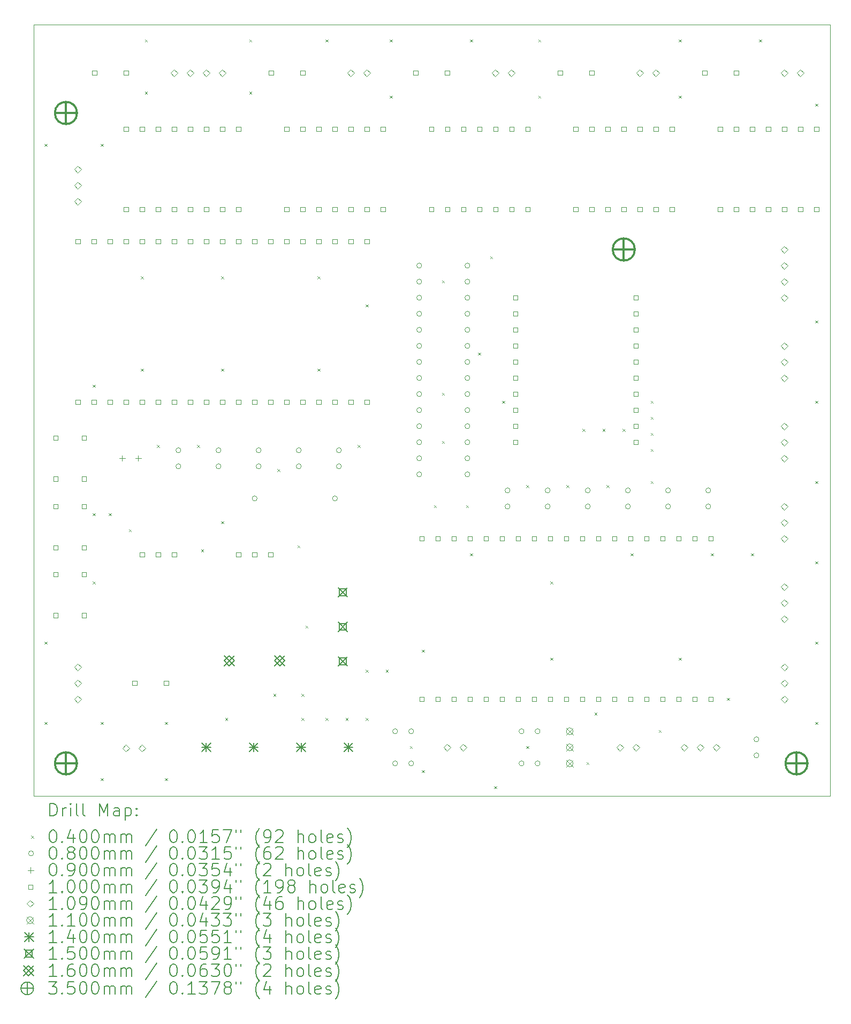
<source format=gbr>
%TF.GenerationSoftware,KiCad,Pcbnew,8.0.1*%
%TF.CreationDate,2024-08-10T06:31:25+02:00*%
%TF.ProjectId,2024-04-23 PCBV1.1,32303234-2d30-4342-9d32-332050434256,rev?*%
%TF.SameCoordinates,Original*%
%TF.FileFunction,Drillmap*%
%TF.FilePolarity,Positive*%
%FSLAX45Y45*%
G04 Gerber Fmt 4.5, Leading zero omitted, Abs format (unit mm)*
G04 Created by KiCad (PCBNEW 8.0.1) date 2024-08-10 06:31:25*
%MOMM*%
%LPD*%
G01*
G04 APERTURE LIST*
%ADD10C,0.100000*%
%ADD11C,0.200000*%
%ADD12C,0.109000*%
%ADD13C,0.110000*%
%ADD14C,0.140000*%
%ADD15C,0.150000*%
%ADD16C,0.160000*%
%ADD17C,0.350000*%
G04 APERTURE END LIST*
D10*
X3876000Y-3556000D02*
X16476000Y-3556000D01*
X16476000Y-15756000D01*
X3876000Y-15756000D01*
X3876000Y-3556000D01*
D11*
D10*
X4044000Y-5441000D02*
X4084000Y-5481000D01*
X4084000Y-5441000D02*
X4044000Y-5481000D01*
X4044000Y-13315000D02*
X4084000Y-13355000D01*
X4084000Y-13315000D02*
X4044000Y-13355000D01*
X4044000Y-14585000D02*
X4084000Y-14625000D01*
X4084000Y-14585000D02*
X4044000Y-14625000D01*
X4806000Y-9251000D02*
X4846000Y-9291000D01*
X4846000Y-9251000D02*
X4806000Y-9291000D01*
X4806000Y-11283000D02*
X4846000Y-11323000D01*
X4846000Y-11283000D02*
X4806000Y-11323000D01*
X4806000Y-12362500D02*
X4846000Y-12402500D01*
X4846000Y-12362500D02*
X4806000Y-12402500D01*
X4933000Y-5441000D02*
X4973000Y-5481000D01*
X4973000Y-5441000D02*
X4933000Y-5481000D01*
X4933000Y-14585000D02*
X4973000Y-14625000D01*
X4973000Y-14585000D02*
X4933000Y-14625000D01*
X4933000Y-15474000D02*
X4973000Y-15514000D01*
X4973000Y-15474000D02*
X4933000Y-15514000D01*
X5060000Y-11283000D02*
X5100000Y-11323000D01*
X5100000Y-11283000D02*
X5060000Y-11323000D01*
X5377500Y-11537000D02*
X5417500Y-11577000D01*
X5417500Y-11537000D02*
X5377500Y-11577000D01*
X5568000Y-7536500D02*
X5608000Y-7576500D01*
X5608000Y-7536500D02*
X5568000Y-7576500D01*
X5568000Y-8997000D02*
X5608000Y-9037000D01*
X5608000Y-8997000D02*
X5568000Y-9037000D01*
X5631500Y-3790000D02*
X5671500Y-3830000D01*
X5671500Y-3790000D02*
X5631500Y-3830000D01*
X5631500Y-4615500D02*
X5671500Y-4655500D01*
X5671500Y-4615500D02*
X5631500Y-4655500D01*
X5822000Y-10203500D02*
X5862000Y-10243500D01*
X5862000Y-10203500D02*
X5822000Y-10243500D01*
X5949000Y-14585000D02*
X5989000Y-14625000D01*
X5989000Y-14585000D02*
X5949000Y-14625000D01*
X5949000Y-15474000D02*
X5989000Y-15514000D01*
X5989000Y-15474000D02*
X5949000Y-15514000D01*
X6457000Y-10203500D02*
X6497000Y-10243500D01*
X6497000Y-10203500D02*
X6457000Y-10243500D01*
X6520500Y-11854500D02*
X6560500Y-11894500D01*
X6560500Y-11854500D02*
X6520500Y-11894500D01*
X6838000Y-7536500D02*
X6878000Y-7576500D01*
X6878000Y-7536500D02*
X6838000Y-7576500D01*
X6838000Y-8997000D02*
X6878000Y-9037000D01*
X6878000Y-8997000D02*
X6838000Y-9037000D01*
X6838000Y-11410000D02*
X6878000Y-11450000D01*
X6878000Y-11410000D02*
X6838000Y-11450000D01*
X6901500Y-14521500D02*
X6941500Y-14561500D01*
X6941500Y-14521500D02*
X6901500Y-14561500D01*
X7282500Y-3790000D02*
X7322500Y-3830000D01*
X7322500Y-3790000D02*
X7282500Y-3830000D01*
X7282500Y-4615500D02*
X7322500Y-4655500D01*
X7322500Y-4615500D02*
X7282500Y-4655500D01*
X7663500Y-14140500D02*
X7703500Y-14180500D01*
X7703500Y-14140500D02*
X7663500Y-14180500D01*
X7727000Y-10584500D02*
X7767000Y-10624500D01*
X7767000Y-10584500D02*
X7727000Y-10624500D01*
X8044500Y-11791000D02*
X8084500Y-11831000D01*
X8084500Y-11791000D02*
X8044500Y-11831000D01*
X8108000Y-14140500D02*
X8148000Y-14180500D01*
X8148000Y-14140500D02*
X8108000Y-14180500D01*
X8108000Y-14521500D02*
X8148000Y-14561500D01*
X8148000Y-14521500D02*
X8108000Y-14561500D01*
X8171500Y-13061000D02*
X8211500Y-13101000D01*
X8211500Y-13061000D02*
X8171500Y-13101000D01*
X8362000Y-7536500D02*
X8402000Y-7576500D01*
X8402000Y-7536500D02*
X8362000Y-7576500D01*
X8362000Y-8997000D02*
X8402000Y-9037000D01*
X8402000Y-8997000D02*
X8362000Y-9037000D01*
X8489000Y-3790000D02*
X8529000Y-3830000D01*
X8529000Y-3790000D02*
X8489000Y-3830000D01*
X8489000Y-14521500D02*
X8529000Y-14561500D01*
X8529000Y-14521500D02*
X8489000Y-14561500D01*
X8806500Y-14521500D02*
X8846500Y-14561500D01*
X8846500Y-14521500D02*
X8806500Y-14561500D01*
X8997000Y-10203500D02*
X9037000Y-10243500D01*
X9037000Y-10203500D02*
X8997000Y-10243500D01*
X9124000Y-7981000D02*
X9164000Y-8021000D01*
X9164000Y-7981000D02*
X9124000Y-8021000D01*
X9124000Y-13759500D02*
X9164000Y-13799500D01*
X9164000Y-13759500D02*
X9124000Y-13799500D01*
X9124000Y-14521500D02*
X9164000Y-14561500D01*
X9164000Y-14521500D02*
X9124000Y-14561500D01*
X9441500Y-13759500D02*
X9481500Y-13799500D01*
X9481500Y-13759500D02*
X9441500Y-13799500D01*
X9505000Y-3790000D02*
X9545000Y-3830000D01*
X9545000Y-3790000D02*
X9505000Y-3830000D01*
X9505000Y-4679000D02*
X9545000Y-4719000D01*
X9545000Y-4679000D02*
X9505000Y-4719000D01*
X9822500Y-14966000D02*
X9862500Y-15006000D01*
X9862500Y-14966000D02*
X9822500Y-15006000D01*
X10013000Y-13442000D02*
X10053000Y-13482000D01*
X10053000Y-13442000D02*
X10013000Y-13482000D01*
X10013000Y-15347000D02*
X10053000Y-15387000D01*
X10053000Y-15347000D02*
X10013000Y-15387000D01*
X10203500Y-11156000D02*
X10243500Y-11196000D01*
X10243500Y-11156000D02*
X10203500Y-11196000D01*
X10330500Y-7600000D02*
X10370500Y-7640000D01*
X10370500Y-7600000D02*
X10330500Y-7640000D01*
X10330500Y-9378000D02*
X10370500Y-9418000D01*
X10370500Y-9378000D02*
X10330500Y-9418000D01*
X10330500Y-10140000D02*
X10370500Y-10180000D01*
X10370500Y-10140000D02*
X10330500Y-10180000D01*
X10711500Y-11156000D02*
X10751500Y-11196000D01*
X10751500Y-11156000D02*
X10711500Y-11196000D01*
X10775000Y-3790000D02*
X10815000Y-3830000D01*
X10815000Y-3790000D02*
X10775000Y-3830000D01*
X10775000Y-11918000D02*
X10815000Y-11958000D01*
X10815000Y-11918000D02*
X10775000Y-11958000D01*
X10902000Y-8743000D02*
X10942000Y-8783000D01*
X10942000Y-8743000D02*
X10902000Y-8783000D01*
X11092500Y-7219000D02*
X11132500Y-7259000D01*
X11132500Y-7219000D02*
X11092500Y-7259000D01*
X11156000Y-15601000D02*
X11196000Y-15641000D01*
X11196000Y-15601000D02*
X11156000Y-15641000D01*
X11283000Y-9505000D02*
X11323000Y-9545000D01*
X11323000Y-9505000D02*
X11283000Y-9545000D01*
X11664000Y-10838500D02*
X11704000Y-10878500D01*
X11704000Y-10838500D02*
X11664000Y-10878500D01*
X11664000Y-14966000D02*
X11704000Y-15006000D01*
X11704000Y-14966000D02*
X11664000Y-15006000D01*
X11854500Y-3790000D02*
X11894500Y-3830000D01*
X11894500Y-3790000D02*
X11854500Y-3830000D01*
X11854500Y-4679000D02*
X11894500Y-4719000D01*
X11894500Y-4679000D02*
X11854500Y-4719000D01*
X12045000Y-12362500D02*
X12085000Y-12402500D01*
X12085000Y-12362500D02*
X12045000Y-12402500D01*
X12045000Y-13569000D02*
X12085000Y-13609000D01*
X12085000Y-13569000D02*
X12045000Y-13609000D01*
X12299000Y-10838500D02*
X12339000Y-10878500D01*
X12339000Y-10838500D02*
X12299000Y-10878500D01*
X12553000Y-9949500D02*
X12593000Y-9989500D01*
X12593000Y-9949500D02*
X12553000Y-9989500D01*
X12616500Y-15220000D02*
X12656500Y-15260000D01*
X12656500Y-15220000D02*
X12616500Y-15260000D01*
X12743500Y-14438500D02*
X12783500Y-14478500D01*
X12783500Y-14438500D02*
X12743500Y-14478500D01*
X12870500Y-9949500D02*
X12910500Y-9989500D01*
X12910500Y-9949500D02*
X12870500Y-9989500D01*
X12934000Y-10838500D02*
X12974000Y-10878500D01*
X12974000Y-10838500D02*
X12934000Y-10878500D01*
X13188000Y-9949500D02*
X13228000Y-9989500D01*
X13228000Y-9949500D02*
X13188000Y-9989500D01*
X13315000Y-11918000D02*
X13355000Y-11958000D01*
X13355000Y-11918000D02*
X13315000Y-11958000D01*
X13632500Y-9505000D02*
X13672500Y-9545000D01*
X13672500Y-9505000D02*
X13632500Y-9545000D01*
X13632500Y-9759000D02*
X13672500Y-9799000D01*
X13672500Y-9759000D02*
X13632500Y-9799000D01*
X13632500Y-10013000D02*
X13672500Y-10053000D01*
X13672500Y-10013000D02*
X13632500Y-10053000D01*
X13632500Y-10267000D02*
X13672500Y-10307000D01*
X13672500Y-10267000D02*
X13632500Y-10307000D01*
X13632500Y-10775000D02*
X13672500Y-10815000D01*
X13672500Y-10775000D02*
X13632500Y-10815000D01*
X13759500Y-14712000D02*
X13799500Y-14752000D01*
X13799500Y-14712000D02*
X13759500Y-14752000D01*
X14077000Y-3790000D02*
X14117000Y-3830000D01*
X14117000Y-3790000D02*
X14077000Y-3830000D01*
X14077000Y-4679000D02*
X14117000Y-4719000D01*
X14117000Y-4679000D02*
X14077000Y-4719000D01*
X14077000Y-13569000D02*
X14117000Y-13609000D01*
X14117000Y-13569000D02*
X14077000Y-13609000D01*
X14585000Y-11918000D02*
X14625000Y-11958000D01*
X14625000Y-11918000D02*
X14585000Y-11958000D01*
X14839000Y-14204000D02*
X14879000Y-14244000D01*
X14879000Y-14204000D02*
X14839000Y-14244000D01*
X15220000Y-11918000D02*
X15260000Y-11958000D01*
X15260000Y-11918000D02*
X15220000Y-11958000D01*
X15347000Y-3790000D02*
X15387000Y-3830000D01*
X15387000Y-3790000D02*
X15347000Y-3830000D01*
X16236000Y-4806000D02*
X16276000Y-4846000D01*
X16276000Y-4806000D02*
X16236000Y-4846000D01*
X16236000Y-8235000D02*
X16276000Y-8275000D01*
X16276000Y-8235000D02*
X16236000Y-8275000D01*
X16236000Y-9505000D02*
X16276000Y-9545000D01*
X16276000Y-9505000D02*
X16236000Y-9545000D01*
X16236000Y-10775000D02*
X16276000Y-10815000D01*
X16276000Y-10775000D02*
X16236000Y-10815000D01*
X16236000Y-12045000D02*
X16276000Y-12085000D01*
X16276000Y-12045000D02*
X16236000Y-12085000D01*
X16236000Y-13315000D02*
X16276000Y-13355000D01*
X16276000Y-13315000D02*
X16236000Y-13355000D01*
X16236000Y-14585000D02*
X16276000Y-14625000D01*
X16276000Y-14585000D02*
X16236000Y-14625000D01*
X6202000Y-10287000D02*
G75*
G02*
X6122000Y-10287000I-40000J0D01*
G01*
X6122000Y-10287000D02*
G75*
G02*
X6202000Y-10287000I40000J0D01*
G01*
X6202000Y-10541000D02*
G75*
G02*
X6122000Y-10541000I-40000J0D01*
G01*
X6122000Y-10541000D02*
G75*
G02*
X6202000Y-10541000I40000J0D01*
G01*
X6837000Y-10287000D02*
G75*
G02*
X6757000Y-10287000I-40000J0D01*
G01*
X6757000Y-10287000D02*
G75*
G02*
X6837000Y-10287000I40000J0D01*
G01*
X6837000Y-10541000D02*
G75*
G02*
X6757000Y-10541000I-40000J0D01*
G01*
X6757000Y-10541000D02*
G75*
G02*
X6837000Y-10541000I40000J0D01*
G01*
X7408500Y-11049000D02*
G75*
G02*
X7328500Y-11049000I-40000J0D01*
G01*
X7328500Y-11049000D02*
G75*
G02*
X7408500Y-11049000I40000J0D01*
G01*
X7472000Y-10287000D02*
G75*
G02*
X7392000Y-10287000I-40000J0D01*
G01*
X7392000Y-10287000D02*
G75*
G02*
X7472000Y-10287000I40000J0D01*
G01*
X7472000Y-10541000D02*
G75*
G02*
X7392000Y-10541000I-40000J0D01*
G01*
X7392000Y-10541000D02*
G75*
G02*
X7472000Y-10541000I40000J0D01*
G01*
X8107000Y-10287000D02*
G75*
G02*
X8027000Y-10287000I-40000J0D01*
G01*
X8027000Y-10287000D02*
G75*
G02*
X8107000Y-10287000I40000J0D01*
G01*
X8107000Y-10541000D02*
G75*
G02*
X8027000Y-10541000I-40000J0D01*
G01*
X8027000Y-10541000D02*
G75*
G02*
X8107000Y-10541000I40000J0D01*
G01*
X8678500Y-11049000D02*
G75*
G02*
X8598500Y-11049000I-40000J0D01*
G01*
X8598500Y-11049000D02*
G75*
G02*
X8678500Y-11049000I40000J0D01*
G01*
X8742000Y-10287000D02*
G75*
G02*
X8662000Y-10287000I-40000J0D01*
G01*
X8662000Y-10287000D02*
G75*
G02*
X8742000Y-10287000I40000J0D01*
G01*
X8742000Y-10541000D02*
G75*
G02*
X8662000Y-10541000I-40000J0D01*
G01*
X8662000Y-10541000D02*
G75*
G02*
X8742000Y-10541000I40000J0D01*
G01*
X9631000Y-14732000D02*
G75*
G02*
X9551000Y-14732000I-40000J0D01*
G01*
X9551000Y-14732000D02*
G75*
G02*
X9631000Y-14732000I40000J0D01*
G01*
X9631000Y-15240000D02*
G75*
G02*
X9551000Y-15240000I-40000J0D01*
G01*
X9551000Y-15240000D02*
G75*
G02*
X9631000Y-15240000I40000J0D01*
G01*
X9885000Y-14732000D02*
G75*
G02*
X9805000Y-14732000I-40000J0D01*
G01*
X9805000Y-14732000D02*
G75*
G02*
X9885000Y-14732000I40000J0D01*
G01*
X9885000Y-15240000D02*
G75*
G02*
X9805000Y-15240000I-40000J0D01*
G01*
X9805000Y-15240000D02*
G75*
G02*
X9885000Y-15240000I40000J0D01*
G01*
X10012000Y-7366000D02*
G75*
G02*
X9932000Y-7366000I-40000J0D01*
G01*
X9932000Y-7366000D02*
G75*
G02*
X10012000Y-7366000I40000J0D01*
G01*
X10012000Y-7620000D02*
G75*
G02*
X9932000Y-7620000I-40000J0D01*
G01*
X9932000Y-7620000D02*
G75*
G02*
X10012000Y-7620000I40000J0D01*
G01*
X10012000Y-7874000D02*
G75*
G02*
X9932000Y-7874000I-40000J0D01*
G01*
X9932000Y-7874000D02*
G75*
G02*
X10012000Y-7874000I40000J0D01*
G01*
X10012000Y-8128000D02*
G75*
G02*
X9932000Y-8128000I-40000J0D01*
G01*
X9932000Y-8128000D02*
G75*
G02*
X10012000Y-8128000I40000J0D01*
G01*
X10012000Y-8382000D02*
G75*
G02*
X9932000Y-8382000I-40000J0D01*
G01*
X9932000Y-8382000D02*
G75*
G02*
X10012000Y-8382000I40000J0D01*
G01*
X10012000Y-8636000D02*
G75*
G02*
X9932000Y-8636000I-40000J0D01*
G01*
X9932000Y-8636000D02*
G75*
G02*
X10012000Y-8636000I40000J0D01*
G01*
X10012000Y-8890000D02*
G75*
G02*
X9932000Y-8890000I-40000J0D01*
G01*
X9932000Y-8890000D02*
G75*
G02*
X10012000Y-8890000I40000J0D01*
G01*
X10012000Y-9144000D02*
G75*
G02*
X9932000Y-9144000I-40000J0D01*
G01*
X9932000Y-9144000D02*
G75*
G02*
X10012000Y-9144000I40000J0D01*
G01*
X10012000Y-9398000D02*
G75*
G02*
X9932000Y-9398000I-40000J0D01*
G01*
X9932000Y-9398000D02*
G75*
G02*
X10012000Y-9398000I40000J0D01*
G01*
X10012000Y-9652000D02*
G75*
G02*
X9932000Y-9652000I-40000J0D01*
G01*
X9932000Y-9652000D02*
G75*
G02*
X10012000Y-9652000I40000J0D01*
G01*
X10012000Y-9906000D02*
G75*
G02*
X9932000Y-9906000I-40000J0D01*
G01*
X9932000Y-9906000D02*
G75*
G02*
X10012000Y-9906000I40000J0D01*
G01*
X10012000Y-10160000D02*
G75*
G02*
X9932000Y-10160000I-40000J0D01*
G01*
X9932000Y-10160000D02*
G75*
G02*
X10012000Y-10160000I40000J0D01*
G01*
X10012000Y-10414000D02*
G75*
G02*
X9932000Y-10414000I-40000J0D01*
G01*
X9932000Y-10414000D02*
G75*
G02*
X10012000Y-10414000I40000J0D01*
G01*
X10012000Y-10668000D02*
G75*
G02*
X9932000Y-10668000I-40000J0D01*
G01*
X9932000Y-10668000D02*
G75*
G02*
X10012000Y-10668000I40000J0D01*
G01*
X10774000Y-7366000D02*
G75*
G02*
X10694000Y-7366000I-40000J0D01*
G01*
X10694000Y-7366000D02*
G75*
G02*
X10774000Y-7366000I40000J0D01*
G01*
X10774000Y-7620000D02*
G75*
G02*
X10694000Y-7620000I-40000J0D01*
G01*
X10694000Y-7620000D02*
G75*
G02*
X10774000Y-7620000I40000J0D01*
G01*
X10774000Y-7874000D02*
G75*
G02*
X10694000Y-7874000I-40000J0D01*
G01*
X10694000Y-7874000D02*
G75*
G02*
X10774000Y-7874000I40000J0D01*
G01*
X10774000Y-8128000D02*
G75*
G02*
X10694000Y-8128000I-40000J0D01*
G01*
X10694000Y-8128000D02*
G75*
G02*
X10774000Y-8128000I40000J0D01*
G01*
X10774000Y-8382000D02*
G75*
G02*
X10694000Y-8382000I-40000J0D01*
G01*
X10694000Y-8382000D02*
G75*
G02*
X10774000Y-8382000I40000J0D01*
G01*
X10774000Y-8636000D02*
G75*
G02*
X10694000Y-8636000I-40000J0D01*
G01*
X10694000Y-8636000D02*
G75*
G02*
X10774000Y-8636000I40000J0D01*
G01*
X10774000Y-8890000D02*
G75*
G02*
X10694000Y-8890000I-40000J0D01*
G01*
X10694000Y-8890000D02*
G75*
G02*
X10774000Y-8890000I40000J0D01*
G01*
X10774000Y-9144000D02*
G75*
G02*
X10694000Y-9144000I-40000J0D01*
G01*
X10694000Y-9144000D02*
G75*
G02*
X10774000Y-9144000I40000J0D01*
G01*
X10774000Y-9398000D02*
G75*
G02*
X10694000Y-9398000I-40000J0D01*
G01*
X10694000Y-9398000D02*
G75*
G02*
X10774000Y-9398000I40000J0D01*
G01*
X10774000Y-9652000D02*
G75*
G02*
X10694000Y-9652000I-40000J0D01*
G01*
X10694000Y-9652000D02*
G75*
G02*
X10774000Y-9652000I40000J0D01*
G01*
X10774000Y-9906000D02*
G75*
G02*
X10694000Y-9906000I-40000J0D01*
G01*
X10694000Y-9906000D02*
G75*
G02*
X10774000Y-9906000I40000J0D01*
G01*
X10774000Y-10160000D02*
G75*
G02*
X10694000Y-10160000I-40000J0D01*
G01*
X10694000Y-10160000D02*
G75*
G02*
X10774000Y-10160000I40000J0D01*
G01*
X10774000Y-10414000D02*
G75*
G02*
X10694000Y-10414000I-40000J0D01*
G01*
X10694000Y-10414000D02*
G75*
G02*
X10774000Y-10414000I40000J0D01*
G01*
X10774000Y-10668000D02*
G75*
G02*
X10694000Y-10668000I-40000J0D01*
G01*
X10694000Y-10668000D02*
G75*
G02*
X10774000Y-10668000I40000J0D01*
G01*
X11409000Y-10922000D02*
G75*
G02*
X11329000Y-10922000I-40000J0D01*
G01*
X11329000Y-10922000D02*
G75*
G02*
X11409000Y-10922000I40000J0D01*
G01*
X11409000Y-11176000D02*
G75*
G02*
X11329000Y-11176000I-40000J0D01*
G01*
X11329000Y-11176000D02*
G75*
G02*
X11409000Y-11176000I40000J0D01*
G01*
X11630500Y-14732000D02*
G75*
G02*
X11550500Y-14732000I-40000J0D01*
G01*
X11550500Y-14732000D02*
G75*
G02*
X11630500Y-14732000I40000J0D01*
G01*
X11630500Y-15240000D02*
G75*
G02*
X11550500Y-15240000I-40000J0D01*
G01*
X11550500Y-15240000D02*
G75*
G02*
X11630500Y-15240000I40000J0D01*
G01*
X11884500Y-14732000D02*
G75*
G02*
X11804500Y-14732000I-40000J0D01*
G01*
X11804500Y-14732000D02*
G75*
G02*
X11884500Y-14732000I40000J0D01*
G01*
X11884500Y-15240000D02*
G75*
G02*
X11804500Y-15240000I-40000J0D01*
G01*
X11804500Y-15240000D02*
G75*
G02*
X11884500Y-15240000I40000J0D01*
G01*
X12044000Y-10922000D02*
G75*
G02*
X11964000Y-10922000I-40000J0D01*
G01*
X11964000Y-10922000D02*
G75*
G02*
X12044000Y-10922000I40000J0D01*
G01*
X12044000Y-11176000D02*
G75*
G02*
X11964000Y-11176000I-40000J0D01*
G01*
X11964000Y-11176000D02*
G75*
G02*
X12044000Y-11176000I40000J0D01*
G01*
X12679000Y-10922000D02*
G75*
G02*
X12599000Y-10922000I-40000J0D01*
G01*
X12599000Y-10922000D02*
G75*
G02*
X12679000Y-10922000I40000J0D01*
G01*
X12679000Y-11176000D02*
G75*
G02*
X12599000Y-11176000I-40000J0D01*
G01*
X12599000Y-11176000D02*
G75*
G02*
X12679000Y-11176000I40000J0D01*
G01*
X13314000Y-10922000D02*
G75*
G02*
X13234000Y-10922000I-40000J0D01*
G01*
X13234000Y-10922000D02*
G75*
G02*
X13314000Y-10922000I40000J0D01*
G01*
X13314000Y-11176000D02*
G75*
G02*
X13234000Y-11176000I-40000J0D01*
G01*
X13234000Y-11176000D02*
G75*
G02*
X13314000Y-11176000I40000J0D01*
G01*
X13949000Y-10922000D02*
G75*
G02*
X13869000Y-10922000I-40000J0D01*
G01*
X13869000Y-10922000D02*
G75*
G02*
X13949000Y-10922000I40000J0D01*
G01*
X13949000Y-11176000D02*
G75*
G02*
X13869000Y-11176000I-40000J0D01*
G01*
X13869000Y-11176000D02*
G75*
G02*
X13949000Y-11176000I40000J0D01*
G01*
X14584000Y-10922000D02*
G75*
G02*
X14504000Y-10922000I-40000J0D01*
G01*
X14504000Y-10922000D02*
G75*
G02*
X14584000Y-10922000I40000J0D01*
G01*
X14584000Y-11176000D02*
G75*
G02*
X14504000Y-11176000I-40000J0D01*
G01*
X14504000Y-11176000D02*
G75*
G02*
X14584000Y-11176000I40000J0D01*
G01*
X15346000Y-14859000D02*
G75*
G02*
X15266000Y-14859000I-40000J0D01*
G01*
X15266000Y-14859000D02*
G75*
G02*
X15346000Y-14859000I40000J0D01*
G01*
X15346000Y-15113000D02*
G75*
G02*
X15266000Y-15113000I-40000J0D01*
G01*
X15266000Y-15113000D02*
G75*
G02*
X15346000Y-15113000I40000J0D01*
G01*
X5273000Y-10369000D02*
X5273000Y-10459000D01*
X5228000Y-10414000D02*
X5318000Y-10414000D01*
X5527000Y-10369000D02*
X5527000Y-10459000D01*
X5482000Y-10414000D02*
X5572000Y-10414000D01*
X4255356Y-10124356D02*
X4255356Y-10053644D01*
X4184644Y-10053644D01*
X4184644Y-10124356D01*
X4255356Y-10124356D01*
X4255356Y-10774356D02*
X4255356Y-10703644D01*
X4184644Y-10703644D01*
X4184644Y-10774356D01*
X4255356Y-10774356D01*
X4255356Y-11211356D02*
X4255356Y-11140644D01*
X4184644Y-11140644D01*
X4184644Y-11211356D01*
X4255356Y-11211356D01*
X4255356Y-11861356D02*
X4255356Y-11790644D01*
X4184644Y-11790644D01*
X4184644Y-11861356D01*
X4255356Y-11861356D01*
X4255356Y-12283356D02*
X4255356Y-12212644D01*
X4184644Y-12212644D01*
X4184644Y-12283356D01*
X4255356Y-12283356D01*
X4255356Y-12933356D02*
X4255356Y-12862644D01*
X4184644Y-12862644D01*
X4184644Y-12933356D01*
X4255356Y-12933356D01*
X4607356Y-7020356D02*
X4607356Y-6949644D01*
X4536644Y-6949644D01*
X4536644Y-7020356D01*
X4607356Y-7020356D01*
X4607356Y-9560356D02*
X4607356Y-9489644D01*
X4536644Y-9489644D01*
X4536644Y-9560356D01*
X4607356Y-9560356D01*
X4705356Y-10124356D02*
X4705356Y-10053644D01*
X4634644Y-10053644D01*
X4634644Y-10124356D01*
X4705356Y-10124356D01*
X4705356Y-10774356D02*
X4705356Y-10703644D01*
X4634644Y-10703644D01*
X4634644Y-10774356D01*
X4705356Y-10774356D01*
X4705356Y-11211356D02*
X4705356Y-11140644D01*
X4634644Y-11140644D01*
X4634644Y-11211356D01*
X4705356Y-11211356D01*
X4705356Y-11861356D02*
X4705356Y-11790644D01*
X4634644Y-11790644D01*
X4634644Y-11861356D01*
X4705356Y-11861356D01*
X4705356Y-12283356D02*
X4705356Y-12212644D01*
X4634644Y-12212644D01*
X4634644Y-12283356D01*
X4705356Y-12283356D01*
X4705356Y-12933356D02*
X4705356Y-12862644D01*
X4634644Y-12862644D01*
X4634644Y-12933356D01*
X4705356Y-12933356D01*
X4861356Y-7020356D02*
X4861356Y-6949644D01*
X4790644Y-6949644D01*
X4790644Y-7020356D01*
X4861356Y-7020356D01*
X4861356Y-9560356D02*
X4861356Y-9489644D01*
X4790644Y-9489644D01*
X4790644Y-9560356D01*
X4861356Y-9560356D01*
X4869356Y-4353356D02*
X4869356Y-4282644D01*
X4798644Y-4282644D01*
X4798644Y-4353356D01*
X4869356Y-4353356D01*
X5115356Y-7020356D02*
X5115356Y-6949644D01*
X5044644Y-6949644D01*
X5044644Y-7020356D01*
X5115356Y-7020356D01*
X5115356Y-9560356D02*
X5115356Y-9489644D01*
X5044644Y-9489644D01*
X5044644Y-9560356D01*
X5115356Y-9560356D01*
X5369356Y-4353356D02*
X5369356Y-4282644D01*
X5298644Y-4282644D01*
X5298644Y-4353356D01*
X5369356Y-4353356D01*
X5369356Y-5243356D02*
X5369356Y-5172644D01*
X5298644Y-5172644D01*
X5298644Y-5243356D01*
X5369356Y-5243356D01*
X5369356Y-6513356D02*
X5369356Y-6442644D01*
X5298644Y-6442644D01*
X5298644Y-6513356D01*
X5369356Y-6513356D01*
X5369356Y-7020356D02*
X5369356Y-6949644D01*
X5298644Y-6949644D01*
X5298644Y-7020356D01*
X5369356Y-7020356D01*
X5369356Y-9560356D02*
X5369356Y-9489644D01*
X5298644Y-9489644D01*
X5298644Y-9560356D01*
X5369356Y-9560356D01*
X5504356Y-14005356D02*
X5504356Y-13934644D01*
X5433644Y-13934644D01*
X5433644Y-14005356D01*
X5504356Y-14005356D01*
X5623356Y-5243356D02*
X5623356Y-5172644D01*
X5552644Y-5172644D01*
X5552644Y-5243356D01*
X5623356Y-5243356D01*
X5623356Y-6513356D02*
X5623356Y-6442644D01*
X5552644Y-6442644D01*
X5552644Y-6513356D01*
X5623356Y-6513356D01*
X5623356Y-7020356D02*
X5623356Y-6949644D01*
X5552644Y-6949644D01*
X5552644Y-7020356D01*
X5623356Y-7020356D01*
X5623356Y-9560356D02*
X5623356Y-9489644D01*
X5552644Y-9489644D01*
X5552644Y-9560356D01*
X5623356Y-9560356D01*
X5623356Y-11973356D02*
X5623356Y-11902644D01*
X5552644Y-11902644D01*
X5552644Y-11973356D01*
X5623356Y-11973356D01*
X5877356Y-5243356D02*
X5877356Y-5172644D01*
X5806644Y-5172644D01*
X5806644Y-5243356D01*
X5877356Y-5243356D01*
X5877356Y-6513356D02*
X5877356Y-6442644D01*
X5806644Y-6442644D01*
X5806644Y-6513356D01*
X5877356Y-6513356D01*
X5877356Y-7020356D02*
X5877356Y-6949644D01*
X5806644Y-6949644D01*
X5806644Y-7020356D01*
X5877356Y-7020356D01*
X5877356Y-9560356D02*
X5877356Y-9489644D01*
X5806644Y-9489644D01*
X5806644Y-9560356D01*
X5877356Y-9560356D01*
X5877356Y-11973356D02*
X5877356Y-11902644D01*
X5806644Y-11902644D01*
X5806644Y-11973356D01*
X5877356Y-11973356D01*
X6004356Y-14005356D02*
X6004356Y-13934644D01*
X5933644Y-13934644D01*
X5933644Y-14005356D01*
X6004356Y-14005356D01*
X6131356Y-5243356D02*
X6131356Y-5172644D01*
X6060644Y-5172644D01*
X6060644Y-5243356D01*
X6131356Y-5243356D01*
X6131356Y-6513356D02*
X6131356Y-6442644D01*
X6060644Y-6442644D01*
X6060644Y-6513356D01*
X6131356Y-6513356D01*
X6131356Y-7020356D02*
X6131356Y-6949644D01*
X6060644Y-6949644D01*
X6060644Y-7020356D01*
X6131356Y-7020356D01*
X6131356Y-9560356D02*
X6131356Y-9489644D01*
X6060644Y-9489644D01*
X6060644Y-9560356D01*
X6131356Y-9560356D01*
X6131356Y-11973356D02*
X6131356Y-11902644D01*
X6060644Y-11902644D01*
X6060644Y-11973356D01*
X6131356Y-11973356D01*
X6385356Y-5243356D02*
X6385356Y-5172644D01*
X6314644Y-5172644D01*
X6314644Y-5243356D01*
X6385356Y-5243356D01*
X6385356Y-6513356D02*
X6385356Y-6442644D01*
X6314644Y-6442644D01*
X6314644Y-6513356D01*
X6385356Y-6513356D01*
X6385356Y-7020356D02*
X6385356Y-6949644D01*
X6314644Y-6949644D01*
X6314644Y-7020356D01*
X6385356Y-7020356D01*
X6385356Y-9560356D02*
X6385356Y-9489644D01*
X6314644Y-9489644D01*
X6314644Y-9560356D01*
X6385356Y-9560356D01*
X6639356Y-5243356D02*
X6639356Y-5172644D01*
X6568644Y-5172644D01*
X6568644Y-5243356D01*
X6639356Y-5243356D01*
X6639356Y-6513356D02*
X6639356Y-6442644D01*
X6568644Y-6442644D01*
X6568644Y-6513356D01*
X6639356Y-6513356D01*
X6639356Y-7020356D02*
X6639356Y-6949644D01*
X6568644Y-6949644D01*
X6568644Y-7020356D01*
X6639356Y-7020356D01*
X6639356Y-9560356D02*
X6639356Y-9489644D01*
X6568644Y-9489644D01*
X6568644Y-9560356D01*
X6639356Y-9560356D01*
X6893356Y-5243356D02*
X6893356Y-5172644D01*
X6822644Y-5172644D01*
X6822644Y-5243356D01*
X6893356Y-5243356D01*
X6893356Y-6513356D02*
X6893356Y-6442644D01*
X6822644Y-6442644D01*
X6822644Y-6513356D01*
X6893356Y-6513356D01*
X6893356Y-7020356D02*
X6893356Y-6949644D01*
X6822644Y-6949644D01*
X6822644Y-7020356D01*
X6893356Y-7020356D01*
X6893356Y-9560356D02*
X6893356Y-9489644D01*
X6822644Y-9489644D01*
X6822644Y-9560356D01*
X6893356Y-9560356D01*
X7147356Y-5243356D02*
X7147356Y-5172644D01*
X7076644Y-5172644D01*
X7076644Y-5243356D01*
X7147356Y-5243356D01*
X7147356Y-6513356D02*
X7147356Y-6442644D01*
X7076644Y-6442644D01*
X7076644Y-6513356D01*
X7147356Y-6513356D01*
X7147356Y-7020356D02*
X7147356Y-6949644D01*
X7076644Y-6949644D01*
X7076644Y-7020356D01*
X7147356Y-7020356D01*
X7147356Y-9560356D02*
X7147356Y-9489644D01*
X7076644Y-9489644D01*
X7076644Y-9560356D01*
X7147356Y-9560356D01*
X7147356Y-11973356D02*
X7147356Y-11902644D01*
X7076644Y-11902644D01*
X7076644Y-11973356D01*
X7147356Y-11973356D01*
X7401356Y-7020356D02*
X7401356Y-6949644D01*
X7330644Y-6949644D01*
X7330644Y-7020356D01*
X7401356Y-7020356D01*
X7401356Y-9560356D02*
X7401356Y-9489644D01*
X7330644Y-9489644D01*
X7330644Y-9560356D01*
X7401356Y-9560356D01*
X7401356Y-11973356D02*
X7401356Y-11902644D01*
X7330644Y-11902644D01*
X7330644Y-11973356D01*
X7401356Y-11973356D01*
X7655356Y-7020356D02*
X7655356Y-6949644D01*
X7584644Y-6949644D01*
X7584644Y-7020356D01*
X7655356Y-7020356D01*
X7655356Y-9560356D02*
X7655356Y-9489644D01*
X7584644Y-9489644D01*
X7584644Y-9560356D01*
X7655356Y-9560356D01*
X7655356Y-11973356D02*
X7655356Y-11902644D01*
X7584644Y-11902644D01*
X7584644Y-11973356D01*
X7655356Y-11973356D01*
X7663356Y-4353356D02*
X7663356Y-4282644D01*
X7592644Y-4282644D01*
X7592644Y-4353356D01*
X7663356Y-4353356D01*
X7909356Y-5242356D02*
X7909356Y-5171644D01*
X7838644Y-5171644D01*
X7838644Y-5242356D01*
X7909356Y-5242356D01*
X7909356Y-6512356D02*
X7909356Y-6441644D01*
X7838644Y-6441644D01*
X7838644Y-6512356D01*
X7909356Y-6512356D01*
X7909356Y-7020356D02*
X7909356Y-6949644D01*
X7838644Y-6949644D01*
X7838644Y-7020356D01*
X7909356Y-7020356D01*
X7909356Y-9560356D02*
X7909356Y-9489644D01*
X7838644Y-9489644D01*
X7838644Y-9560356D01*
X7909356Y-9560356D01*
X8163356Y-4353356D02*
X8163356Y-4282644D01*
X8092644Y-4282644D01*
X8092644Y-4353356D01*
X8163356Y-4353356D01*
X8163356Y-5242356D02*
X8163356Y-5171644D01*
X8092644Y-5171644D01*
X8092644Y-5242356D01*
X8163356Y-5242356D01*
X8163356Y-6512356D02*
X8163356Y-6441644D01*
X8092644Y-6441644D01*
X8092644Y-6512356D01*
X8163356Y-6512356D01*
X8163356Y-7020356D02*
X8163356Y-6949644D01*
X8092644Y-6949644D01*
X8092644Y-7020356D01*
X8163356Y-7020356D01*
X8163356Y-9560356D02*
X8163356Y-9489644D01*
X8092644Y-9489644D01*
X8092644Y-9560356D01*
X8163356Y-9560356D01*
X8417356Y-5242356D02*
X8417356Y-5171644D01*
X8346644Y-5171644D01*
X8346644Y-5242356D01*
X8417356Y-5242356D01*
X8417356Y-6512356D02*
X8417356Y-6441644D01*
X8346644Y-6441644D01*
X8346644Y-6512356D01*
X8417356Y-6512356D01*
X8417356Y-7020356D02*
X8417356Y-6949644D01*
X8346644Y-6949644D01*
X8346644Y-7020356D01*
X8417356Y-7020356D01*
X8417356Y-9560356D02*
X8417356Y-9489644D01*
X8346644Y-9489644D01*
X8346644Y-9560356D01*
X8417356Y-9560356D01*
X8671356Y-5242356D02*
X8671356Y-5171644D01*
X8600644Y-5171644D01*
X8600644Y-5242356D01*
X8671356Y-5242356D01*
X8671356Y-6512356D02*
X8671356Y-6441644D01*
X8600644Y-6441644D01*
X8600644Y-6512356D01*
X8671356Y-6512356D01*
X8671356Y-7020356D02*
X8671356Y-6949644D01*
X8600644Y-6949644D01*
X8600644Y-7020356D01*
X8671356Y-7020356D01*
X8671356Y-9560356D02*
X8671356Y-9489644D01*
X8600644Y-9489644D01*
X8600644Y-9560356D01*
X8671356Y-9560356D01*
X8925356Y-5242356D02*
X8925356Y-5171644D01*
X8854644Y-5171644D01*
X8854644Y-5242356D01*
X8925356Y-5242356D01*
X8925356Y-6512356D02*
X8925356Y-6441644D01*
X8854644Y-6441644D01*
X8854644Y-6512356D01*
X8925356Y-6512356D01*
X8925356Y-7020356D02*
X8925356Y-6949644D01*
X8854644Y-6949644D01*
X8854644Y-7020356D01*
X8925356Y-7020356D01*
X8925356Y-9560356D02*
X8925356Y-9489644D01*
X8854644Y-9489644D01*
X8854644Y-9560356D01*
X8925356Y-9560356D01*
X9179356Y-5242356D02*
X9179356Y-5171644D01*
X9108644Y-5171644D01*
X9108644Y-5242356D01*
X9179356Y-5242356D01*
X9179356Y-6512356D02*
X9179356Y-6441644D01*
X9108644Y-6441644D01*
X9108644Y-6512356D01*
X9179356Y-6512356D01*
X9179356Y-7020356D02*
X9179356Y-6949644D01*
X9108644Y-6949644D01*
X9108644Y-7020356D01*
X9179356Y-7020356D01*
X9179356Y-9560356D02*
X9179356Y-9489644D01*
X9108644Y-9489644D01*
X9108644Y-9560356D01*
X9179356Y-9560356D01*
X9433356Y-5242356D02*
X9433356Y-5171644D01*
X9362644Y-5171644D01*
X9362644Y-5242356D01*
X9433356Y-5242356D01*
X9433356Y-6512356D02*
X9433356Y-6441644D01*
X9362644Y-6441644D01*
X9362644Y-6512356D01*
X9433356Y-6512356D01*
X9949356Y-4353356D02*
X9949356Y-4282644D01*
X9878644Y-4282644D01*
X9878644Y-4353356D01*
X9949356Y-4353356D01*
X10046606Y-11719356D02*
X10046606Y-11648644D01*
X9975894Y-11648644D01*
X9975894Y-11719356D01*
X10046606Y-11719356D01*
X10046606Y-14259356D02*
X10046606Y-14188644D01*
X9975894Y-14188644D01*
X9975894Y-14259356D01*
X10046606Y-14259356D01*
X10197856Y-5242356D02*
X10197856Y-5171644D01*
X10127144Y-5171644D01*
X10127144Y-5242356D01*
X10197856Y-5242356D01*
X10197856Y-6512356D02*
X10197856Y-6441644D01*
X10127144Y-6441644D01*
X10127144Y-6512356D01*
X10197856Y-6512356D01*
X10300606Y-11719356D02*
X10300606Y-11648644D01*
X10229894Y-11648644D01*
X10229894Y-11719356D01*
X10300606Y-11719356D01*
X10300606Y-14259356D02*
X10300606Y-14188644D01*
X10229894Y-14188644D01*
X10229894Y-14259356D01*
X10300606Y-14259356D01*
X10449356Y-4353356D02*
X10449356Y-4282644D01*
X10378644Y-4282644D01*
X10378644Y-4353356D01*
X10449356Y-4353356D01*
X10451856Y-5242356D02*
X10451856Y-5171644D01*
X10381144Y-5171644D01*
X10381144Y-5242356D01*
X10451856Y-5242356D01*
X10451856Y-6512356D02*
X10451856Y-6441644D01*
X10381144Y-6441644D01*
X10381144Y-6512356D01*
X10451856Y-6512356D01*
X10554606Y-11719356D02*
X10554606Y-11648644D01*
X10483894Y-11648644D01*
X10483894Y-11719356D01*
X10554606Y-11719356D01*
X10554606Y-14259356D02*
X10554606Y-14188644D01*
X10483894Y-14188644D01*
X10483894Y-14259356D01*
X10554606Y-14259356D01*
X10705856Y-5242356D02*
X10705856Y-5171644D01*
X10635144Y-5171644D01*
X10635144Y-5242356D01*
X10705856Y-5242356D01*
X10705856Y-6512356D02*
X10705856Y-6441644D01*
X10635144Y-6441644D01*
X10635144Y-6512356D01*
X10705856Y-6512356D01*
X10808606Y-11719356D02*
X10808606Y-11648644D01*
X10737894Y-11648644D01*
X10737894Y-11719356D01*
X10808606Y-11719356D01*
X10808606Y-14259356D02*
X10808606Y-14188644D01*
X10737894Y-14188644D01*
X10737894Y-14259356D01*
X10808606Y-14259356D01*
X10959856Y-5242356D02*
X10959856Y-5171644D01*
X10889144Y-5171644D01*
X10889144Y-5242356D01*
X10959856Y-5242356D01*
X10959856Y-6512356D02*
X10959856Y-6441644D01*
X10889144Y-6441644D01*
X10889144Y-6512356D01*
X10959856Y-6512356D01*
X11062606Y-11719356D02*
X11062606Y-11648644D01*
X10991894Y-11648644D01*
X10991894Y-11719356D01*
X11062606Y-11719356D01*
X11062606Y-14259356D02*
X11062606Y-14188644D01*
X10991894Y-14188644D01*
X10991894Y-14259356D01*
X11062606Y-14259356D01*
X11213856Y-5242356D02*
X11213856Y-5171644D01*
X11143144Y-5171644D01*
X11143144Y-5242356D01*
X11213856Y-5242356D01*
X11213856Y-6512356D02*
X11213856Y-6441644D01*
X11143144Y-6441644D01*
X11143144Y-6512356D01*
X11213856Y-6512356D01*
X11316606Y-11719356D02*
X11316606Y-11648644D01*
X11245894Y-11648644D01*
X11245894Y-11719356D01*
X11316606Y-11719356D01*
X11316606Y-14259356D02*
X11316606Y-14188644D01*
X11245894Y-14188644D01*
X11245894Y-14259356D01*
X11316606Y-14259356D01*
X11467856Y-5242356D02*
X11467856Y-5171644D01*
X11397144Y-5171644D01*
X11397144Y-5242356D01*
X11467856Y-5242356D01*
X11467856Y-6512356D02*
X11467856Y-6441644D01*
X11397144Y-6441644D01*
X11397144Y-6512356D01*
X11467856Y-6512356D01*
X11531356Y-7909356D02*
X11531356Y-7838644D01*
X11460644Y-7838644D01*
X11460644Y-7909356D01*
X11531356Y-7909356D01*
X11531356Y-8163356D02*
X11531356Y-8092644D01*
X11460644Y-8092644D01*
X11460644Y-8163356D01*
X11531356Y-8163356D01*
X11531356Y-8417356D02*
X11531356Y-8346644D01*
X11460644Y-8346644D01*
X11460644Y-8417356D01*
X11531356Y-8417356D01*
X11531356Y-8671356D02*
X11531356Y-8600644D01*
X11460644Y-8600644D01*
X11460644Y-8671356D01*
X11531356Y-8671356D01*
X11531356Y-8925356D02*
X11531356Y-8854644D01*
X11460644Y-8854644D01*
X11460644Y-8925356D01*
X11531356Y-8925356D01*
X11531356Y-9179356D02*
X11531356Y-9108644D01*
X11460644Y-9108644D01*
X11460644Y-9179356D01*
X11531356Y-9179356D01*
X11531356Y-9433356D02*
X11531356Y-9362644D01*
X11460644Y-9362644D01*
X11460644Y-9433356D01*
X11531356Y-9433356D01*
X11531356Y-9687356D02*
X11531356Y-9616644D01*
X11460644Y-9616644D01*
X11460644Y-9687356D01*
X11531356Y-9687356D01*
X11531356Y-9941356D02*
X11531356Y-9870644D01*
X11460644Y-9870644D01*
X11460644Y-9941356D01*
X11531356Y-9941356D01*
X11531356Y-10195356D02*
X11531356Y-10124644D01*
X11460644Y-10124644D01*
X11460644Y-10195356D01*
X11531356Y-10195356D01*
X11570606Y-11719356D02*
X11570606Y-11648644D01*
X11499894Y-11648644D01*
X11499894Y-11719356D01*
X11570606Y-11719356D01*
X11570606Y-14259356D02*
X11570606Y-14188644D01*
X11499894Y-14188644D01*
X11499894Y-14259356D01*
X11570606Y-14259356D01*
X11721856Y-5242356D02*
X11721856Y-5171644D01*
X11651144Y-5171644D01*
X11651144Y-5242356D01*
X11721856Y-5242356D01*
X11721856Y-6512356D02*
X11721856Y-6441644D01*
X11651144Y-6441644D01*
X11651144Y-6512356D01*
X11721856Y-6512356D01*
X11824606Y-11719356D02*
X11824606Y-11648644D01*
X11753894Y-11648644D01*
X11753894Y-11719356D01*
X11824606Y-11719356D01*
X11824606Y-14259356D02*
X11824606Y-14188644D01*
X11753894Y-14188644D01*
X11753894Y-14259356D01*
X11824606Y-14259356D01*
X12078606Y-11719356D02*
X12078606Y-11648644D01*
X12007894Y-11648644D01*
X12007894Y-11719356D01*
X12078606Y-11719356D01*
X12078606Y-14259356D02*
X12078606Y-14188644D01*
X12007894Y-14188644D01*
X12007894Y-14259356D01*
X12078606Y-14259356D01*
X12235356Y-4353356D02*
X12235356Y-4282644D01*
X12164644Y-4282644D01*
X12164644Y-4353356D01*
X12235356Y-4353356D01*
X12332606Y-11719356D02*
X12332606Y-11648644D01*
X12261894Y-11648644D01*
X12261894Y-11719356D01*
X12332606Y-11719356D01*
X12332606Y-14259356D02*
X12332606Y-14188644D01*
X12261894Y-14188644D01*
X12261894Y-14259356D01*
X12332606Y-14259356D01*
X12481356Y-5242356D02*
X12481356Y-5171644D01*
X12410644Y-5171644D01*
X12410644Y-5242356D01*
X12481356Y-5242356D01*
X12481356Y-6512356D02*
X12481356Y-6441644D01*
X12410644Y-6441644D01*
X12410644Y-6512356D01*
X12481356Y-6512356D01*
X12586606Y-11719356D02*
X12586606Y-11648644D01*
X12515894Y-11648644D01*
X12515894Y-11719356D01*
X12586606Y-11719356D01*
X12586606Y-14259356D02*
X12586606Y-14188644D01*
X12515894Y-14188644D01*
X12515894Y-14259356D01*
X12586606Y-14259356D01*
X12735356Y-4353356D02*
X12735356Y-4282644D01*
X12664644Y-4282644D01*
X12664644Y-4353356D01*
X12735356Y-4353356D01*
X12735356Y-5242356D02*
X12735356Y-5171644D01*
X12664644Y-5171644D01*
X12664644Y-5242356D01*
X12735356Y-5242356D01*
X12735356Y-6512356D02*
X12735356Y-6441644D01*
X12664644Y-6441644D01*
X12664644Y-6512356D01*
X12735356Y-6512356D01*
X12840606Y-11719356D02*
X12840606Y-11648644D01*
X12769894Y-11648644D01*
X12769894Y-11719356D01*
X12840606Y-11719356D01*
X12840606Y-14259356D02*
X12840606Y-14188644D01*
X12769894Y-14188644D01*
X12769894Y-14259356D01*
X12840606Y-14259356D01*
X12989356Y-5242356D02*
X12989356Y-5171644D01*
X12918644Y-5171644D01*
X12918644Y-5242356D01*
X12989356Y-5242356D01*
X12989356Y-6512356D02*
X12989356Y-6441644D01*
X12918644Y-6441644D01*
X12918644Y-6512356D01*
X12989356Y-6512356D01*
X13094606Y-11719356D02*
X13094606Y-11648644D01*
X13023894Y-11648644D01*
X13023894Y-11719356D01*
X13094606Y-11719356D01*
X13094606Y-14259356D02*
X13094606Y-14188644D01*
X13023894Y-14188644D01*
X13023894Y-14259356D01*
X13094606Y-14259356D01*
X13243356Y-5242356D02*
X13243356Y-5171644D01*
X13172644Y-5171644D01*
X13172644Y-5242356D01*
X13243356Y-5242356D01*
X13243356Y-6512356D02*
X13243356Y-6441644D01*
X13172644Y-6441644D01*
X13172644Y-6512356D01*
X13243356Y-6512356D01*
X13348606Y-11719356D02*
X13348606Y-11648644D01*
X13277894Y-11648644D01*
X13277894Y-11719356D01*
X13348606Y-11719356D01*
X13348606Y-14259356D02*
X13348606Y-14188644D01*
X13277894Y-14188644D01*
X13277894Y-14259356D01*
X13348606Y-14259356D01*
X13436356Y-7909356D02*
X13436356Y-7838644D01*
X13365644Y-7838644D01*
X13365644Y-7909356D01*
X13436356Y-7909356D01*
X13436356Y-8163356D02*
X13436356Y-8092644D01*
X13365644Y-8092644D01*
X13365644Y-8163356D01*
X13436356Y-8163356D01*
X13436356Y-8417356D02*
X13436356Y-8346644D01*
X13365644Y-8346644D01*
X13365644Y-8417356D01*
X13436356Y-8417356D01*
X13436356Y-8671356D02*
X13436356Y-8600644D01*
X13365644Y-8600644D01*
X13365644Y-8671356D01*
X13436356Y-8671356D01*
X13436356Y-8925356D02*
X13436356Y-8854644D01*
X13365644Y-8854644D01*
X13365644Y-8925356D01*
X13436356Y-8925356D01*
X13436356Y-9179356D02*
X13436356Y-9108644D01*
X13365644Y-9108644D01*
X13365644Y-9179356D01*
X13436356Y-9179356D01*
X13436356Y-9433356D02*
X13436356Y-9362644D01*
X13365644Y-9362644D01*
X13365644Y-9433356D01*
X13436356Y-9433356D01*
X13436356Y-9687356D02*
X13436356Y-9616644D01*
X13365644Y-9616644D01*
X13365644Y-9687356D01*
X13436356Y-9687356D01*
X13436356Y-9941356D02*
X13436356Y-9870644D01*
X13365644Y-9870644D01*
X13365644Y-9941356D01*
X13436356Y-9941356D01*
X13436356Y-10195356D02*
X13436356Y-10124644D01*
X13365644Y-10124644D01*
X13365644Y-10195356D01*
X13436356Y-10195356D01*
X13497356Y-5242356D02*
X13497356Y-5171644D01*
X13426644Y-5171644D01*
X13426644Y-5242356D01*
X13497356Y-5242356D01*
X13497356Y-6512356D02*
X13497356Y-6441644D01*
X13426644Y-6441644D01*
X13426644Y-6512356D01*
X13497356Y-6512356D01*
X13602606Y-11719356D02*
X13602606Y-11648644D01*
X13531894Y-11648644D01*
X13531894Y-11719356D01*
X13602606Y-11719356D01*
X13602606Y-14259356D02*
X13602606Y-14188644D01*
X13531894Y-14188644D01*
X13531894Y-14259356D01*
X13602606Y-14259356D01*
X13751356Y-5242356D02*
X13751356Y-5171644D01*
X13680644Y-5171644D01*
X13680644Y-5242356D01*
X13751356Y-5242356D01*
X13751356Y-6512356D02*
X13751356Y-6441644D01*
X13680644Y-6441644D01*
X13680644Y-6512356D01*
X13751356Y-6512356D01*
X13856606Y-11719356D02*
X13856606Y-11648644D01*
X13785894Y-11648644D01*
X13785894Y-11719356D01*
X13856606Y-11719356D01*
X13856606Y-14259356D02*
X13856606Y-14188644D01*
X13785894Y-14188644D01*
X13785894Y-14259356D01*
X13856606Y-14259356D01*
X14005356Y-5242356D02*
X14005356Y-5171644D01*
X13934644Y-5171644D01*
X13934644Y-5242356D01*
X14005356Y-5242356D01*
X14005356Y-6512356D02*
X14005356Y-6441644D01*
X13934644Y-6441644D01*
X13934644Y-6512356D01*
X14005356Y-6512356D01*
X14110606Y-11719356D02*
X14110606Y-11648644D01*
X14039894Y-11648644D01*
X14039894Y-11719356D01*
X14110606Y-11719356D01*
X14110606Y-14259356D02*
X14110606Y-14188644D01*
X14039894Y-14188644D01*
X14039894Y-14259356D01*
X14110606Y-14259356D01*
X14364606Y-11719356D02*
X14364606Y-11648644D01*
X14293894Y-11648644D01*
X14293894Y-11719356D01*
X14364606Y-11719356D01*
X14364606Y-14259356D02*
X14364606Y-14188644D01*
X14293894Y-14188644D01*
X14293894Y-14259356D01*
X14364606Y-14259356D01*
X14521356Y-4353356D02*
X14521356Y-4282644D01*
X14450644Y-4282644D01*
X14450644Y-4353356D01*
X14521356Y-4353356D01*
X14618606Y-11719356D02*
X14618606Y-11648644D01*
X14547894Y-11648644D01*
X14547894Y-11719356D01*
X14618606Y-11719356D01*
X14618606Y-14259356D02*
X14618606Y-14188644D01*
X14547894Y-14188644D01*
X14547894Y-14259356D01*
X14618606Y-14259356D01*
X14767356Y-5242356D02*
X14767356Y-5171644D01*
X14696644Y-5171644D01*
X14696644Y-5242356D01*
X14767356Y-5242356D01*
X14767356Y-6512356D02*
X14767356Y-6441644D01*
X14696644Y-6441644D01*
X14696644Y-6512356D01*
X14767356Y-6512356D01*
X15021356Y-4353356D02*
X15021356Y-4282644D01*
X14950644Y-4282644D01*
X14950644Y-4353356D01*
X15021356Y-4353356D01*
X15021356Y-5242356D02*
X15021356Y-5171644D01*
X14950644Y-5171644D01*
X14950644Y-5242356D01*
X15021356Y-5242356D01*
X15021356Y-6512356D02*
X15021356Y-6441644D01*
X14950644Y-6441644D01*
X14950644Y-6512356D01*
X15021356Y-6512356D01*
X15275356Y-5242356D02*
X15275356Y-5171644D01*
X15204644Y-5171644D01*
X15204644Y-5242356D01*
X15275356Y-5242356D01*
X15275356Y-6512356D02*
X15275356Y-6441644D01*
X15204644Y-6441644D01*
X15204644Y-6512356D01*
X15275356Y-6512356D01*
X15529356Y-5242356D02*
X15529356Y-5171644D01*
X15458644Y-5171644D01*
X15458644Y-5242356D01*
X15529356Y-5242356D01*
X15529356Y-6512356D02*
X15529356Y-6441644D01*
X15458644Y-6441644D01*
X15458644Y-6512356D01*
X15529356Y-6512356D01*
X15783356Y-5242356D02*
X15783356Y-5171644D01*
X15712644Y-5171644D01*
X15712644Y-5242356D01*
X15783356Y-5242356D01*
X15783356Y-6512356D02*
X15783356Y-6441644D01*
X15712644Y-6441644D01*
X15712644Y-6512356D01*
X15783356Y-6512356D01*
X16037356Y-5242356D02*
X16037356Y-5171644D01*
X15966644Y-5171644D01*
X15966644Y-5242356D01*
X16037356Y-5242356D01*
X16037356Y-6512356D02*
X16037356Y-6441644D01*
X15966644Y-6441644D01*
X15966644Y-6512356D01*
X16037356Y-6512356D01*
X16291356Y-5242356D02*
X16291356Y-5171644D01*
X16220644Y-5171644D01*
X16220644Y-5242356D01*
X16291356Y-5242356D01*
X16291356Y-6512356D02*
X16291356Y-6441644D01*
X16220644Y-6441644D01*
X16220644Y-6512356D01*
X16291356Y-6512356D01*
D12*
X4572000Y-5896500D02*
X4626500Y-5842000D01*
X4572000Y-5787500D01*
X4517500Y-5842000D01*
X4572000Y-5896500D01*
X4572000Y-6150500D02*
X4626500Y-6096000D01*
X4572000Y-6041500D01*
X4517500Y-6096000D01*
X4572000Y-6150500D01*
X4572000Y-6404500D02*
X4626500Y-6350000D01*
X4572000Y-6295500D01*
X4517500Y-6350000D01*
X4572000Y-6404500D01*
X4572000Y-13770500D02*
X4626500Y-13716000D01*
X4572000Y-13661500D01*
X4517500Y-13716000D01*
X4572000Y-13770500D01*
X4572000Y-14024500D02*
X4626500Y-13970000D01*
X4572000Y-13915500D01*
X4517500Y-13970000D01*
X4572000Y-14024500D01*
X4572000Y-14278500D02*
X4626500Y-14224000D01*
X4572000Y-14169500D01*
X4517500Y-14224000D01*
X4572000Y-14278500D01*
X5334000Y-15052500D02*
X5388500Y-14998000D01*
X5334000Y-14943500D01*
X5279500Y-14998000D01*
X5334000Y-15052500D01*
X5588000Y-15052500D02*
X5642500Y-14998000D01*
X5588000Y-14943500D01*
X5533500Y-14998000D01*
X5588000Y-15052500D01*
X6096000Y-4372500D02*
X6150500Y-4318000D01*
X6096000Y-4263500D01*
X6041500Y-4318000D01*
X6096000Y-4372500D01*
X6350000Y-4372500D02*
X6404500Y-4318000D01*
X6350000Y-4263500D01*
X6295500Y-4318000D01*
X6350000Y-4372500D01*
X6604000Y-4372500D02*
X6658500Y-4318000D01*
X6604000Y-4263500D01*
X6549500Y-4318000D01*
X6604000Y-4372500D01*
X6858000Y-4372500D02*
X6912500Y-4318000D01*
X6858000Y-4263500D01*
X6803500Y-4318000D01*
X6858000Y-4372500D01*
X8890000Y-4372500D02*
X8944500Y-4318000D01*
X8890000Y-4263500D01*
X8835500Y-4318000D01*
X8890000Y-4372500D01*
X9144000Y-4372500D02*
X9198500Y-4318000D01*
X9144000Y-4263500D01*
X9089500Y-4318000D01*
X9144000Y-4372500D01*
X10414000Y-15040500D02*
X10468500Y-14986000D01*
X10414000Y-14931500D01*
X10359500Y-14986000D01*
X10414000Y-15040500D01*
X10668000Y-15040500D02*
X10722500Y-14986000D01*
X10668000Y-14931500D01*
X10613500Y-14986000D01*
X10668000Y-15040500D01*
X11176000Y-4372500D02*
X11230500Y-4318000D01*
X11176000Y-4263500D01*
X11121500Y-4318000D01*
X11176000Y-4372500D01*
X11430000Y-4372500D02*
X11484500Y-4318000D01*
X11430000Y-4263500D01*
X11375500Y-4318000D01*
X11430000Y-4372500D01*
X13147000Y-15040500D02*
X13201500Y-14986000D01*
X13147000Y-14931500D01*
X13092500Y-14986000D01*
X13147000Y-15040500D01*
X13401000Y-15040500D02*
X13455500Y-14986000D01*
X13401000Y-14931500D01*
X13346500Y-14986000D01*
X13401000Y-15040500D01*
X13462000Y-4372500D02*
X13516500Y-4318000D01*
X13462000Y-4263500D01*
X13407500Y-4318000D01*
X13462000Y-4372500D01*
X13716000Y-4372500D02*
X13770500Y-4318000D01*
X13716000Y-4263500D01*
X13661500Y-4318000D01*
X13716000Y-4372500D01*
X14163000Y-15040500D02*
X14217500Y-14986000D01*
X14163000Y-14931500D01*
X14108500Y-14986000D01*
X14163000Y-15040500D01*
X14417000Y-15040500D02*
X14471500Y-14986000D01*
X14417000Y-14931500D01*
X14362500Y-14986000D01*
X14417000Y-15040500D01*
X14671000Y-15040500D02*
X14725500Y-14986000D01*
X14671000Y-14931500D01*
X14616500Y-14986000D01*
X14671000Y-15040500D01*
X15748000Y-4372500D02*
X15802500Y-4318000D01*
X15748000Y-4263500D01*
X15693500Y-4318000D01*
X15748000Y-4372500D01*
X15748000Y-7166500D02*
X15802500Y-7112000D01*
X15748000Y-7057500D01*
X15693500Y-7112000D01*
X15748000Y-7166500D01*
X15748000Y-7420500D02*
X15802500Y-7366000D01*
X15748000Y-7311500D01*
X15693500Y-7366000D01*
X15748000Y-7420500D01*
X15748000Y-7674500D02*
X15802500Y-7620000D01*
X15748000Y-7565500D01*
X15693500Y-7620000D01*
X15748000Y-7674500D01*
X15748000Y-7928500D02*
X15802500Y-7874000D01*
X15748000Y-7819500D01*
X15693500Y-7874000D01*
X15748000Y-7928500D01*
X15748000Y-8690500D02*
X15802500Y-8636000D01*
X15748000Y-8581500D01*
X15693500Y-8636000D01*
X15748000Y-8690500D01*
X15748000Y-8944500D02*
X15802500Y-8890000D01*
X15748000Y-8835500D01*
X15693500Y-8890000D01*
X15748000Y-8944500D01*
X15748000Y-9198500D02*
X15802500Y-9144000D01*
X15748000Y-9089500D01*
X15693500Y-9144000D01*
X15748000Y-9198500D01*
X15748000Y-9960500D02*
X15802500Y-9906000D01*
X15748000Y-9851500D01*
X15693500Y-9906000D01*
X15748000Y-9960500D01*
X15748000Y-10214500D02*
X15802500Y-10160000D01*
X15748000Y-10105500D01*
X15693500Y-10160000D01*
X15748000Y-10214500D01*
X15748000Y-10468500D02*
X15802500Y-10414000D01*
X15748000Y-10359500D01*
X15693500Y-10414000D01*
X15748000Y-10468500D01*
X15748000Y-11230500D02*
X15802500Y-11176000D01*
X15748000Y-11121500D01*
X15693500Y-11176000D01*
X15748000Y-11230500D01*
X15748000Y-11484500D02*
X15802500Y-11430000D01*
X15748000Y-11375500D01*
X15693500Y-11430000D01*
X15748000Y-11484500D01*
X15748000Y-11738500D02*
X15802500Y-11684000D01*
X15748000Y-11629500D01*
X15693500Y-11684000D01*
X15748000Y-11738500D01*
X15748000Y-12500500D02*
X15802500Y-12446000D01*
X15748000Y-12391500D01*
X15693500Y-12446000D01*
X15748000Y-12500500D01*
X15748000Y-12754500D02*
X15802500Y-12700000D01*
X15748000Y-12645500D01*
X15693500Y-12700000D01*
X15748000Y-12754500D01*
X15748000Y-13008500D02*
X15802500Y-12954000D01*
X15748000Y-12899500D01*
X15693500Y-12954000D01*
X15748000Y-13008500D01*
X15750500Y-13770500D02*
X15805000Y-13716000D01*
X15750500Y-13661500D01*
X15696000Y-13716000D01*
X15750500Y-13770500D01*
X15750500Y-14024500D02*
X15805000Y-13970000D01*
X15750500Y-13915500D01*
X15696000Y-13970000D01*
X15750500Y-14024500D01*
X15750500Y-14278500D02*
X15805000Y-14224000D01*
X15750500Y-14169500D01*
X15696000Y-14224000D01*
X15750500Y-14278500D01*
X16002000Y-4372500D02*
X16056500Y-4318000D01*
X16002000Y-4263500D01*
X15947500Y-4318000D01*
X16002000Y-4372500D01*
D13*
X12297500Y-14677000D02*
X12407500Y-14787000D01*
X12407500Y-14677000D02*
X12297500Y-14787000D01*
X12407500Y-14732000D02*
G75*
G02*
X12297500Y-14732000I-55000J0D01*
G01*
X12297500Y-14732000D02*
G75*
G02*
X12407500Y-14732000I55000J0D01*
G01*
X12297500Y-14931000D02*
X12407500Y-15041000D01*
X12407500Y-14931000D02*
X12297500Y-15041000D01*
X12407500Y-14986000D02*
G75*
G02*
X12297500Y-14986000I-55000J0D01*
G01*
X12297500Y-14986000D02*
G75*
G02*
X12407500Y-14986000I55000J0D01*
G01*
X12297500Y-15185000D02*
X12407500Y-15295000D01*
X12407500Y-15185000D02*
X12297500Y-15295000D01*
X12407500Y-15240000D02*
G75*
G02*
X12297500Y-15240000I-55000J0D01*
G01*
X12297500Y-15240000D02*
G75*
G02*
X12407500Y-15240000I55000J0D01*
G01*
D14*
X6534000Y-14916000D02*
X6674000Y-15056000D01*
X6674000Y-14916000D02*
X6534000Y-15056000D01*
X6604000Y-14916000D02*
X6604000Y-15056000D01*
X6534000Y-14986000D02*
X6674000Y-14986000D01*
X7284000Y-14916000D02*
X7424000Y-15056000D01*
X7424000Y-14916000D02*
X7284000Y-15056000D01*
X7354000Y-14916000D02*
X7354000Y-15056000D01*
X7284000Y-14986000D02*
X7424000Y-14986000D01*
X8034000Y-14916000D02*
X8174000Y-15056000D01*
X8174000Y-14916000D02*
X8034000Y-15056000D01*
X8104000Y-14916000D02*
X8104000Y-15056000D01*
X8034000Y-14986000D02*
X8174000Y-14986000D01*
X8784000Y-14916000D02*
X8924000Y-15056000D01*
X8924000Y-14916000D02*
X8784000Y-15056000D01*
X8854000Y-14916000D02*
X8854000Y-15056000D01*
X8784000Y-14986000D02*
X8924000Y-14986000D01*
D15*
X8688000Y-12460000D02*
X8838000Y-12610000D01*
X8838000Y-12460000D02*
X8688000Y-12610000D01*
X8816034Y-12588033D02*
X8816034Y-12481966D01*
X8709967Y-12481966D01*
X8709967Y-12588033D01*
X8816034Y-12588033D01*
X8688000Y-13006000D02*
X8838000Y-13156000D01*
X8838000Y-13006000D02*
X8688000Y-13156000D01*
X8816034Y-13134033D02*
X8816034Y-13027966D01*
X8709967Y-13027966D01*
X8709967Y-13134033D01*
X8816034Y-13134033D01*
X8688000Y-13552000D02*
X8838000Y-13702000D01*
X8838000Y-13552000D02*
X8688000Y-13702000D01*
X8816034Y-13680033D02*
X8816034Y-13573966D01*
X8709967Y-13573966D01*
X8709967Y-13680033D01*
X8816034Y-13680033D01*
D16*
X6886000Y-13536000D02*
X7046000Y-13696000D01*
X7046000Y-13536000D02*
X6886000Y-13696000D01*
X6966000Y-13696000D02*
X7046000Y-13616000D01*
X6966000Y-13536000D01*
X6886000Y-13616000D01*
X6966000Y-13696000D01*
X7686000Y-13536000D02*
X7846000Y-13696000D01*
X7846000Y-13536000D02*
X7686000Y-13696000D01*
X7766000Y-13696000D02*
X7846000Y-13616000D01*
X7766000Y-13536000D01*
X7686000Y-13616000D01*
X7766000Y-13696000D01*
D17*
X4384000Y-4778000D02*
X4384000Y-5128000D01*
X4209000Y-4953000D02*
X4559000Y-4953000D01*
X4559000Y-4953000D02*
G75*
G02*
X4209000Y-4953000I-175000J0D01*
G01*
X4209000Y-4953000D02*
G75*
G02*
X4559000Y-4953000I175000J0D01*
G01*
X4384000Y-15065000D02*
X4384000Y-15415000D01*
X4209000Y-15240000D02*
X4559000Y-15240000D01*
X4559000Y-15240000D02*
G75*
G02*
X4209000Y-15240000I-175000J0D01*
G01*
X4209000Y-15240000D02*
G75*
G02*
X4559000Y-15240000I175000J0D01*
G01*
X13208000Y-6937000D02*
X13208000Y-7287000D01*
X13033000Y-7112000D02*
X13383000Y-7112000D01*
X13383000Y-7112000D02*
G75*
G02*
X13033000Y-7112000I-175000J0D01*
G01*
X13033000Y-7112000D02*
G75*
G02*
X13383000Y-7112000I175000J0D01*
G01*
X15941000Y-15065000D02*
X15941000Y-15415000D01*
X15766000Y-15240000D02*
X16116000Y-15240000D01*
X16116000Y-15240000D02*
G75*
G02*
X15766000Y-15240000I-175000J0D01*
G01*
X15766000Y-15240000D02*
G75*
G02*
X16116000Y-15240000I175000J0D01*
G01*
D11*
X4131777Y-16072484D02*
X4131777Y-15872484D01*
X4131777Y-15872484D02*
X4179396Y-15872484D01*
X4179396Y-15872484D02*
X4207967Y-15882008D01*
X4207967Y-15882008D02*
X4227015Y-15901055D01*
X4227015Y-15901055D02*
X4236539Y-15920103D01*
X4236539Y-15920103D02*
X4246063Y-15958198D01*
X4246063Y-15958198D02*
X4246063Y-15986769D01*
X4246063Y-15986769D02*
X4236539Y-16024865D01*
X4236539Y-16024865D02*
X4227015Y-16043912D01*
X4227015Y-16043912D02*
X4207967Y-16062960D01*
X4207967Y-16062960D02*
X4179396Y-16072484D01*
X4179396Y-16072484D02*
X4131777Y-16072484D01*
X4331777Y-16072484D02*
X4331777Y-15939150D01*
X4331777Y-15977246D02*
X4341301Y-15958198D01*
X4341301Y-15958198D02*
X4350824Y-15948674D01*
X4350824Y-15948674D02*
X4369872Y-15939150D01*
X4369872Y-15939150D02*
X4388920Y-15939150D01*
X4455586Y-16072484D02*
X4455586Y-15939150D01*
X4455586Y-15872484D02*
X4446063Y-15882008D01*
X4446063Y-15882008D02*
X4455586Y-15891531D01*
X4455586Y-15891531D02*
X4465110Y-15882008D01*
X4465110Y-15882008D02*
X4455586Y-15872484D01*
X4455586Y-15872484D02*
X4455586Y-15891531D01*
X4579396Y-16072484D02*
X4560348Y-16062960D01*
X4560348Y-16062960D02*
X4550824Y-16043912D01*
X4550824Y-16043912D02*
X4550824Y-15872484D01*
X4684158Y-16072484D02*
X4665110Y-16062960D01*
X4665110Y-16062960D02*
X4655586Y-16043912D01*
X4655586Y-16043912D02*
X4655586Y-15872484D01*
X4912729Y-16072484D02*
X4912729Y-15872484D01*
X4912729Y-15872484D02*
X4979396Y-16015341D01*
X4979396Y-16015341D02*
X5046063Y-15872484D01*
X5046063Y-15872484D02*
X5046063Y-16072484D01*
X5227015Y-16072484D02*
X5227015Y-15967722D01*
X5227015Y-15967722D02*
X5217491Y-15948674D01*
X5217491Y-15948674D02*
X5198444Y-15939150D01*
X5198444Y-15939150D02*
X5160348Y-15939150D01*
X5160348Y-15939150D02*
X5141301Y-15948674D01*
X5227015Y-16062960D02*
X5207967Y-16072484D01*
X5207967Y-16072484D02*
X5160348Y-16072484D01*
X5160348Y-16072484D02*
X5141301Y-16062960D01*
X5141301Y-16062960D02*
X5131777Y-16043912D01*
X5131777Y-16043912D02*
X5131777Y-16024865D01*
X5131777Y-16024865D02*
X5141301Y-16005817D01*
X5141301Y-16005817D02*
X5160348Y-15996293D01*
X5160348Y-15996293D02*
X5207967Y-15996293D01*
X5207967Y-15996293D02*
X5227015Y-15986769D01*
X5322253Y-15939150D02*
X5322253Y-16139150D01*
X5322253Y-15948674D02*
X5341301Y-15939150D01*
X5341301Y-15939150D02*
X5379396Y-15939150D01*
X5379396Y-15939150D02*
X5398444Y-15948674D01*
X5398444Y-15948674D02*
X5407967Y-15958198D01*
X5407967Y-15958198D02*
X5417491Y-15977246D01*
X5417491Y-15977246D02*
X5417491Y-16034388D01*
X5417491Y-16034388D02*
X5407967Y-16053436D01*
X5407967Y-16053436D02*
X5398444Y-16062960D01*
X5398444Y-16062960D02*
X5379396Y-16072484D01*
X5379396Y-16072484D02*
X5341301Y-16072484D01*
X5341301Y-16072484D02*
X5322253Y-16062960D01*
X5503205Y-16053436D02*
X5512729Y-16062960D01*
X5512729Y-16062960D02*
X5503205Y-16072484D01*
X5503205Y-16072484D02*
X5493682Y-16062960D01*
X5493682Y-16062960D02*
X5503205Y-16053436D01*
X5503205Y-16053436D02*
X5503205Y-16072484D01*
X5503205Y-15948674D02*
X5512729Y-15958198D01*
X5512729Y-15958198D02*
X5503205Y-15967722D01*
X5503205Y-15967722D02*
X5493682Y-15958198D01*
X5493682Y-15958198D02*
X5503205Y-15948674D01*
X5503205Y-15948674D02*
X5503205Y-15967722D01*
D10*
X3831000Y-16381000D02*
X3871000Y-16421000D01*
X3871000Y-16381000D02*
X3831000Y-16421000D01*
D11*
X4169872Y-16292484D02*
X4188920Y-16292484D01*
X4188920Y-16292484D02*
X4207967Y-16302008D01*
X4207967Y-16302008D02*
X4217491Y-16311531D01*
X4217491Y-16311531D02*
X4227015Y-16330579D01*
X4227015Y-16330579D02*
X4236539Y-16368674D01*
X4236539Y-16368674D02*
X4236539Y-16416293D01*
X4236539Y-16416293D02*
X4227015Y-16454388D01*
X4227015Y-16454388D02*
X4217491Y-16473436D01*
X4217491Y-16473436D02*
X4207967Y-16482960D01*
X4207967Y-16482960D02*
X4188920Y-16492484D01*
X4188920Y-16492484D02*
X4169872Y-16492484D01*
X4169872Y-16492484D02*
X4150824Y-16482960D01*
X4150824Y-16482960D02*
X4141301Y-16473436D01*
X4141301Y-16473436D02*
X4131777Y-16454388D01*
X4131777Y-16454388D02*
X4122253Y-16416293D01*
X4122253Y-16416293D02*
X4122253Y-16368674D01*
X4122253Y-16368674D02*
X4131777Y-16330579D01*
X4131777Y-16330579D02*
X4141301Y-16311531D01*
X4141301Y-16311531D02*
X4150824Y-16302008D01*
X4150824Y-16302008D02*
X4169872Y-16292484D01*
X4322253Y-16473436D02*
X4331777Y-16482960D01*
X4331777Y-16482960D02*
X4322253Y-16492484D01*
X4322253Y-16492484D02*
X4312729Y-16482960D01*
X4312729Y-16482960D02*
X4322253Y-16473436D01*
X4322253Y-16473436D02*
X4322253Y-16492484D01*
X4503205Y-16359150D02*
X4503205Y-16492484D01*
X4455586Y-16282960D02*
X4407967Y-16425817D01*
X4407967Y-16425817D02*
X4531777Y-16425817D01*
X4646063Y-16292484D02*
X4665110Y-16292484D01*
X4665110Y-16292484D02*
X4684158Y-16302008D01*
X4684158Y-16302008D02*
X4693682Y-16311531D01*
X4693682Y-16311531D02*
X4703205Y-16330579D01*
X4703205Y-16330579D02*
X4712729Y-16368674D01*
X4712729Y-16368674D02*
X4712729Y-16416293D01*
X4712729Y-16416293D02*
X4703205Y-16454388D01*
X4703205Y-16454388D02*
X4693682Y-16473436D01*
X4693682Y-16473436D02*
X4684158Y-16482960D01*
X4684158Y-16482960D02*
X4665110Y-16492484D01*
X4665110Y-16492484D02*
X4646063Y-16492484D01*
X4646063Y-16492484D02*
X4627015Y-16482960D01*
X4627015Y-16482960D02*
X4617491Y-16473436D01*
X4617491Y-16473436D02*
X4607967Y-16454388D01*
X4607967Y-16454388D02*
X4598444Y-16416293D01*
X4598444Y-16416293D02*
X4598444Y-16368674D01*
X4598444Y-16368674D02*
X4607967Y-16330579D01*
X4607967Y-16330579D02*
X4617491Y-16311531D01*
X4617491Y-16311531D02*
X4627015Y-16302008D01*
X4627015Y-16302008D02*
X4646063Y-16292484D01*
X4836539Y-16292484D02*
X4855586Y-16292484D01*
X4855586Y-16292484D02*
X4874634Y-16302008D01*
X4874634Y-16302008D02*
X4884158Y-16311531D01*
X4884158Y-16311531D02*
X4893682Y-16330579D01*
X4893682Y-16330579D02*
X4903205Y-16368674D01*
X4903205Y-16368674D02*
X4903205Y-16416293D01*
X4903205Y-16416293D02*
X4893682Y-16454388D01*
X4893682Y-16454388D02*
X4884158Y-16473436D01*
X4884158Y-16473436D02*
X4874634Y-16482960D01*
X4874634Y-16482960D02*
X4855586Y-16492484D01*
X4855586Y-16492484D02*
X4836539Y-16492484D01*
X4836539Y-16492484D02*
X4817491Y-16482960D01*
X4817491Y-16482960D02*
X4807967Y-16473436D01*
X4807967Y-16473436D02*
X4798444Y-16454388D01*
X4798444Y-16454388D02*
X4788920Y-16416293D01*
X4788920Y-16416293D02*
X4788920Y-16368674D01*
X4788920Y-16368674D02*
X4798444Y-16330579D01*
X4798444Y-16330579D02*
X4807967Y-16311531D01*
X4807967Y-16311531D02*
X4817491Y-16302008D01*
X4817491Y-16302008D02*
X4836539Y-16292484D01*
X4988920Y-16492484D02*
X4988920Y-16359150D01*
X4988920Y-16378198D02*
X4998444Y-16368674D01*
X4998444Y-16368674D02*
X5017491Y-16359150D01*
X5017491Y-16359150D02*
X5046063Y-16359150D01*
X5046063Y-16359150D02*
X5065110Y-16368674D01*
X5065110Y-16368674D02*
X5074634Y-16387722D01*
X5074634Y-16387722D02*
X5074634Y-16492484D01*
X5074634Y-16387722D02*
X5084158Y-16368674D01*
X5084158Y-16368674D02*
X5103205Y-16359150D01*
X5103205Y-16359150D02*
X5131777Y-16359150D01*
X5131777Y-16359150D02*
X5150825Y-16368674D01*
X5150825Y-16368674D02*
X5160348Y-16387722D01*
X5160348Y-16387722D02*
X5160348Y-16492484D01*
X5255586Y-16492484D02*
X5255586Y-16359150D01*
X5255586Y-16378198D02*
X5265110Y-16368674D01*
X5265110Y-16368674D02*
X5284158Y-16359150D01*
X5284158Y-16359150D02*
X5312729Y-16359150D01*
X5312729Y-16359150D02*
X5331777Y-16368674D01*
X5331777Y-16368674D02*
X5341301Y-16387722D01*
X5341301Y-16387722D02*
X5341301Y-16492484D01*
X5341301Y-16387722D02*
X5350825Y-16368674D01*
X5350825Y-16368674D02*
X5369872Y-16359150D01*
X5369872Y-16359150D02*
X5398444Y-16359150D01*
X5398444Y-16359150D02*
X5417491Y-16368674D01*
X5417491Y-16368674D02*
X5427015Y-16387722D01*
X5427015Y-16387722D02*
X5427015Y-16492484D01*
X5817491Y-16282960D02*
X5646063Y-16540103D01*
X6074634Y-16292484D02*
X6093682Y-16292484D01*
X6093682Y-16292484D02*
X6112729Y-16302008D01*
X6112729Y-16302008D02*
X6122253Y-16311531D01*
X6122253Y-16311531D02*
X6131777Y-16330579D01*
X6131777Y-16330579D02*
X6141301Y-16368674D01*
X6141301Y-16368674D02*
X6141301Y-16416293D01*
X6141301Y-16416293D02*
X6131777Y-16454388D01*
X6131777Y-16454388D02*
X6122253Y-16473436D01*
X6122253Y-16473436D02*
X6112729Y-16482960D01*
X6112729Y-16482960D02*
X6093682Y-16492484D01*
X6093682Y-16492484D02*
X6074634Y-16492484D01*
X6074634Y-16492484D02*
X6055586Y-16482960D01*
X6055586Y-16482960D02*
X6046063Y-16473436D01*
X6046063Y-16473436D02*
X6036539Y-16454388D01*
X6036539Y-16454388D02*
X6027015Y-16416293D01*
X6027015Y-16416293D02*
X6027015Y-16368674D01*
X6027015Y-16368674D02*
X6036539Y-16330579D01*
X6036539Y-16330579D02*
X6046063Y-16311531D01*
X6046063Y-16311531D02*
X6055586Y-16302008D01*
X6055586Y-16302008D02*
X6074634Y-16292484D01*
X6227015Y-16473436D02*
X6236539Y-16482960D01*
X6236539Y-16482960D02*
X6227015Y-16492484D01*
X6227015Y-16492484D02*
X6217491Y-16482960D01*
X6217491Y-16482960D02*
X6227015Y-16473436D01*
X6227015Y-16473436D02*
X6227015Y-16492484D01*
X6360348Y-16292484D02*
X6379396Y-16292484D01*
X6379396Y-16292484D02*
X6398444Y-16302008D01*
X6398444Y-16302008D02*
X6407967Y-16311531D01*
X6407967Y-16311531D02*
X6417491Y-16330579D01*
X6417491Y-16330579D02*
X6427015Y-16368674D01*
X6427015Y-16368674D02*
X6427015Y-16416293D01*
X6427015Y-16416293D02*
X6417491Y-16454388D01*
X6417491Y-16454388D02*
X6407967Y-16473436D01*
X6407967Y-16473436D02*
X6398444Y-16482960D01*
X6398444Y-16482960D02*
X6379396Y-16492484D01*
X6379396Y-16492484D02*
X6360348Y-16492484D01*
X6360348Y-16492484D02*
X6341301Y-16482960D01*
X6341301Y-16482960D02*
X6331777Y-16473436D01*
X6331777Y-16473436D02*
X6322253Y-16454388D01*
X6322253Y-16454388D02*
X6312729Y-16416293D01*
X6312729Y-16416293D02*
X6312729Y-16368674D01*
X6312729Y-16368674D02*
X6322253Y-16330579D01*
X6322253Y-16330579D02*
X6331777Y-16311531D01*
X6331777Y-16311531D02*
X6341301Y-16302008D01*
X6341301Y-16302008D02*
X6360348Y-16292484D01*
X6617491Y-16492484D02*
X6503206Y-16492484D01*
X6560348Y-16492484D02*
X6560348Y-16292484D01*
X6560348Y-16292484D02*
X6541301Y-16321055D01*
X6541301Y-16321055D02*
X6522253Y-16340103D01*
X6522253Y-16340103D02*
X6503206Y-16349627D01*
X6798444Y-16292484D02*
X6703206Y-16292484D01*
X6703206Y-16292484D02*
X6693682Y-16387722D01*
X6693682Y-16387722D02*
X6703206Y-16378198D01*
X6703206Y-16378198D02*
X6722253Y-16368674D01*
X6722253Y-16368674D02*
X6769872Y-16368674D01*
X6769872Y-16368674D02*
X6788920Y-16378198D01*
X6788920Y-16378198D02*
X6798444Y-16387722D01*
X6798444Y-16387722D02*
X6807967Y-16406769D01*
X6807967Y-16406769D02*
X6807967Y-16454388D01*
X6807967Y-16454388D02*
X6798444Y-16473436D01*
X6798444Y-16473436D02*
X6788920Y-16482960D01*
X6788920Y-16482960D02*
X6769872Y-16492484D01*
X6769872Y-16492484D02*
X6722253Y-16492484D01*
X6722253Y-16492484D02*
X6703206Y-16482960D01*
X6703206Y-16482960D02*
X6693682Y-16473436D01*
X6874634Y-16292484D02*
X7007967Y-16292484D01*
X7007967Y-16292484D02*
X6922253Y-16492484D01*
X7074634Y-16292484D02*
X7074634Y-16330579D01*
X7150825Y-16292484D02*
X7150825Y-16330579D01*
X7446063Y-16568674D02*
X7436539Y-16559150D01*
X7436539Y-16559150D02*
X7417491Y-16530579D01*
X7417491Y-16530579D02*
X7407968Y-16511531D01*
X7407968Y-16511531D02*
X7398444Y-16482960D01*
X7398444Y-16482960D02*
X7388920Y-16435341D01*
X7388920Y-16435341D02*
X7388920Y-16397246D01*
X7388920Y-16397246D02*
X7398444Y-16349627D01*
X7398444Y-16349627D02*
X7407968Y-16321055D01*
X7407968Y-16321055D02*
X7417491Y-16302008D01*
X7417491Y-16302008D02*
X7436539Y-16273436D01*
X7436539Y-16273436D02*
X7446063Y-16263912D01*
X7531777Y-16492484D02*
X7569872Y-16492484D01*
X7569872Y-16492484D02*
X7588920Y-16482960D01*
X7588920Y-16482960D02*
X7598444Y-16473436D01*
X7598444Y-16473436D02*
X7617491Y-16444865D01*
X7617491Y-16444865D02*
X7627015Y-16406769D01*
X7627015Y-16406769D02*
X7627015Y-16330579D01*
X7627015Y-16330579D02*
X7617491Y-16311531D01*
X7617491Y-16311531D02*
X7607968Y-16302008D01*
X7607968Y-16302008D02*
X7588920Y-16292484D01*
X7588920Y-16292484D02*
X7550825Y-16292484D01*
X7550825Y-16292484D02*
X7531777Y-16302008D01*
X7531777Y-16302008D02*
X7522253Y-16311531D01*
X7522253Y-16311531D02*
X7512729Y-16330579D01*
X7512729Y-16330579D02*
X7512729Y-16378198D01*
X7512729Y-16378198D02*
X7522253Y-16397246D01*
X7522253Y-16397246D02*
X7531777Y-16406769D01*
X7531777Y-16406769D02*
X7550825Y-16416293D01*
X7550825Y-16416293D02*
X7588920Y-16416293D01*
X7588920Y-16416293D02*
X7607968Y-16406769D01*
X7607968Y-16406769D02*
X7617491Y-16397246D01*
X7617491Y-16397246D02*
X7627015Y-16378198D01*
X7703206Y-16311531D02*
X7712729Y-16302008D01*
X7712729Y-16302008D02*
X7731777Y-16292484D01*
X7731777Y-16292484D02*
X7779396Y-16292484D01*
X7779396Y-16292484D02*
X7798444Y-16302008D01*
X7798444Y-16302008D02*
X7807968Y-16311531D01*
X7807968Y-16311531D02*
X7817491Y-16330579D01*
X7817491Y-16330579D02*
X7817491Y-16349627D01*
X7817491Y-16349627D02*
X7807968Y-16378198D01*
X7807968Y-16378198D02*
X7693682Y-16492484D01*
X7693682Y-16492484D02*
X7817491Y-16492484D01*
X8055587Y-16492484D02*
X8055587Y-16292484D01*
X8141301Y-16492484D02*
X8141301Y-16387722D01*
X8141301Y-16387722D02*
X8131777Y-16368674D01*
X8131777Y-16368674D02*
X8112730Y-16359150D01*
X8112730Y-16359150D02*
X8084158Y-16359150D01*
X8084158Y-16359150D02*
X8065110Y-16368674D01*
X8065110Y-16368674D02*
X8055587Y-16378198D01*
X8265110Y-16492484D02*
X8246063Y-16482960D01*
X8246063Y-16482960D02*
X8236539Y-16473436D01*
X8236539Y-16473436D02*
X8227015Y-16454388D01*
X8227015Y-16454388D02*
X8227015Y-16397246D01*
X8227015Y-16397246D02*
X8236539Y-16378198D01*
X8236539Y-16378198D02*
X8246063Y-16368674D01*
X8246063Y-16368674D02*
X8265110Y-16359150D01*
X8265110Y-16359150D02*
X8293682Y-16359150D01*
X8293682Y-16359150D02*
X8312730Y-16368674D01*
X8312730Y-16368674D02*
X8322253Y-16378198D01*
X8322253Y-16378198D02*
X8331777Y-16397246D01*
X8331777Y-16397246D02*
X8331777Y-16454388D01*
X8331777Y-16454388D02*
X8322253Y-16473436D01*
X8322253Y-16473436D02*
X8312730Y-16482960D01*
X8312730Y-16482960D02*
X8293682Y-16492484D01*
X8293682Y-16492484D02*
X8265110Y-16492484D01*
X8446063Y-16492484D02*
X8427015Y-16482960D01*
X8427015Y-16482960D02*
X8417492Y-16463912D01*
X8417492Y-16463912D02*
X8417492Y-16292484D01*
X8598444Y-16482960D02*
X8579396Y-16492484D01*
X8579396Y-16492484D02*
X8541301Y-16492484D01*
X8541301Y-16492484D02*
X8522253Y-16482960D01*
X8522253Y-16482960D02*
X8512730Y-16463912D01*
X8512730Y-16463912D02*
X8512730Y-16387722D01*
X8512730Y-16387722D02*
X8522253Y-16368674D01*
X8522253Y-16368674D02*
X8541301Y-16359150D01*
X8541301Y-16359150D02*
X8579396Y-16359150D01*
X8579396Y-16359150D02*
X8598444Y-16368674D01*
X8598444Y-16368674D02*
X8607968Y-16387722D01*
X8607968Y-16387722D02*
X8607968Y-16406769D01*
X8607968Y-16406769D02*
X8512730Y-16425817D01*
X8684158Y-16482960D02*
X8703206Y-16492484D01*
X8703206Y-16492484D02*
X8741301Y-16492484D01*
X8741301Y-16492484D02*
X8760349Y-16482960D01*
X8760349Y-16482960D02*
X8769873Y-16463912D01*
X8769873Y-16463912D02*
X8769873Y-16454388D01*
X8769873Y-16454388D02*
X8760349Y-16435341D01*
X8760349Y-16435341D02*
X8741301Y-16425817D01*
X8741301Y-16425817D02*
X8712730Y-16425817D01*
X8712730Y-16425817D02*
X8693682Y-16416293D01*
X8693682Y-16416293D02*
X8684158Y-16397246D01*
X8684158Y-16397246D02*
X8684158Y-16387722D01*
X8684158Y-16387722D02*
X8693682Y-16368674D01*
X8693682Y-16368674D02*
X8712730Y-16359150D01*
X8712730Y-16359150D02*
X8741301Y-16359150D01*
X8741301Y-16359150D02*
X8760349Y-16368674D01*
X8836539Y-16568674D02*
X8846063Y-16559150D01*
X8846063Y-16559150D02*
X8865111Y-16530579D01*
X8865111Y-16530579D02*
X8874634Y-16511531D01*
X8874634Y-16511531D02*
X8884158Y-16482960D01*
X8884158Y-16482960D02*
X8893682Y-16435341D01*
X8893682Y-16435341D02*
X8893682Y-16397246D01*
X8893682Y-16397246D02*
X8884158Y-16349627D01*
X8884158Y-16349627D02*
X8874634Y-16321055D01*
X8874634Y-16321055D02*
X8865111Y-16302008D01*
X8865111Y-16302008D02*
X8846063Y-16273436D01*
X8846063Y-16273436D02*
X8836539Y-16263912D01*
D10*
X3871000Y-16665000D02*
G75*
G02*
X3791000Y-16665000I-40000J0D01*
G01*
X3791000Y-16665000D02*
G75*
G02*
X3871000Y-16665000I40000J0D01*
G01*
D11*
X4169872Y-16556484D02*
X4188920Y-16556484D01*
X4188920Y-16556484D02*
X4207967Y-16566008D01*
X4207967Y-16566008D02*
X4217491Y-16575531D01*
X4217491Y-16575531D02*
X4227015Y-16594579D01*
X4227015Y-16594579D02*
X4236539Y-16632674D01*
X4236539Y-16632674D02*
X4236539Y-16680293D01*
X4236539Y-16680293D02*
X4227015Y-16718388D01*
X4227015Y-16718388D02*
X4217491Y-16737436D01*
X4217491Y-16737436D02*
X4207967Y-16746960D01*
X4207967Y-16746960D02*
X4188920Y-16756484D01*
X4188920Y-16756484D02*
X4169872Y-16756484D01*
X4169872Y-16756484D02*
X4150824Y-16746960D01*
X4150824Y-16746960D02*
X4141301Y-16737436D01*
X4141301Y-16737436D02*
X4131777Y-16718388D01*
X4131777Y-16718388D02*
X4122253Y-16680293D01*
X4122253Y-16680293D02*
X4122253Y-16632674D01*
X4122253Y-16632674D02*
X4131777Y-16594579D01*
X4131777Y-16594579D02*
X4141301Y-16575531D01*
X4141301Y-16575531D02*
X4150824Y-16566008D01*
X4150824Y-16566008D02*
X4169872Y-16556484D01*
X4322253Y-16737436D02*
X4331777Y-16746960D01*
X4331777Y-16746960D02*
X4322253Y-16756484D01*
X4322253Y-16756484D02*
X4312729Y-16746960D01*
X4312729Y-16746960D02*
X4322253Y-16737436D01*
X4322253Y-16737436D02*
X4322253Y-16756484D01*
X4446063Y-16642198D02*
X4427015Y-16632674D01*
X4427015Y-16632674D02*
X4417491Y-16623150D01*
X4417491Y-16623150D02*
X4407967Y-16604103D01*
X4407967Y-16604103D02*
X4407967Y-16594579D01*
X4407967Y-16594579D02*
X4417491Y-16575531D01*
X4417491Y-16575531D02*
X4427015Y-16566008D01*
X4427015Y-16566008D02*
X4446063Y-16556484D01*
X4446063Y-16556484D02*
X4484158Y-16556484D01*
X4484158Y-16556484D02*
X4503205Y-16566008D01*
X4503205Y-16566008D02*
X4512729Y-16575531D01*
X4512729Y-16575531D02*
X4522253Y-16594579D01*
X4522253Y-16594579D02*
X4522253Y-16604103D01*
X4522253Y-16604103D02*
X4512729Y-16623150D01*
X4512729Y-16623150D02*
X4503205Y-16632674D01*
X4503205Y-16632674D02*
X4484158Y-16642198D01*
X4484158Y-16642198D02*
X4446063Y-16642198D01*
X4446063Y-16642198D02*
X4427015Y-16651722D01*
X4427015Y-16651722D02*
X4417491Y-16661246D01*
X4417491Y-16661246D02*
X4407967Y-16680293D01*
X4407967Y-16680293D02*
X4407967Y-16718388D01*
X4407967Y-16718388D02*
X4417491Y-16737436D01*
X4417491Y-16737436D02*
X4427015Y-16746960D01*
X4427015Y-16746960D02*
X4446063Y-16756484D01*
X4446063Y-16756484D02*
X4484158Y-16756484D01*
X4484158Y-16756484D02*
X4503205Y-16746960D01*
X4503205Y-16746960D02*
X4512729Y-16737436D01*
X4512729Y-16737436D02*
X4522253Y-16718388D01*
X4522253Y-16718388D02*
X4522253Y-16680293D01*
X4522253Y-16680293D02*
X4512729Y-16661246D01*
X4512729Y-16661246D02*
X4503205Y-16651722D01*
X4503205Y-16651722D02*
X4484158Y-16642198D01*
X4646063Y-16556484D02*
X4665110Y-16556484D01*
X4665110Y-16556484D02*
X4684158Y-16566008D01*
X4684158Y-16566008D02*
X4693682Y-16575531D01*
X4693682Y-16575531D02*
X4703205Y-16594579D01*
X4703205Y-16594579D02*
X4712729Y-16632674D01*
X4712729Y-16632674D02*
X4712729Y-16680293D01*
X4712729Y-16680293D02*
X4703205Y-16718388D01*
X4703205Y-16718388D02*
X4693682Y-16737436D01*
X4693682Y-16737436D02*
X4684158Y-16746960D01*
X4684158Y-16746960D02*
X4665110Y-16756484D01*
X4665110Y-16756484D02*
X4646063Y-16756484D01*
X4646063Y-16756484D02*
X4627015Y-16746960D01*
X4627015Y-16746960D02*
X4617491Y-16737436D01*
X4617491Y-16737436D02*
X4607967Y-16718388D01*
X4607967Y-16718388D02*
X4598444Y-16680293D01*
X4598444Y-16680293D02*
X4598444Y-16632674D01*
X4598444Y-16632674D02*
X4607967Y-16594579D01*
X4607967Y-16594579D02*
X4617491Y-16575531D01*
X4617491Y-16575531D02*
X4627015Y-16566008D01*
X4627015Y-16566008D02*
X4646063Y-16556484D01*
X4836539Y-16556484D02*
X4855586Y-16556484D01*
X4855586Y-16556484D02*
X4874634Y-16566008D01*
X4874634Y-16566008D02*
X4884158Y-16575531D01*
X4884158Y-16575531D02*
X4893682Y-16594579D01*
X4893682Y-16594579D02*
X4903205Y-16632674D01*
X4903205Y-16632674D02*
X4903205Y-16680293D01*
X4903205Y-16680293D02*
X4893682Y-16718388D01*
X4893682Y-16718388D02*
X4884158Y-16737436D01*
X4884158Y-16737436D02*
X4874634Y-16746960D01*
X4874634Y-16746960D02*
X4855586Y-16756484D01*
X4855586Y-16756484D02*
X4836539Y-16756484D01*
X4836539Y-16756484D02*
X4817491Y-16746960D01*
X4817491Y-16746960D02*
X4807967Y-16737436D01*
X4807967Y-16737436D02*
X4798444Y-16718388D01*
X4798444Y-16718388D02*
X4788920Y-16680293D01*
X4788920Y-16680293D02*
X4788920Y-16632674D01*
X4788920Y-16632674D02*
X4798444Y-16594579D01*
X4798444Y-16594579D02*
X4807967Y-16575531D01*
X4807967Y-16575531D02*
X4817491Y-16566008D01*
X4817491Y-16566008D02*
X4836539Y-16556484D01*
X4988920Y-16756484D02*
X4988920Y-16623150D01*
X4988920Y-16642198D02*
X4998444Y-16632674D01*
X4998444Y-16632674D02*
X5017491Y-16623150D01*
X5017491Y-16623150D02*
X5046063Y-16623150D01*
X5046063Y-16623150D02*
X5065110Y-16632674D01*
X5065110Y-16632674D02*
X5074634Y-16651722D01*
X5074634Y-16651722D02*
X5074634Y-16756484D01*
X5074634Y-16651722D02*
X5084158Y-16632674D01*
X5084158Y-16632674D02*
X5103205Y-16623150D01*
X5103205Y-16623150D02*
X5131777Y-16623150D01*
X5131777Y-16623150D02*
X5150825Y-16632674D01*
X5150825Y-16632674D02*
X5160348Y-16651722D01*
X5160348Y-16651722D02*
X5160348Y-16756484D01*
X5255586Y-16756484D02*
X5255586Y-16623150D01*
X5255586Y-16642198D02*
X5265110Y-16632674D01*
X5265110Y-16632674D02*
X5284158Y-16623150D01*
X5284158Y-16623150D02*
X5312729Y-16623150D01*
X5312729Y-16623150D02*
X5331777Y-16632674D01*
X5331777Y-16632674D02*
X5341301Y-16651722D01*
X5341301Y-16651722D02*
X5341301Y-16756484D01*
X5341301Y-16651722D02*
X5350825Y-16632674D01*
X5350825Y-16632674D02*
X5369872Y-16623150D01*
X5369872Y-16623150D02*
X5398444Y-16623150D01*
X5398444Y-16623150D02*
X5417491Y-16632674D01*
X5417491Y-16632674D02*
X5427015Y-16651722D01*
X5427015Y-16651722D02*
X5427015Y-16756484D01*
X5817491Y-16546960D02*
X5646063Y-16804103D01*
X6074634Y-16556484D02*
X6093682Y-16556484D01*
X6093682Y-16556484D02*
X6112729Y-16566008D01*
X6112729Y-16566008D02*
X6122253Y-16575531D01*
X6122253Y-16575531D02*
X6131777Y-16594579D01*
X6131777Y-16594579D02*
X6141301Y-16632674D01*
X6141301Y-16632674D02*
X6141301Y-16680293D01*
X6141301Y-16680293D02*
X6131777Y-16718388D01*
X6131777Y-16718388D02*
X6122253Y-16737436D01*
X6122253Y-16737436D02*
X6112729Y-16746960D01*
X6112729Y-16746960D02*
X6093682Y-16756484D01*
X6093682Y-16756484D02*
X6074634Y-16756484D01*
X6074634Y-16756484D02*
X6055586Y-16746960D01*
X6055586Y-16746960D02*
X6046063Y-16737436D01*
X6046063Y-16737436D02*
X6036539Y-16718388D01*
X6036539Y-16718388D02*
X6027015Y-16680293D01*
X6027015Y-16680293D02*
X6027015Y-16632674D01*
X6027015Y-16632674D02*
X6036539Y-16594579D01*
X6036539Y-16594579D02*
X6046063Y-16575531D01*
X6046063Y-16575531D02*
X6055586Y-16566008D01*
X6055586Y-16566008D02*
X6074634Y-16556484D01*
X6227015Y-16737436D02*
X6236539Y-16746960D01*
X6236539Y-16746960D02*
X6227015Y-16756484D01*
X6227015Y-16756484D02*
X6217491Y-16746960D01*
X6217491Y-16746960D02*
X6227015Y-16737436D01*
X6227015Y-16737436D02*
X6227015Y-16756484D01*
X6360348Y-16556484D02*
X6379396Y-16556484D01*
X6379396Y-16556484D02*
X6398444Y-16566008D01*
X6398444Y-16566008D02*
X6407967Y-16575531D01*
X6407967Y-16575531D02*
X6417491Y-16594579D01*
X6417491Y-16594579D02*
X6427015Y-16632674D01*
X6427015Y-16632674D02*
X6427015Y-16680293D01*
X6427015Y-16680293D02*
X6417491Y-16718388D01*
X6417491Y-16718388D02*
X6407967Y-16737436D01*
X6407967Y-16737436D02*
X6398444Y-16746960D01*
X6398444Y-16746960D02*
X6379396Y-16756484D01*
X6379396Y-16756484D02*
X6360348Y-16756484D01*
X6360348Y-16756484D02*
X6341301Y-16746960D01*
X6341301Y-16746960D02*
X6331777Y-16737436D01*
X6331777Y-16737436D02*
X6322253Y-16718388D01*
X6322253Y-16718388D02*
X6312729Y-16680293D01*
X6312729Y-16680293D02*
X6312729Y-16632674D01*
X6312729Y-16632674D02*
X6322253Y-16594579D01*
X6322253Y-16594579D02*
X6331777Y-16575531D01*
X6331777Y-16575531D02*
X6341301Y-16566008D01*
X6341301Y-16566008D02*
X6360348Y-16556484D01*
X6493682Y-16556484D02*
X6617491Y-16556484D01*
X6617491Y-16556484D02*
X6550825Y-16632674D01*
X6550825Y-16632674D02*
X6579396Y-16632674D01*
X6579396Y-16632674D02*
X6598444Y-16642198D01*
X6598444Y-16642198D02*
X6607967Y-16651722D01*
X6607967Y-16651722D02*
X6617491Y-16670769D01*
X6617491Y-16670769D02*
X6617491Y-16718388D01*
X6617491Y-16718388D02*
X6607967Y-16737436D01*
X6607967Y-16737436D02*
X6598444Y-16746960D01*
X6598444Y-16746960D02*
X6579396Y-16756484D01*
X6579396Y-16756484D02*
X6522253Y-16756484D01*
X6522253Y-16756484D02*
X6503206Y-16746960D01*
X6503206Y-16746960D02*
X6493682Y-16737436D01*
X6807967Y-16756484D02*
X6693682Y-16756484D01*
X6750825Y-16756484D02*
X6750825Y-16556484D01*
X6750825Y-16556484D02*
X6731777Y-16585055D01*
X6731777Y-16585055D02*
X6712729Y-16604103D01*
X6712729Y-16604103D02*
X6693682Y-16613627D01*
X6988920Y-16556484D02*
X6893682Y-16556484D01*
X6893682Y-16556484D02*
X6884158Y-16651722D01*
X6884158Y-16651722D02*
X6893682Y-16642198D01*
X6893682Y-16642198D02*
X6912729Y-16632674D01*
X6912729Y-16632674D02*
X6960348Y-16632674D01*
X6960348Y-16632674D02*
X6979396Y-16642198D01*
X6979396Y-16642198D02*
X6988920Y-16651722D01*
X6988920Y-16651722D02*
X6998444Y-16670769D01*
X6998444Y-16670769D02*
X6998444Y-16718388D01*
X6998444Y-16718388D02*
X6988920Y-16737436D01*
X6988920Y-16737436D02*
X6979396Y-16746960D01*
X6979396Y-16746960D02*
X6960348Y-16756484D01*
X6960348Y-16756484D02*
X6912729Y-16756484D01*
X6912729Y-16756484D02*
X6893682Y-16746960D01*
X6893682Y-16746960D02*
X6884158Y-16737436D01*
X7074634Y-16556484D02*
X7074634Y-16594579D01*
X7150825Y-16556484D02*
X7150825Y-16594579D01*
X7446063Y-16832674D02*
X7436539Y-16823150D01*
X7436539Y-16823150D02*
X7417491Y-16794579D01*
X7417491Y-16794579D02*
X7407968Y-16775531D01*
X7407968Y-16775531D02*
X7398444Y-16746960D01*
X7398444Y-16746960D02*
X7388920Y-16699341D01*
X7388920Y-16699341D02*
X7388920Y-16661246D01*
X7388920Y-16661246D02*
X7398444Y-16613627D01*
X7398444Y-16613627D02*
X7407968Y-16585055D01*
X7407968Y-16585055D02*
X7417491Y-16566008D01*
X7417491Y-16566008D02*
X7436539Y-16537436D01*
X7436539Y-16537436D02*
X7446063Y-16527912D01*
X7607968Y-16556484D02*
X7569872Y-16556484D01*
X7569872Y-16556484D02*
X7550825Y-16566008D01*
X7550825Y-16566008D02*
X7541301Y-16575531D01*
X7541301Y-16575531D02*
X7522253Y-16604103D01*
X7522253Y-16604103D02*
X7512729Y-16642198D01*
X7512729Y-16642198D02*
X7512729Y-16718388D01*
X7512729Y-16718388D02*
X7522253Y-16737436D01*
X7522253Y-16737436D02*
X7531777Y-16746960D01*
X7531777Y-16746960D02*
X7550825Y-16756484D01*
X7550825Y-16756484D02*
X7588920Y-16756484D01*
X7588920Y-16756484D02*
X7607968Y-16746960D01*
X7607968Y-16746960D02*
X7617491Y-16737436D01*
X7617491Y-16737436D02*
X7627015Y-16718388D01*
X7627015Y-16718388D02*
X7627015Y-16670769D01*
X7627015Y-16670769D02*
X7617491Y-16651722D01*
X7617491Y-16651722D02*
X7607968Y-16642198D01*
X7607968Y-16642198D02*
X7588920Y-16632674D01*
X7588920Y-16632674D02*
X7550825Y-16632674D01*
X7550825Y-16632674D02*
X7531777Y-16642198D01*
X7531777Y-16642198D02*
X7522253Y-16651722D01*
X7522253Y-16651722D02*
X7512729Y-16670769D01*
X7703206Y-16575531D02*
X7712729Y-16566008D01*
X7712729Y-16566008D02*
X7731777Y-16556484D01*
X7731777Y-16556484D02*
X7779396Y-16556484D01*
X7779396Y-16556484D02*
X7798444Y-16566008D01*
X7798444Y-16566008D02*
X7807968Y-16575531D01*
X7807968Y-16575531D02*
X7817491Y-16594579D01*
X7817491Y-16594579D02*
X7817491Y-16613627D01*
X7817491Y-16613627D02*
X7807968Y-16642198D01*
X7807968Y-16642198D02*
X7693682Y-16756484D01*
X7693682Y-16756484D02*
X7817491Y-16756484D01*
X8055587Y-16756484D02*
X8055587Y-16556484D01*
X8141301Y-16756484D02*
X8141301Y-16651722D01*
X8141301Y-16651722D02*
X8131777Y-16632674D01*
X8131777Y-16632674D02*
X8112730Y-16623150D01*
X8112730Y-16623150D02*
X8084158Y-16623150D01*
X8084158Y-16623150D02*
X8065110Y-16632674D01*
X8065110Y-16632674D02*
X8055587Y-16642198D01*
X8265110Y-16756484D02*
X8246063Y-16746960D01*
X8246063Y-16746960D02*
X8236539Y-16737436D01*
X8236539Y-16737436D02*
X8227015Y-16718388D01*
X8227015Y-16718388D02*
X8227015Y-16661246D01*
X8227015Y-16661246D02*
X8236539Y-16642198D01*
X8236539Y-16642198D02*
X8246063Y-16632674D01*
X8246063Y-16632674D02*
X8265110Y-16623150D01*
X8265110Y-16623150D02*
X8293682Y-16623150D01*
X8293682Y-16623150D02*
X8312730Y-16632674D01*
X8312730Y-16632674D02*
X8322253Y-16642198D01*
X8322253Y-16642198D02*
X8331777Y-16661246D01*
X8331777Y-16661246D02*
X8331777Y-16718388D01*
X8331777Y-16718388D02*
X8322253Y-16737436D01*
X8322253Y-16737436D02*
X8312730Y-16746960D01*
X8312730Y-16746960D02*
X8293682Y-16756484D01*
X8293682Y-16756484D02*
X8265110Y-16756484D01*
X8446063Y-16756484D02*
X8427015Y-16746960D01*
X8427015Y-16746960D02*
X8417492Y-16727912D01*
X8417492Y-16727912D02*
X8417492Y-16556484D01*
X8598444Y-16746960D02*
X8579396Y-16756484D01*
X8579396Y-16756484D02*
X8541301Y-16756484D01*
X8541301Y-16756484D02*
X8522253Y-16746960D01*
X8522253Y-16746960D02*
X8512730Y-16727912D01*
X8512730Y-16727912D02*
X8512730Y-16651722D01*
X8512730Y-16651722D02*
X8522253Y-16632674D01*
X8522253Y-16632674D02*
X8541301Y-16623150D01*
X8541301Y-16623150D02*
X8579396Y-16623150D01*
X8579396Y-16623150D02*
X8598444Y-16632674D01*
X8598444Y-16632674D02*
X8607968Y-16651722D01*
X8607968Y-16651722D02*
X8607968Y-16670769D01*
X8607968Y-16670769D02*
X8512730Y-16689817D01*
X8684158Y-16746960D02*
X8703206Y-16756484D01*
X8703206Y-16756484D02*
X8741301Y-16756484D01*
X8741301Y-16756484D02*
X8760349Y-16746960D01*
X8760349Y-16746960D02*
X8769873Y-16727912D01*
X8769873Y-16727912D02*
X8769873Y-16718388D01*
X8769873Y-16718388D02*
X8760349Y-16699341D01*
X8760349Y-16699341D02*
X8741301Y-16689817D01*
X8741301Y-16689817D02*
X8712730Y-16689817D01*
X8712730Y-16689817D02*
X8693682Y-16680293D01*
X8693682Y-16680293D02*
X8684158Y-16661246D01*
X8684158Y-16661246D02*
X8684158Y-16651722D01*
X8684158Y-16651722D02*
X8693682Y-16632674D01*
X8693682Y-16632674D02*
X8712730Y-16623150D01*
X8712730Y-16623150D02*
X8741301Y-16623150D01*
X8741301Y-16623150D02*
X8760349Y-16632674D01*
X8836539Y-16832674D02*
X8846063Y-16823150D01*
X8846063Y-16823150D02*
X8865111Y-16794579D01*
X8865111Y-16794579D02*
X8874634Y-16775531D01*
X8874634Y-16775531D02*
X8884158Y-16746960D01*
X8884158Y-16746960D02*
X8893682Y-16699341D01*
X8893682Y-16699341D02*
X8893682Y-16661246D01*
X8893682Y-16661246D02*
X8884158Y-16613627D01*
X8884158Y-16613627D02*
X8874634Y-16585055D01*
X8874634Y-16585055D02*
X8865111Y-16566008D01*
X8865111Y-16566008D02*
X8846063Y-16537436D01*
X8846063Y-16537436D02*
X8836539Y-16527912D01*
D10*
X3826000Y-16884000D02*
X3826000Y-16974000D01*
X3781000Y-16929000D02*
X3871000Y-16929000D01*
D11*
X4169872Y-16820484D02*
X4188920Y-16820484D01*
X4188920Y-16820484D02*
X4207967Y-16830008D01*
X4207967Y-16830008D02*
X4217491Y-16839531D01*
X4217491Y-16839531D02*
X4227015Y-16858579D01*
X4227015Y-16858579D02*
X4236539Y-16896674D01*
X4236539Y-16896674D02*
X4236539Y-16944293D01*
X4236539Y-16944293D02*
X4227015Y-16982389D01*
X4227015Y-16982389D02*
X4217491Y-17001436D01*
X4217491Y-17001436D02*
X4207967Y-17010960D01*
X4207967Y-17010960D02*
X4188920Y-17020484D01*
X4188920Y-17020484D02*
X4169872Y-17020484D01*
X4169872Y-17020484D02*
X4150824Y-17010960D01*
X4150824Y-17010960D02*
X4141301Y-17001436D01*
X4141301Y-17001436D02*
X4131777Y-16982389D01*
X4131777Y-16982389D02*
X4122253Y-16944293D01*
X4122253Y-16944293D02*
X4122253Y-16896674D01*
X4122253Y-16896674D02*
X4131777Y-16858579D01*
X4131777Y-16858579D02*
X4141301Y-16839531D01*
X4141301Y-16839531D02*
X4150824Y-16830008D01*
X4150824Y-16830008D02*
X4169872Y-16820484D01*
X4322253Y-17001436D02*
X4331777Y-17010960D01*
X4331777Y-17010960D02*
X4322253Y-17020484D01*
X4322253Y-17020484D02*
X4312729Y-17010960D01*
X4312729Y-17010960D02*
X4322253Y-17001436D01*
X4322253Y-17001436D02*
X4322253Y-17020484D01*
X4427015Y-17020484D02*
X4465110Y-17020484D01*
X4465110Y-17020484D02*
X4484158Y-17010960D01*
X4484158Y-17010960D02*
X4493682Y-17001436D01*
X4493682Y-17001436D02*
X4512729Y-16972865D01*
X4512729Y-16972865D02*
X4522253Y-16934770D01*
X4522253Y-16934770D02*
X4522253Y-16858579D01*
X4522253Y-16858579D02*
X4512729Y-16839531D01*
X4512729Y-16839531D02*
X4503205Y-16830008D01*
X4503205Y-16830008D02*
X4484158Y-16820484D01*
X4484158Y-16820484D02*
X4446063Y-16820484D01*
X4446063Y-16820484D02*
X4427015Y-16830008D01*
X4427015Y-16830008D02*
X4417491Y-16839531D01*
X4417491Y-16839531D02*
X4407967Y-16858579D01*
X4407967Y-16858579D02*
X4407967Y-16906198D01*
X4407967Y-16906198D02*
X4417491Y-16925246D01*
X4417491Y-16925246D02*
X4427015Y-16934770D01*
X4427015Y-16934770D02*
X4446063Y-16944293D01*
X4446063Y-16944293D02*
X4484158Y-16944293D01*
X4484158Y-16944293D02*
X4503205Y-16934770D01*
X4503205Y-16934770D02*
X4512729Y-16925246D01*
X4512729Y-16925246D02*
X4522253Y-16906198D01*
X4646063Y-16820484D02*
X4665110Y-16820484D01*
X4665110Y-16820484D02*
X4684158Y-16830008D01*
X4684158Y-16830008D02*
X4693682Y-16839531D01*
X4693682Y-16839531D02*
X4703205Y-16858579D01*
X4703205Y-16858579D02*
X4712729Y-16896674D01*
X4712729Y-16896674D02*
X4712729Y-16944293D01*
X4712729Y-16944293D02*
X4703205Y-16982389D01*
X4703205Y-16982389D02*
X4693682Y-17001436D01*
X4693682Y-17001436D02*
X4684158Y-17010960D01*
X4684158Y-17010960D02*
X4665110Y-17020484D01*
X4665110Y-17020484D02*
X4646063Y-17020484D01*
X4646063Y-17020484D02*
X4627015Y-17010960D01*
X4627015Y-17010960D02*
X4617491Y-17001436D01*
X4617491Y-17001436D02*
X4607967Y-16982389D01*
X4607967Y-16982389D02*
X4598444Y-16944293D01*
X4598444Y-16944293D02*
X4598444Y-16896674D01*
X4598444Y-16896674D02*
X4607967Y-16858579D01*
X4607967Y-16858579D02*
X4617491Y-16839531D01*
X4617491Y-16839531D02*
X4627015Y-16830008D01*
X4627015Y-16830008D02*
X4646063Y-16820484D01*
X4836539Y-16820484D02*
X4855586Y-16820484D01*
X4855586Y-16820484D02*
X4874634Y-16830008D01*
X4874634Y-16830008D02*
X4884158Y-16839531D01*
X4884158Y-16839531D02*
X4893682Y-16858579D01*
X4893682Y-16858579D02*
X4903205Y-16896674D01*
X4903205Y-16896674D02*
X4903205Y-16944293D01*
X4903205Y-16944293D02*
X4893682Y-16982389D01*
X4893682Y-16982389D02*
X4884158Y-17001436D01*
X4884158Y-17001436D02*
X4874634Y-17010960D01*
X4874634Y-17010960D02*
X4855586Y-17020484D01*
X4855586Y-17020484D02*
X4836539Y-17020484D01*
X4836539Y-17020484D02*
X4817491Y-17010960D01*
X4817491Y-17010960D02*
X4807967Y-17001436D01*
X4807967Y-17001436D02*
X4798444Y-16982389D01*
X4798444Y-16982389D02*
X4788920Y-16944293D01*
X4788920Y-16944293D02*
X4788920Y-16896674D01*
X4788920Y-16896674D02*
X4798444Y-16858579D01*
X4798444Y-16858579D02*
X4807967Y-16839531D01*
X4807967Y-16839531D02*
X4817491Y-16830008D01*
X4817491Y-16830008D02*
X4836539Y-16820484D01*
X4988920Y-17020484D02*
X4988920Y-16887150D01*
X4988920Y-16906198D02*
X4998444Y-16896674D01*
X4998444Y-16896674D02*
X5017491Y-16887150D01*
X5017491Y-16887150D02*
X5046063Y-16887150D01*
X5046063Y-16887150D02*
X5065110Y-16896674D01*
X5065110Y-16896674D02*
X5074634Y-16915722D01*
X5074634Y-16915722D02*
X5074634Y-17020484D01*
X5074634Y-16915722D02*
X5084158Y-16896674D01*
X5084158Y-16896674D02*
X5103205Y-16887150D01*
X5103205Y-16887150D02*
X5131777Y-16887150D01*
X5131777Y-16887150D02*
X5150825Y-16896674D01*
X5150825Y-16896674D02*
X5160348Y-16915722D01*
X5160348Y-16915722D02*
X5160348Y-17020484D01*
X5255586Y-17020484D02*
X5255586Y-16887150D01*
X5255586Y-16906198D02*
X5265110Y-16896674D01*
X5265110Y-16896674D02*
X5284158Y-16887150D01*
X5284158Y-16887150D02*
X5312729Y-16887150D01*
X5312729Y-16887150D02*
X5331777Y-16896674D01*
X5331777Y-16896674D02*
X5341301Y-16915722D01*
X5341301Y-16915722D02*
X5341301Y-17020484D01*
X5341301Y-16915722D02*
X5350825Y-16896674D01*
X5350825Y-16896674D02*
X5369872Y-16887150D01*
X5369872Y-16887150D02*
X5398444Y-16887150D01*
X5398444Y-16887150D02*
X5417491Y-16896674D01*
X5417491Y-16896674D02*
X5427015Y-16915722D01*
X5427015Y-16915722D02*
X5427015Y-17020484D01*
X5817491Y-16810960D02*
X5646063Y-17068103D01*
X6074634Y-16820484D02*
X6093682Y-16820484D01*
X6093682Y-16820484D02*
X6112729Y-16830008D01*
X6112729Y-16830008D02*
X6122253Y-16839531D01*
X6122253Y-16839531D02*
X6131777Y-16858579D01*
X6131777Y-16858579D02*
X6141301Y-16896674D01*
X6141301Y-16896674D02*
X6141301Y-16944293D01*
X6141301Y-16944293D02*
X6131777Y-16982389D01*
X6131777Y-16982389D02*
X6122253Y-17001436D01*
X6122253Y-17001436D02*
X6112729Y-17010960D01*
X6112729Y-17010960D02*
X6093682Y-17020484D01*
X6093682Y-17020484D02*
X6074634Y-17020484D01*
X6074634Y-17020484D02*
X6055586Y-17010960D01*
X6055586Y-17010960D02*
X6046063Y-17001436D01*
X6046063Y-17001436D02*
X6036539Y-16982389D01*
X6036539Y-16982389D02*
X6027015Y-16944293D01*
X6027015Y-16944293D02*
X6027015Y-16896674D01*
X6027015Y-16896674D02*
X6036539Y-16858579D01*
X6036539Y-16858579D02*
X6046063Y-16839531D01*
X6046063Y-16839531D02*
X6055586Y-16830008D01*
X6055586Y-16830008D02*
X6074634Y-16820484D01*
X6227015Y-17001436D02*
X6236539Y-17010960D01*
X6236539Y-17010960D02*
X6227015Y-17020484D01*
X6227015Y-17020484D02*
X6217491Y-17010960D01*
X6217491Y-17010960D02*
X6227015Y-17001436D01*
X6227015Y-17001436D02*
X6227015Y-17020484D01*
X6360348Y-16820484D02*
X6379396Y-16820484D01*
X6379396Y-16820484D02*
X6398444Y-16830008D01*
X6398444Y-16830008D02*
X6407967Y-16839531D01*
X6407967Y-16839531D02*
X6417491Y-16858579D01*
X6417491Y-16858579D02*
X6427015Y-16896674D01*
X6427015Y-16896674D02*
X6427015Y-16944293D01*
X6427015Y-16944293D02*
X6417491Y-16982389D01*
X6417491Y-16982389D02*
X6407967Y-17001436D01*
X6407967Y-17001436D02*
X6398444Y-17010960D01*
X6398444Y-17010960D02*
X6379396Y-17020484D01*
X6379396Y-17020484D02*
X6360348Y-17020484D01*
X6360348Y-17020484D02*
X6341301Y-17010960D01*
X6341301Y-17010960D02*
X6331777Y-17001436D01*
X6331777Y-17001436D02*
X6322253Y-16982389D01*
X6322253Y-16982389D02*
X6312729Y-16944293D01*
X6312729Y-16944293D02*
X6312729Y-16896674D01*
X6312729Y-16896674D02*
X6322253Y-16858579D01*
X6322253Y-16858579D02*
X6331777Y-16839531D01*
X6331777Y-16839531D02*
X6341301Y-16830008D01*
X6341301Y-16830008D02*
X6360348Y-16820484D01*
X6493682Y-16820484D02*
X6617491Y-16820484D01*
X6617491Y-16820484D02*
X6550825Y-16896674D01*
X6550825Y-16896674D02*
X6579396Y-16896674D01*
X6579396Y-16896674D02*
X6598444Y-16906198D01*
X6598444Y-16906198D02*
X6607967Y-16915722D01*
X6607967Y-16915722D02*
X6617491Y-16934770D01*
X6617491Y-16934770D02*
X6617491Y-16982389D01*
X6617491Y-16982389D02*
X6607967Y-17001436D01*
X6607967Y-17001436D02*
X6598444Y-17010960D01*
X6598444Y-17010960D02*
X6579396Y-17020484D01*
X6579396Y-17020484D02*
X6522253Y-17020484D01*
X6522253Y-17020484D02*
X6503206Y-17010960D01*
X6503206Y-17010960D02*
X6493682Y-17001436D01*
X6798444Y-16820484D02*
X6703206Y-16820484D01*
X6703206Y-16820484D02*
X6693682Y-16915722D01*
X6693682Y-16915722D02*
X6703206Y-16906198D01*
X6703206Y-16906198D02*
X6722253Y-16896674D01*
X6722253Y-16896674D02*
X6769872Y-16896674D01*
X6769872Y-16896674D02*
X6788920Y-16906198D01*
X6788920Y-16906198D02*
X6798444Y-16915722D01*
X6798444Y-16915722D02*
X6807967Y-16934770D01*
X6807967Y-16934770D02*
X6807967Y-16982389D01*
X6807967Y-16982389D02*
X6798444Y-17001436D01*
X6798444Y-17001436D02*
X6788920Y-17010960D01*
X6788920Y-17010960D02*
X6769872Y-17020484D01*
X6769872Y-17020484D02*
X6722253Y-17020484D01*
X6722253Y-17020484D02*
X6703206Y-17010960D01*
X6703206Y-17010960D02*
X6693682Y-17001436D01*
X6979396Y-16887150D02*
X6979396Y-17020484D01*
X6931777Y-16810960D02*
X6884158Y-16953817D01*
X6884158Y-16953817D02*
X7007967Y-16953817D01*
X7074634Y-16820484D02*
X7074634Y-16858579D01*
X7150825Y-16820484D02*
X7150825Y-16858579D01*
X7446063Y-17096674D02*
X7436539Y-17087150D01*
X7436539Y-17087150D02*
X7417491Y-17058579D01*
X7417491Y-17058579D02*
X7407968Y-17039531D01*
X7407968Y-17039531D02*
X7398444Y-17010960D01*
X7398444Y-17010960D02*
X7388920Y-16963341D01*
X7388920Y-16963341D02*
X7388920Y-16925246D01*
X7388920Y-16925246D02*
X7398444Y-16877627D01*
X7398444Y-16877627D02*
X7407968Y-16849055D01*
X7407968Y-16849055D02*
X7417491Y-16830008D01*
X7417491Y-16830008D02*
X7436539Y-16801436D01*
X7436539Y-16801436D02*
X7446063Y-16791912D01*
X7512729Y-16839531D02*
X7522253Y-16830008D01*
X7522253Y-16830008D02*
X7541301Y-16820484D01*
X7541301Y-16820484D02*
X7588920Y-16820484D01*
X7588920Y-16820484D02*
X7607968Y-16830008D01*
X7607968Y-16830008D02*
X7617491Y-16839531D01*
X7617491Y-16839531D02*
X7627015Y-16858579D01*
X7627015Y-16858579D02*
X7627015Y-16877627D01*
X7627015Y-16877627D02*
X7617491Y-16906198D01*
X7617491Y-16906198D02*
X7503206Y-17020484D01*
X7503206Y-17020484D02*
X7627015Y-17020484D01*
X7865110Y-17020484D02*
X7865110Y-16820484D01*
X7950825Y-17020484D02*
X7950825Y-16915722D01*
X7950825Y-16915722D02*
X7941301Y-16896674D01*
X7941301Y-16896674D02*
X7922253Y-16887150D01*
X7922253Y-16887150D02*
X7893682Y-16887150D01*
X7893682Y-16887150D02*
X7874634Y-16896674D01*
X7874634Y-16896674D02*
X7865110Y-16906198D01*
X8074634Y-17020484D02*
X8055587Y-17010960D01*
X8055587Y-17010960D02*
X8046063Y-17001436D01*
X8046063Y-17001436D02*
X8036539Y-16982389D01*
X8036539Y-16982389D02*
X8036539Y-16925246D01*
X8036539Y-16925246D02*
X8046063Y-16906198D01*
X8046063Y-16906198D02*
X8055587Y-16896674D01*
X8055587Y-16896674D02*
X8074634Y-16887150D01*
X8074634Y-16887150D02*
X8103206Y-16887150D01*
X8103206Y-16887150D02*
X8122253Y-16896674D01*
X8122253Y-16896674D02*
X8131777Y-16906198D01*
X8131777Y-16906198D02*
X8141301Y-16925246D01*
X8141301Y-16925246D02*
X8141301Y-16982389D01*
X8141301Y-16982389D02*
X8131777Y-17001436D01*
X8131777Y-17001436D02*
X8122253Y-17010960D01*
X8122253Y-17010960D02*
X8103206Y-17020484D01*
X8103206Y-17020484D02*
X8074634Y-17020484D01*
X8255587Y-17020484D02*
X8236539Y-17010960D01*
X8236539Y-17010960D02*
X8227015Y-16991912D01*
X8227015Y-16991912D02*
X8227015Y-16820484D01*
X8407968Y-17010960D02*
X8388920Y-17020484D01*
X8388920Y-17020484D02*
X8350825Y-17020484D01*
X8350825Y-17020484D02*
X8331777Y-17010960D01*
X8331777Y-17010960D02*
X8322253Y-16991912D01*
X8322253Y-16991912D02*
X8322253Y-16915722D01*
X8322253Y-16915722D02*
X8331777Y-16896674D01*
X8331777Y-16896674D02*
X8350825Y-16887150D01*
X8350825Y-16887150D02*
X8388920Y-16887150D01*
X8388920Y-16887150D02*
X8407968Y-16896674D01*
X8407968Y-16896674D02*
X8417492Y-16915722D01*
X8417492Y-16915722D02*
X8417492Y-16934770D01*
X8417492Y-16934770D02*
X8322253Y-16953817D01*
X8493682Y-17010960D02*
X8512730Y-17020484D01*
X8512730Y-17020484D02*
X8550825Y-17020484D01*
X8550825Y-17020484D02*
X8569873Y-17010960D01*
X8569873Y-17010960D02*
X8579396Y-16991912D01*
X8579396Y-16991912D02*
X8579396Y-16982389D01*
X8579396Y-16982389D02*
X8569873Y-16963341D01*
X8569873Y-16963341D02*
X8550825Y-16953817D01*
X8550825Y-16953817D02*
X8522253Y-16953817D01*
X8522253Y-16953817D02*
X8503206Y-16944293D01*
X8503206Y-16944293D02*
X8493682Y-16925246D01*
X8493682Y-16925246D02*
X8493682Y-16915722D01*
X8493682Y-16915722D02*
X8503206Y-16896674D01*
X8503206Y-16896674D02*
X8522253Y-16887150D01*
X8522253Y-16887150D02*
X8550825Y-16887150D01*
X8550825Y-16887150D02*
X8569873Y-16896674D01*
X8646063Y-17096674D02*
X8655587Y-17087150D01*
X8655587Y-17087150D02*
X8674634Y-17058579D01*
X8674634Y-17058579D02*
X8684158Y-17039531D01*
X8684158Y-17039531D02*
X8693682Y-17010960D01*
X8693682Y-17010960D02*
X8703206Y-16963341D01*
X8703206Y-16963341D02*
X8703206Y-16925246D01*
X8703206Y-16925246D02*
X8693682Y-16877627D01*
X8693682Y-16877627D02*
X8684158Y-16849055D01*
X8684158Y-16849055D02*
X8674634Y-16830008D01*
X8674634Y-16830008D02*
X8655587Y-16801436D01*
X8655587Y-16801436D02*
X8646063Y-16791912D01*
D10*
X3856356Y-17228356D02*
X3856356Y-17157644D01*
X3785644Y-17157644D01*
X3785644Y-17228356D01*
X3856356Y-17228356D01*
D11*
X4236539Y-17284484D02*
X4122253Y-17284484D01*
X4179396Y-17284484D02*
X4179396Y-17084484D01*
X4179396Y-17084484D02*
X4160348Y-17113055D01*
X4160348Y-17113055D02*
X4141301Y-17132103D01*
X4141301Y-17132103D02*
X4122253Y-17141627D01*
X4322253Y-17265436D02*
X4331777Y-17274960D01*
X4331777Y-17274960D02*
X4322253Y-17284484D01*
X4322253Y-17284484D02*
X4312729Y-17274960D01*
X4312729Y-17274960D02*
X4322253Y-17265436D01*
X4322253Y-17265436D02*
X4322253Y-17284484D01*
X4455586Y-17084484D02*
X4474634Y-17084484D01*
X4474634Y-17084484D02*
X4493682Y-17094008D01*
X4493682Y-17094008D02*
X4503205Y-17103531D01*
X4503205Y-17103531D02*
X4512729Y-17122579D01*
X4512729Y-17122579D02*
X4522253Y-17160674D01*
X4522253Y-17160674D02*
X4522253Y-17208293D01*
X4522253Y-17208293D02*
X4512729Y-17246389D01*
X4512729Y-17246389D02*
X4503205Y-17265436D01*
X4503205Y-17265436D02*
X4493682Y-17274960D01*
X4493682Y-17274960D02*
X4474634Y-17284484D01*
X4474634Y-17284484D02*
X4455586Y-17284484D01*
X4455586Y-17284484D02*
X4436539Y-17274960D01*
X4436539Y-17274960D02*
X4427015Y-17265436D01*
X4427015Y-17265436D02*
X4417491Y-17246389D01*
X4417491Y-17246389D02*
X4407967Y-17208293D01*
X4407967Y-17208293D02*
X4407967Y-17160674D01*
X4407967Y-17160674D02*
X4417491Y-17122579D01*
X4417491Y-17122579D02*
X4427015Y-17103531D01*
X4427015Y-17103531D02*
X4436539Y-17094008D01*
X4436539Y-17094008D02*
X4455586Y-17084484D01*
X4646063Y-17084484D02*
X4665110Y-17084484D01*
X4665110Y-17084484D02*
X4684158Y-17094008D01*
X4684158Y-17094008D02*
X4693682Y-17103531D01*
X4693682Y-17103531D02*
X4703205Y-17122579D01*
X4703205Y-17122579D02*
X4712729Y-17160674D01*
X4712729Y-17160674D02*
X4712729Y-17208293D01*
X4712729Y-17208293D02*
X4703205Y-17246389D01*
X4703205Y-17246389D02*
X4693682Y-17265436D01*
X4693682Y-17265436D02*
X4684158Y-17274960D01*
X4684158Y-17274960D02*
X4665110Y-17284484D01*
X4665110Y-17284484D02*
X4646063Y-17284484D01*
X4646063Y-17284484D02*
X4627015Y-17274960D01*
X4627015Y-17274960D02*
X4617491Y-17265436D01*
X4617491Y-17265436D02*
X4607967Y-17246389D01*
X4607967Y-17246389D02*
X4598444Y-17208293D01*
X4598444Y-17208293D02*
X4598444Y-17160674D01*
X4598444Y-17160674D02*
X4607967Y-17122579D01*
X4607967Y-17122579D02*
X4617491Y-17103531D01*
X4617491Y-17103531D02*
X4627015Y-17094008D01*
X4627015Y-17094008D02*
X4646063Y-17084484D01*
X4836539Y-17084484D02*
X4855586Y-17084484D01*
X4855586Y-17084484D02*
X4874634Y-17094008D01*
X4874634Y-17094008D02*
X4884158Y-17103531D01*
X4884158Y-17103531D02*
X4893682Y-17122579D01*
X4893682Y-17122579D02*
X4903205Y-17160674D01*
X4903205Y-17160674D02*
X4903205Y-17208293D01*
X4903205Y-17208293D02*
X4893682Y-17246389D01*
X4893682Y-17246389D02*
X4884158Y-17265436D01*
X4884158Y-17265436D02*
X4874634Y-17274960D01*
X4874634Y-17274960D02*
X4855586Y-17284484D01*
X4855586Y-17284484D02*
X4836539Y-17284484D01*
X4836539Y-17284484D02*
X4817491Y-17274960D01*
X4817491Y-17274960D02*
X4807967Y-17265436D01*
X4807967Y-17265436D02*
X4798444Y-17246389D01*
X4798444Y-17246389D02*
X4788920Y-17208293D01*
X4788920Y-17208293D02*
X4788920Y-17160674D01*
X4788920Y-17160674D02*
X4798444Y-17122579D01*
X4798444Y-17122579D02*
X4807967Y-17103531D01*
X4807967Y-17103531D02*
X4817491Y-17094008D01*
X4817491Y-17094008D02*
X4836539Y-17084484D01*
X4988920Y-17284484D02*
X4988920Y-17151150D01*
X4988920Y-17170198D02*
X4998444Y-17160674D01*
X4998444Y-17160674D02*
X5017491Y-17151150D01*
X5017491Y-17151150D02*
X5046063Y-17151150D01*
X5046063Y-17151150D02*
X5065110Y-17160674D01*
X5065110Y-17160674D02*
X5074634Y-17179722D01*
X5074634Y-17179722D02*
X5074634Y-17284484D01*
X5074634Y-17179722D02*
X5084158Y-17160674D01*
X5084158Y-17160674D02*
X5103205Y-17151150D01*
X5103205Y-17151150D02*
X5131777Y-17151150D01*
X5131777Y-17151150D02*
X5150825Y-17160674D01*
X5150825Y-17160674D02*
X5160348Y-17179722D01*
X5160348Y-17179722D02*
X5160348Y-17284484D01*
X5255586Y-17284484D02*
X5255586Y-17151150D01*
X5255586Y-17170198D02*
X5265110Y-17160674D01*
X5265110Y-17160674D02*
X5284158Y-17151150D01*
X5284158Y-17151150D02*
X5312729Y-17151150D01*
X5312729Y-17151150D02*
X5331777Y-17160674D01*
X5331777Y-17160674D02*
X5341301Y-17179722D01*
X5341301Y-17179722D02*
X5341301Y-17284484D01*
X5341301Y-17179722D02*
X5350825Y-17160674D01*
X5350825Y-17160674D02*
X5369872Y-17151150D01*
X5369872Y-17151150D02*
X5398444Y-17151150D01*
X5398444Y-17151150D02*
X5417491Y-17160674D01*
X5417491Y-17160674D02*
X5427015Y-17179722D01*
X5427015Y-17179722D02*
X5427015Y-17284484D01*
X5817491Y-17074960D02*
X5646063Y-17332103D01*
X6074634Y-17084484D02*
X6093682Y-17084484D01*
X6093682Y-17084484D02*
X6112729Y-17094008D01*
X6112729Y-17094008D02*
X6122253Y-17103531D01*
X6122253Y-17103531D02*
X6131777Y-17122579D01*
X6131777Y-17122579D02*
X6141301Y-17160674D01*
X6141301Y-17160674D02*
X6141301Y-17208293D01*
X6141301Y-17208293D02*
X6131777Y-17246389D01*
X6131777Y-17246389D02*
X6122253Y-17265436D01*
X6122253Y-17265436D02*
X6112729Y-17274960D01*
X6112729Y-17274960D02*
X6093682Y-17284484D01*
X6093682Y-17284484D02*
X6074634Y-17284484D01*
X6074634Y-17284484D02*
X6055586Y-17274960D01*
X6055586Y-17274960D02*
X6046063Y-17265436D01*
X6046063Y-17265436D02*
X6036539Y-17246389D01*
X6036539Y-17246389D02*
X6027015Y-17208293D01*
X6027015Y-17208293D02*
X6027015Y-17160674D01*
X6027015Y-17160674D02*
X6036539Y-17122579D01*
X6036539Y-17122579D02*
X6046063Y-17103531D01*
X6046063Y-17103531D02*
X6055586Y-17094008D01*
X6055586Y-17094008D02*
X6074634Y-17084484D01*
X6227015Y-17265436D02*
X6236539Y-17274960D01*
X6236539Y-17274960D02*
X6227015Y-17284484D01*
X6227015Y-17284484D02*
X6217491Y-17274960D01*
X6217491Y-17274960D02*
X6227015Y-17265436D01*
X6227015Y-17265436D02*
X6227015Y-17284484D01*
X6360348Y-17084484D02*
X6379396Y-17084484D01*
X6379396Y-17084484D02*
X6398444Y-17094008D01*
X6398444Y-17094008D02*
X6407967Y-17103531D01*
X6407967Y-17103531D02*
X6417491Y-17122579D01*
X6417491Y-17122579D02*
X6427015Y-17160674D01*
X6427015Y-17160674D02*
X6427015Y-17208293D01*
X6427015Y-17208293D02*
X6417491Y-17246389D01*
X6417491Y-17246389D02*
X6407967Y-17265436D01*
X6407967Y-17265436D02*
X6398444Y-17274960D01*
X6398444Y-17274960D02*
X6379396Y-17284484D01*
X6379396Y-17284484D02*
X6360348Y-17284484D01*
X6360348Y-17284484D02*
X6341301Y-17274960D01*
X6341301Y-17274960D02*
X6331777Y-17265436D01*
X6331777Y-17265436D02*
X6322253Y-17246389D01*
X6322253Y-17246389D02*
X6312729Y-17208293D01*
X6312729Y-17208293D02*
X6312729Y-17160674D01*
X6312729Y-17160674D02*
X6322253Y-17122579D01*
X6322253Y-17122579D02*
X6331777Y-17103531D01*
X6331777Y-17103531D02*
X6341301Y-17094008D01*
X6341301Y-17094008D02*
X6360348Y-17084484D01*
X6493682Y-17084484D02*
X6617491Y-17084484D01*
X6617491Y-17084484D02*
X6550825Y-17160674D01*
X6550825Y-17160674D02*
X6579396Y-17160674D01*
X6579396Y-17160674D02*
X6598444Y-17170198D01*
X6598444Y-17170198D02*
X6607967Y-17179722D01*
X6607967Y-17179722D02*
X6617491Y-17198770D01*
X6617491Y-17198770D02*
X6617491Y-17246389D01*
X6617491Y-17246389D02*
X6607967Y-17265436D01*
X6607967Y-17265436D02*
X6598444Y-17274960D01*
X6598444Y-17274960D02*
X6579396Y-17284484D01*
X6579396Y-17284484D02*
X6522253Y-17284484D01*
X6522253Y-17284484D02*
X6503206Y-17274960D01*
X6503206Y-17274960D02*
X6493682Y-17265436D01*
X6712729Y-17284484D02*
X6750825Y-17284484D01*
X6750825Y-17284484D02*
X6769872Y-17274960D01*
X6769872Y-17274960D02*
X6779396Y-17265436D01*
X6779396Y-17265436D02*
X6798444Y-17236865D01*
X6798444Y-17236865D02*
X6807967Y-17198770D01*
X6807967Y-17198770D02*
X6807967Y-17122579D01*
X6807967Y-17122579D02*
X6798444Y-17103531D01*
X6798444Y-17103531D02*
X6788920Y-17094008D01*
X6788920Y-17094008D02*
X6769872Y-17084484D01*
X6769872Y-17084484D02*
X6731777Y-17084484D01*
X6731777Y-17084484D02*
X6712729Y-17094008D01*
X6712729Y-17094008D02*
X6703206Y-17103531D01*
X6703206Y-17103531D02*
X6693682Y-17122579D01*
X6693682Y-17122579D02*
X6693682Y-17170198D01*
X6693682Y-17170198D02*
X6703206Y-17189246D01*
X6703206Y-17189246D02*
X6712729Y-17198770D01*
X6712729Y-17198770D02*
X6731777Y-17208293D01*
X6731777Y-17208293D02*
X6769872Y-17208293D01*
X6769872Y-17208293D02*
X6788920Y-17198770D01*
X6788920Y-17198770D02*
X6798444Y-17189246D01*
X6798444Y-17189246D02*
X6807967Y-17170198D01*
X6979396Y-17151150D02*
X6979396Y-17284484D01*
X6931777Y-17074960D02*
X6884158Y-17217817D01*
X6884158Y-17217817D02*
X7007967Y-17217817D01*
X7074634Y-17084484D02*
X7074634Y-17122579D01*
X7150825Y-17084484D02*
X7150825Y-17122579D01*
X7446063Y-17360674D02*
X7436539Y-17351150D01*
X7436539Y-17351150D02*
X7417491Y-17322579D01*
X7417491Y-17322579D02*
X7407968Y-17303531D01*
X7407968Y-17303531D02*
X7398444Y-17274960D01*
X7398444Y-17274960D02*
X7388920Y-17227341D01*
X7388920Y-17227341D02*
X7388920Y-17189246D01*
X7388920Y-17189246D02*
X7398444Y-17141627D01*
X7398444Y-17141627D02*
X7407968Y-17113055D01*
X7407968Y-17113055D02*
X7417491Y-17094008D01*
X7417491Y-17094008D02*
X7436539Y-17065436D01*
X7436539Y-17065436D02*
X7446063Y-17055912D01*
X7627015Y-17284484D02*
X7512729Y-17284484D01*
X7569872Y-17284484D02*
X7569872Y-17084484D01*
X7569872Y-17084484D02*
X7550825Y-17113055D01*
X7550825Y-17113055D02*
X7531777Y-17132103D01*
X7531777Y-17132103D02*
X7512729Y-17141627D01*
X7722253Y-17284484D02*
X7760348Y-17284484D01*
X7760348Y-17284484D02*
X7779396Y-17274960D01*
X7779396Y-17274960D02*
X7788920Y-17265436D01*
X7788920Y-17265436D02*
X7807968Y-17236865D01*
X7807968Y-17236865D02*
X7817491Y-17198770D01*
X7817491Y-17198770D02*
X7817491Y-17122579D01*
X7817491Y-17122579D02*
X7807968Y-17103531D01*
X7807968Y-17103531D02*
X7798444Y-17094008D01*
X7798444Y-17094008D02*
X7779396Y-17084484D01*
X7779396Y-17084484D02*
X7741301Y-17084484D01*
X7741301Y-17084484D02*
X7722253Y-17094008D01*
X7722253Y-17094008D02*
X7712729Y-17103531D01*
X7712729Y-17103531D02*
X7703206Y-17122579D01*
X7703206Y-17122579D02*
X7703206Y-17170198D01*
X7703206Y-17170198D02*
X7712729Y-17189246D01*
X7712729Y-17189246D02*
X7722253Y-17198770D01*
X7722253Y-17198770D02*
X7741301Y-17208293D01*
X7741301Y-17208293D02*
X7779396Y-17208293D01*
X7779396Y-17208293D02*
X7798444Y-17198770D01*
X7798444Y-17198770D02*
X7807968Y-17189246D01*
X7807968Y-17189246D02*
X7817491Y-17170198D01*
X7931777Y-17170198D02*
X7912729Y-17160674D01*
X7912729Y-17160674D02*
X7903206Y-17151150D01*
X7903206Y-17151150D02*
X7893682Y-17132103D01*
X7893682Y-17132103D02*
X7893682Y-17122579D01*
X7893682Y-17122579D02*
X7903206Y-17103531D01*
X7903206Y-17103531D02*
X7912729Y-17094008D01*
X7912729Y-17094008D02*
X7931777Y-17084484D01*
X7931777Y-17084484D02*
X7969872Y-17084484D01*
X7969872Y-17084484D02*
X7988920Y-17094008D01*
X7988920Y-17094008D02*
X7998444Y-17103531D01*
X7998444Y-17103531D02*
X8007968Y-17122579D01*
X8007968Y-17122579D02*
X8007968Y-17132103D01*
X8007968Y-17132103D02*
X7998444Y-17151150D01*
X7998444Y-17151150D02*
X7988920Y-17160674D01*
X7988920Y-17160674D02*
X7969872Y-17170198D01*
X7969872Y-17170198D02*
X7931777Y-17170198D01*
X7931777Y-17170198D02*
X7912729Y-17179722D01*
X7912729Y-17179722D02*
X7903206Y-17189246D01*
X7903206Y-17189246D02*
X7893682Y-17208293D01*
X7893682Y-17208293D02*
X7893682Y-17246389D01*
X7893682Y-17246389D02*
X7903206Y-17265436D01*
X7903206Y-17265436D02*
X7912729Y-17274960D01*
X7912729Y-17274960D02*
X7931777Y-17284484D01*
X7931777Y-17284484D02*
X7969872Y-17284484D01*
X7969872Y-17284484D02*
X7988920Y-17274960D01*
X7988920Y-17274960D02*
X7998444Y-17265436D01*
X7998444Y-17265436D02*
X8007968Y-17246389D01*
X8007968Y-17246389D02*
X8007968Y-17208293D01*
X8007968Y-17208293D02*
X7998444Y-17189246D01*
X7998444Y-17189246D02*
X7988920Y-17179722D01*
X7988920Y-17179722D02*
X7969872Y-17170198D01*
X8246063Y-17284484D02*
X8246063Y-17084484D01*
X8331777Y-17284484D02*
X8331777Y-17179722D01*
X8331777Y-17179722D02*
X8322253Y-17160674D01*
X8322253Y-17160674D02*
X8303206Y-17151150D01*
X8303206Y-17151150D02*
X8274634Y-17151150D01*
X8274634Y-17151150D02*
X8255587Y-17160674D01*
X8255587Y-17160674D02*
X8246063Y-17170198D01*
X8455587Y-17284484D02*
X8436539Y-17274960D01*
X8436539Y-17274960D02*
X8427015Y-17265436D01*
X8427015Y-17265436D02*
X8417492Y-17246389D01*
X8417492Y-17246389D02*
X8417492Y-17189246D01*
X8417492Y-17189246D02*
X8427015Y-17170198D01*
X8427015Y-17170198D02*
X8436539Y-17160674D01*
X8436539Y-17160674D02*
X8455587Y-17151150D01*
X8455587Y-17151150D02*
X8484158Y-17151150D01*
X8484158Y-17151150D02*
X8503206Y-17160674D01*
X8503206Y-17160674D02*
X8512730Y-17170198D01*
X8512730Y-17170198D02*
X8522253Y-17189246D01*
X8522253Y-17189246D02*
X8522253Y-17246389D01*
X8522253Y-17246389D02*
X8512730Y-17265436D01*
X8512730Y-17265436D02*
X8503206Y-17274960D01*
X8503206Y-17274960D02*
X8484158Y-17284484D01*
X8484158Y-17284484D02*
X8455587Y-17284484D01*
X8636539Y-17284484D02*
X8617492Y-17274960D01*
X8617492Y-17274960D02*
X8607968Y-17255912D01*
X8607968Y-17255912D02*
X8607968Y-17084484D01*
X8788920Y-17274960D02*
X8769873Y-17284484D01*
X8769873Y-17284484D02*
X8731777Y-17284484D01*
X8731777Y-17284484D02*
X8712730Y-17274960D01*
X8712730Y-17274960D02*
X8703206Y-17255912D01*
X8703206Y-17255912D02*
X8703206Y-17179722D01*
X8703206Y-17179722D02*
X8712730Y-17160674D01*
X8712730Y-17160674D02*
X8731777Y-17151150D01*
X8731777Y-17151150D02*
X8769873Y-17151150D01*
X8769873Y-17151150D02*
X8788920Y-17160674D01*
X8788920Y-17160674D02*
X8798444Y-17179722D01*
X8798444Y-17179722D02*
X8798444Y-17198770D01*
X8798444Y-17198770D02*
X8703206Y-17217817D01*
X8874634Y-17274960D02*
X8893682Y-17284484D01*
X8893682Y-17284484D02*
X8931777Y-17284484D01*
X8931777Y-17284484D02*
X8950825Y-17274960D01*
X8950825Y-17274960D02*
X8960349Y-17255912D01*
X8960349Y-17255912D02*
X8960349Y-17246389D01*
X8960349Y-17246389D02*
X8950825Y-17227341D01*
X8950825Y-17227341D02*
X8931777Y-17217817D01*
X8931777Y-17217817D02*
X8903206Y-17217817D01*
X8903206Y-17217817D02*
X8884158Y-17208293D01*
X8884158Y-17208293D02*
X8874634Y-17189246D01*
X8874634Y-17189246D02*
X8874634Y-17179722D01*
X8874634Y-17179722D02*
X8884158Y-17160674D01*
X8884158Y-17160674D02*
X8903206Y-17151150D01*
X8903206Y-17151150D02*
X8931777Y-17151150D01*
X8931777Y-17151150D02*
X8950825Y-17160674D01*
X9027015Y-17360674D02*
X9036539Y-17351150D01*
X9036539Y-17351150D02*
X9055587Y-17322579D01*
X9055587Y-17322579D02*
X9065111Y-17303531D01*
X9065111Y-17303531D02*
X9074634Y-17274960D01*
X9074634Y-17274960D02*
X9084158Y-17227341D01*
X9084158Y-17227341D02*
X9084158Y-17189246D01*
X9084158Y-17189246D02*
X9074634Y-17141627D01*
X9074634Y-17141627D02*
X9065111Y-17113055D01*
X9065111Y-17113055D02*
X9055587Y-17094008D01*
X9055587Y-17094008D02*
X9036539Y-17065436D01*
X9036539Y-17065436D02*
X9027015Y-17055912D01*
D12*
X3816500Y-17511500D02*
X3871000Y-17457000D01*
X3816500Y-17402500D01*
X3762000Y-17457000D01*
X3816500Y-17511500D01*
D11*
X4236539Y-17548484D02*
X4122253Y-17548484D01*
X4179396Y-17548484D02*
X4179396Y-17348484D01*
X4179396Y-17348484D02*
X4160348Y-17377055D01*
X4160348Y-17377055D02*
X4141301Y-17396103D01*
X4141301Y-17396103D02*
X4122253Y-17405627D01*
X4322253Y-17529436D02*
X4331777Y-17538960D01*
X4331777Y-17538960D02*
X4322253Y-17548484D01*
X4322253Y-17548484D02*
X4312729Y-17538960D01*
X4312729Y-17538960D02*
X4322253Y-17529436D01*
X4322253Y-17529436D02*
X4322253Y-17548484D01*
X4455586Y-17348484D02*
X4474634Y-17348484D01*
X4474634Y-17348484D02*
X4493682Y-17358008D01*
X4493682Y-17358008D02*
X4503205Y-17367531D01*
X4503205Y-17367531D02*
X4512729Y-17386579D01*
X4512729Y-17386579D02*
X4522253Y-17424674D01*
X4522253Y-17424674D02*
X4522253Y-17472293D01*
X4522253Y-17472293D02*
X4512729Y-17510389D01*
X4512729Y-17510389D02*
X4503205Y-17529436D01*
X4503205Y-17529436D02*
X4493682Y-17538960D01*
X4493682Y-17538960D02*
X4474634Y-17548484D01*
X4474634Y-17548484D02*
X4455586Y-17548484D01*
X4455586Y-17548484D02*
X4436539Y-17538960D01*
X4436539Y-17538960D02*
X4427015Y-17529436D01*
X4427015Y-17529436D02*
X4417491Y-17510389D01*
X4417491Y-17510389D02*
X4407967Y-17472293D01*
X4407967Y-17472293D02*
X4407967Y-17424674D01*
X4407967Y-17424674D02*
X4417491Y-17386579D01*
X4417491Y-17386579D02*
X4427015Y-17367531D01*
X4427015Y-17367531D02*
X4436539Y-17358008D01*
X4436539Y-17358008D02*
X4455586Y-17348484D01*
X4617491Y-17548484D02*
X4655586Y-17548484D01*
X4655586Y-17548484D02*
X4674634Y-17538960D01*
X4674634Y-17538960D02*
X4684158Y-17529436D01*
X4684158Y-17529436D02*
X4703205Y-17500865D01*
X4703205Y-17500865D02*
X4712729Y-17462770D01*
X4712729Y-17462770D02*
X4712729Y-17386579D01*
X4712729Y-17386579D02*
X4703205Y-17367531D01*
X4703205Y-17367531D02*
X4693682Y-17358008D01*
X4693682Y-17358008D02*
X4674634Y-17348484D01*
X4674634Y-17348484D02*
X4636539Y-17348484D01*
X4636539Y-17348484D02*
X4617491Y-17358008D01*
X4617491Y-17358008D02*
X4607967Y-17367531D01*
X4607967Y-17367531D02*
X4598444Y-17386579D01*
X4598444Y-17386579D02*
X4598444Y-17434198D01*
X4598444Y-17434198D02*
X4607967Y-17453246D01*
X4607967Y-17453246D02*
X4617491Y-17462770D01*
X4617491Y-17462770D02*
X4636539Y-17472293D01*
X4636539Y-17472293D02*
X4674634Y-17472293D01*
X4674634Y-17472293D02*
X4693682Y-17462770D01*
X4693682Y-17462770D02*
X4703205Y-17453246D01*
X4703205Y-17453246D02*
X4712729Y-17434198D01*
X4836539Y-17348484D02*
X4855586Y-17348484D01*
X4855586Y-17348484D02*
X4874634Y-17358008D01*
X4874634Y-17358008D02*
X4884158Y-17367531D01*
X4884158Y-17367531D02*
X4893682Y-17386579D01*
X4893682Y-17386579D02*
X4903205Y-17424674D01*
X4903205Y-17424674D02*
X4903205Y-17472293D01*
X4903205Y-17472293D02*
X4893682Y-17510389D01*
X4893682Y-17510389D02*
X4884158Y-17529436D01*
X4884158Y-17529436D02*
X4874634Y-17538960D01*
X4874634Y-17538960D02*
X4855586Y-17548484D01*
X4855586Y-17548484D02*
X4836539Y-17548484D01*
X4836539Y-17548484D02*
X4817491Y-17538960D01*
X4817491Y-17538960D02*
X4807967Y-17529436D01*
X4807967Y-17529436D02*
X4798444Y-17510389D01*
X4798444Y-17510389D02*
X4788920Y-17472293D01*
X4788920Y-17472293D02*
X4788920Y-17424674D01*
X4788920Y-17424674D02*
X4798444Y-17386579D01*
X4798444Y-17386579D02*
X4807967Y-17367531D01*
X4807967Y-17367531D02*
X4817491Y-17358008D01*
X4817491Y-17358008D02*
X4836539Y-17348484D01*
X4988920Y-17548484D02*
X4988920Y-17415150D01*
X4988920Y-17434198D02*
X4998444Y-17424674D01*
X4998444Y-17424674D02*
X5017491Y-17415150D01*
X5017491Y-17415150D02*
X5046063Y-17415150D01*
X5046063Y-17415150D02*
X5065110Y-17424674D01*
X5065110Y-17424674D02*
X5074634Y-17443722D01*
X5074634Y-17443722D02*
X5074634Y-17548484D01*
X5074634Y-17443722D02*
X5084158Y-17424674D01*
X5084158Y-17424674D02*
X5103205Y-17415150D01*
X5103205Y-17415150D02*
X5131777Y-17415150D01*
X5131777Y-17415150D02*
X5150825Y-17424674D01*
X5150825Y-17424674D02*
X5160348Y-17443722D01*
X5160348Y-17443722D02*
X5160348Y-17548484D01*
X5255586Y-17548484D02*
X5255586Y-17415150D01*
X5255586Y-17434198D02*
X5265110Y-17424674D01*
X5265110Y-17424674D02*
X5284158Y-17415150D01*
X5284158Y-17415150D02*
X5312729Y-17415150D01*
X5312729Y-17415150D02*
X5331777Y-17424674D01*
X5331777Y-17424674D02*
X5341301Y-17443722D01*
X5341301Y-17443722D02*
X5341301Y-17548484D01*
X5341301Y-17443722D02*
X5350825Y-17424674D01*
X5350825Y-17424674D02*
X5369872Y-17415150D01*
X5369872Y-17415150D02*
X5398444Y-17415150D01*
X5398444Y-17415150D02*
X5417491Y-17424674D01*
X5417491Y-17424674D02*
X5427015Y-17443722D01*
X5427015Y-17443722D02*
X5427015Y-17548484D01*
X5817491Y-17338960D02*
X5646063Y-17596103D01*
X6074634Y-17348484D02*
X6093682Y-17348484D01*
X6093682Y-17348484D02*
X6112729Y-17358008D01*
X6112729Y-17358008D02*
X6122253Y-17367531D01*
X6122253Y-17367531D02*
X6131777Y-17386579D01*
X6131777Y-17386579D02*
X6141301Y-17424674D01*
X6141301Y-17424674D02*
X6141301Y-17472293D01*
X6141301Y-17472293D02*
X6131777Y-17510389D01*
X6131777Y-17510389D02*
X6122253Y-17529436D01*
X6122253Y-17529436D02*
X6112729Y-17538960D01*
X6112729Y-17538960D02*
X6093682Y-17548484D01*
X6093682Y-17548484D02*
X6074634Y-17548484D01*
X6074634Y-17548484D02*
X6055586Y-17538960D01*
X6055586Y-17538960D02*
X6046063Y-17529436D01*
X6046063Y-17529436D02*
X6036539Y-17510389D01*
X6036539Y-17510389D02*
X6027015Y-17472293D01*
X6027015Y-17472293D02*
X6027015Y-17424674D01*
X6027015Y-17424674D02*
X6036539Y-17386579D01*
X6036539Y-17386579D02*
X6046063Y-17367531D01*
X6046063Y-17367531D02*
X6055586Y-17358008D01*
X6055586Y-17358008D02*
X6074634Y-17348484D01*
X6227015Y-17529436D02*
X6236539Y-17538960D01*
X6236539Y-17538960D02*
X6227015Y-17548484D01*
X6227015Y-17548484D02*
X6217491Y-17538960D01*
X6217491Y-17538960D02*
X6227015Y-17529436D01*
X6227015Y-17529436D02*
X6227015Y-17548484D01*
X6360348Y-17348484D02*
X6379396Y-17348484D01*
X6379396Y-17348484D02*
X6398444Y-17358008D01*
X6398444Y-17358008D02*
X6407967Y-17367531D01*
X6407967Y-17367531D02*
X6417491Y-17386579D01*
X6417491Y-17386579D02*
X6427015Y-17424674D01*
X6427015Y-17424674D02*
X6427015Y-17472293D01*
X6427015Y-17472293D02*
X6417491Y-17510389D01*
X6417491Y-17510389D02*
X6407967Y-17529436D01*
X6407967Y-17529436D02*
X6398444Y-17538960D01*
X6398444Y-17538960D02*
X6379396Y-17548484D01*
X6379396Y-17548484D02*
X6360348Y-17548484D01*
X6360348Y-17548484D02*
X6341301Y-17538960D01*
X6341301Y-17538960D02*
X6331777Y-17529436D01*
X6331777Y-17529436D02*
X6322253Y-17510389D01*
X6322253Y-17510389D02*
X6312729Y-17472293D01*
X6312729Y-17472293D02*
X6312729Y-17424674D01*
X6312729Y-17424674D02*
X6322253Y-17386579D01*
X6322253Y-17386579D02*
X6331777Y-17367531D01*
X6331777Y-17367531D02*
X6341301Y-17358008D01*
X6341301Y-17358008D02*
X6360348Y-17348484D01*
X6598444Y-17415150D02*
X6598444Y-17548484D01*
X6550825Y-17338960D02*
X6503206Y-17481817D01*
X6503206Y-17481817D02*
X6627015Y-17481817D01*
X6693682Y-17367531D02*
X6703206Y-17358008D01*
X6703206Y-17358008D02*
X6722253Y-17348484D01*
X6722253Y-17348484D02*
X6769872Y-17348484D01*
X6769872Y-17348484D02*
X6788920Y-17358008D01*
X6788920Y-17358008D02*
X6798444Y-17367531D01*
X6798444Y-17367531D02*
X6807967Y-17386579D01*
X6807967Y-17386579D02*
X6807967Y-17405627D01*
X6807967Y-17405627D02*
X6798444Y-17434198D01*
X6798444Y-17434198D02*
X6684158Y-17548484D01*
X6684158Y-17548484D02*
X6807967Y-17548484D01*
X6903206Y-17548484D02*
X6941301Y-17548484D01*
X6941301Y-17548484D02*
X6960348Y-17538960D01*
X6960348Y-17538960D02*
X6969872Y-17529436D01*
X6969872Y-17529436D02*
X6988920Y-17500865D01*
X6988920Y-17500865D02*
X6998444Y-17462770D01*
X6998444Y-17462770D02*
X6998444Y-17386579D01*
X6998444Y-17386579D02*
X6988920Y-17367531D01*
X6988920Y-17367531D02*
X6979396Y-17358008D01*
X6979396Y-17358008D02*
X6960348Y-17348484D01*
X6960348Y-17348484D02*
X6922253Y-17348484D01*
X6922253Y-17348484D02*
X6903206Y-17358008D01*
X6903206Y-17358008D02*
X6893682Y-17367531D01*
X6893682Y-17367531D02*
X6884158Y-17386579D01*
X6884158Y-17386579D02*
X6884158Y-17434198D01*
X6884158Y-17434198D02*
X6893682Y-17453246D01*
X6893682Y-17453246D02*
X6903206Y-17462770D01*
X6903206Y-17462770D02*
X6922253Y-17472293D01*
X6922253Y-17472293D02*
X6960348Y-17472293D01*
X6960348Y-17472293D02*
X6979396Y-17462770D01*
X6979396Y-17462770D02*
X6988920Y-17453246D01*
X6988920Y-17453246D02*
X6998444Y-17434198D01*
X7074634Y-17348484D02*
X7074634Y-17386579D01*
X7150825Y-17348484D02*
X7150825Y-17386579D01*
X7446063Y-17624674D02*
X7436539Y-17615150D01*
X7436539Y-17615150D02*
X7417491Y-17586579D01*
X7417491Y-17586579D02*
X7407968Y-17567531D01*
X7407968Y-17567531D02*
X7398444Y-17538960D01*
X7398444Y-17538960D02*
X7388920Y-17491341D01*
X7388920Y-17491341D02*
X7388920Y-17453246D01*
X7388920Y-17453246D02*
X7398444Y-17405627D01*
X7398444Y-17405627D02*
X7407968Y-17377055D01*
X7407968Y-17377055D02*
X7417491Y-17358008D01*
X7417491Y-17358008D02*
X7436539Y-17329436D01*
X7436539Y-17329436D02*
X7446063Y-17319912D01*
X7607968Y-17415150D02*
X7607968Y-17548484D01*
X7560348Y-17338960D02*
X7512729Y-17481817D01*
X7512729Y-17481817D02*
X7636539Y-17481817D01*
X7798444Y-17348484D02*
X7760348Y-17348484D01*
X7760348Y-17348484D02*
X7741301Y-17358008D01*
X7741301Y-17358008D02*
X7731777Y-17367531D01*
X7731777Y-17367531D02*
X7712729Y-17396103D01*
X7712729Y-17396103D02*
X7703206Y-17434198D01*
X7703206Y-17434198D02*
X7703206Y-17510389D01*
X7703206Y-17510389D02*
X7712729Y-17529436D01*
X7712729Y-17529436D02*
X7722253Y-17538960D01*
X7722253Y-17538960D02*
X7741301Y-17548484D01*
X7741301Y-17548484D02*
X7779396Y-17548484D01*
X7779396Y-17548484D02*
X7798444Y-17538960D01*
X7798444Y-17538960D02*
X7807968Y-17529436D01*
X7807968Y-17529436D02*
X7817491Y-17510389D01*
X7817491Y-17510389D02*
X7817491Y-17462770D01*
X7817491Y-17462770D02*
X7807968Y-17443722D01*
X7807968Y-17443722D02*
X7798444Y-17434198D01*
X7798444Y-17434198D02*
X7779396Y-17424674D01*
X7779396Y-17424674D02*
X7741301Y-17424674D01*
X7741301Y-17424674D02*
X7722253Y-17434198D01*
X7722253Y-17434198D02*
X7712729Y-17443722D01*
X7712729Y-17443722D02*
X7703206Y-17462770D01*
X8055587Y-17548484D02*
X8055587Y-17348484D01*
X8141301Y-17548484D02*
X8141301Y-17443722D01*
X8141301Y-17443722D02*
X8131777Y-17424674D01*
X8131777Y-17424674D02*
X8112730Y-17415150D01*
X8112730Y-17415150D02*
X8084158Y-17415150D01*
X8084158Y-17415150D02*
X8065110Y-17424674D01*
X8065110Y-17424674D02*
X8055587Y-17434198D01*
X8265110Y-17548484D02*
X8246063Y-17538960D01*
X8246063Y-17538960D02*
X8236539Y-17529436D01*
X8236539Y-17529436D02*
X8227015Y-17510389D01*
X8227015Y-17510389D02*
X8227015Y-17453246D01*
X8227015Y-17453246D02*
X8236539Y-17434198D01*
X8236539Y-17434198D02*
X8246063Y-17424674D01*
X8246063Y-17424674D02*
X8265110Y-17415150D01*
X8265110Y-17415150D02*
X8293682Y-17415150D01*
X8293682Y-17415150D02*
X8312730Y-17424674D01*
X8312730Y-17424674D02*
X8322253Y-17434198D01*
X8322253Y-17434198D02*
X8331777Y-17453246D01*
X8331777Y-17453246D02*
X8331777Y-17510389D01*
X8331777Y-17510389D02*
X8322253Y-17529436D01*
X8322253Y-17529436D02*
X8312730Y-17538960D01*
X8312730Y-17538960D02*
X8293682Y-17548484D01*
X8293682Y-17548484D02*
X8265110Y-17548484D01*
X8446063Y-17548484D02*
X8427015Y-17538960D01*
X8427015Y-17538960D02*
X8417492Y-17519912D01*
X8417492Y-17519912D02*
X8417492Y-17348484D01*
X8598444Y-17538960D02*
X8579396Y-17548484D01*
X8579396Y-17548484D02*
X8541301Y-17548484D01*
X8541301Y-17548484D02*
X8522253Y-17538960D01*
X8522253Y-17538960D02*
X8512730Y-17519912D01*
X8512730Y-17519912D02*
X8512730Y-17443722D01*
X8512730Y-17443722D02*
X8522253Y-17424674D01*
X8522253Y-17424674D02*
X8541301Y-17415150D01*
X8541301Y-17415150D02*
X8579396Y-17415150D01*
X8579396Y-17415150D02*
X8598444Y-17424674D01*
X8598444Y-17424674D02*
X8607968Y-17443722D01*
X8607968Y-17443722D02*
X8607968Y-17462770D01*
X8607968Y-17462770D02*
X8512730Y-17481817D01*
X8684158Y-17538960D02*
X8703206Y-17548484D01*
X8703206Y-17548484D02*
X8741301Y-17548484D01*
X8741301Y-17548484D02*
X8760349Y-17538960D01*
X8760349Y-17538960D02*
X8769873Y-17519912D01*
X8769873Y-17519912D02*
X8769873Y-17510389D01*
X8769873Y-17510389D02*
X8760349Y-17491341D01*
X8760349Y-17491341D02*
X8741301Y-17481817D01*
X8741301Y-17481817D02*
X8712730Y-17481817D01*
X8712730Y-17481817D02*
X8693682Y-17472293D01*
X8693682Y-17472293D02*
X8684158Y-17453246D01*
X8684158Y-17453246D02*
X8684158Y-17443722D01*
X8684158Y-17443722D02*
X8693682Y-17424674D01*
X8693682Y-17424674D02*
X8712730Y-17415150D01*
X8712730Y-17415150D02*
X8741301Y-17415150D01*
X8741301Y-17415150D02*
X8760349Y-17424674D01*
X8836539Y-17624674D02*
X8846063Y-17615150D01*
X8846063Y-17615150D02*
X8865111Y-17586579D01*
X8865111Y-17586579D02*
X8874634Y-17567531D01*
X8874634Y-17567531D02*
X8884158Y-17538960D01*
X8884158Y-17538960D02*
X8893682Y-17491341D01*
X8893682Y-17491341D02*
X8893682Y-17453246D01*
X8893682Y-17453246D02*
X8884158Y-17405627D01*
X8884158Y-17405627D02*
X8874634Y-17377055D01*
X8874634Y-17377055D02*
X8865111Y-17358008D01*
X8865111Y-17358008D02*
X8846063Y-17329436D01*
X8846063Y-17329436D02*
X8836539Y-17319912D01*
D13*
X3761000Y-17666000D02*
X3871000Y-17776000D01*
X3871000Y-17666000D02*
X3761000Y-17776000D01*
X3871000Y-17721000D02*
G75*
G02*
X3761000Y-17721000I-55000J0D01*
G01*
X3761000Y-17721000D02*
G75*
G02*
X3871000Y-17721000I55000J0D01*
G01*
D11*
X4236539Y-17812484D02*
X4122253Y-17812484D01*
X4179396Y-17812484D02*
X4179396Y-17612484D01*
X4179396Y-17612484D02*
X4160348Y-17641055D01*
X4160348Y-17641055D02*
X4141301Y-17660103D01*
X4141301Y-17660103D02*
X4122253Y-17669627D01*
X4322253Y-17793436D02*
X4331777Y-17802960D01*
X4331777Y-17802960D02*
X4322253Y-17812484D01*
X4322253Y-17812484D02*
X4312729Y-17802960D01*
X4312729Y-17802960D02*
X4322253Y-17793436D01*
X4322253Y-17793436D02*
X4322253Y-17812484D01*
X4522253Y-17812484D02*
X4407967Y-17812484D01*
X4465110Y-17812484D02*
X4465110Y-17612484D01*
X4465110Y-17612484D02*
X4446063Y-17641055D01*
X4446063Y-17641055D02*
X4427015Y-17660103D01*
X4427015Y-17660103D02*
X4407967Y-17669627D01*
X4646063Y-17612484D02*
X4665110Y-17612484D01*
X4665110Y-17612484D02*
X4684158Y-17622008D01*
X4684158Y-17622008D02*
X4693682Y-17631531D01*
X4693682Y-17631531D02*
X4703205Y-17650579D01*
X4703205Y-17650579D02*
X4712729Y-17688674D01*
X4712729Y-17688674D02*
X4712729Y-17736293D01*
X4712729Y-17736293D02*
X4703205Y-17774389D01*
X4703205Y-17774389D02*
X4693682Y-17793436D01*
X4693682Y-17793436D02*
X4684158Y-17802960D01*
X4684158Y-17802960D02*
X4665110Y-17812484D01*
X4665110Y-17812484D02*
X4646063Y-17812484D01*
X4646063Y-17812484D02*
X4627015Y-17802960D01*
X4627015Y-17802960D02*
X4617491Y-17793436D01*
X4617491Y-17793436D02*
X4607967Y-17774389D01*
X4607967Y-17774389D02*
X4598444Y-17736293D01*
X4598444Y-17736293D02*
X4598444Y-17688674D01*
X4598444Y-17688674D02*
X4607967Y-17650579D01*
X4607967Y-17650579D02*
X4617491Y-17631531D01*
X4617491Y-17631531D02*
X4627015Y-17622008D01*
X4627015Y-17622008D02*
X4646063Y-17612484D01*
X4836539Y-17612484D02*
X4855586Y-17612484D01*
X4855586Y-17612484D02*
X4874634Y-17622008D01*
X4874634Y-17622008D02*
X4884158Y-17631531D01*
X4884158Y-17631531D02*
X4893682Y-17650579D01*
X4893682Y-17650579D02*
X4903205Y-17688674D01*
X4903205Y-17688674D02*
X4903205Y-17736293D01*
X4903205Y-17736293D02*
X4893682Y-17774389D01*
X4893682Y-17774389D02*
X4884158Y-17793436D01*
X4884158Y-17793436D02*
X4874634Y-17802960D01*
X4874634Y-17802960D02*
X4855586Y-17812484D01*
X4855586Y-17812484D02*
X4836539Y-17812484D01*
X4836539Y-17812484D02*
X4817491Y-17802960D01*
X4817491Y-17802960D02*
X4807967Y-17793436D01*
X4807967Y-17793436D02*
X4798444Y-17774389D01*
X4798444Y-17774389D02*
X4788920Y-17736293D01*
X4788920Y-17736293D02*
X4788920Y-17688674D01*
X4788920Y-17688674D02*
X4798444Y-17650579D01*
X4798444Y-17650579D02*
X4807967Y-17631531D01*
X4807967Y-17631531D02*
X4817491Y-17622008D01*
X4817491Y-17622008D02*
X4836539Y-17612484D01*
X4988920Y-17812484D02*
X4988920Y-17679150D01*
X4988920Y-17698198D02*
X4998444Y-17688674D01*
X4998444Y-17688674D02*
X5017491Y-17679150D01*
X5017491Y-17679150D02*
X5046063Y-17679150D01*
X5046063Y-17679150D02*
X5065110Y-17688674D01*
X5065110Y-17688674D02*
X5074634Y-17707722D01*
X5074634Y-17707722D02*
X5074634Y-17812484D01*
X5074634Y-17707722D02*
X5084158Y-17688674D01*
X5084158Y-17688674D02*
X5103205Y-17679150D01*
X5103205Y-17679150D02*
X5131777Y-17679150D01*
X5131777Y-17679150D02*
X5150825Y-17688674D01*
X5150825Y-17688674D02*
X5160348Y-17707722D01*
X5160348Y-17707722D02*
X5160348Y-17812484D01*
X5255586Y-17812484D02*
X5255586Y-17679150D01*
X5255586Y-17698198D02*
X5265110Y-17688674D01*
X5265110Y-17688674D02*
X5284158Y-17679150D01*
X5284158Y-17679150D02*
X5312729Y-17679150D01*
X5312729Y-17679150D02*
X5331777Y-17688674D01*
X5331777Y-17688674D02*
X5341301Y-17707722D01*
X5341301Y-17707722D02*
X5341301Y-17812484D01*
X5341301Y-17707722D02*
X5350825Y-17688674D01*
X5350825Y-17688674D02*
X5369872Y-17679150D01*
X5369872Y-17679150D02*
X5398444Y-17679150D01*
X5398444Y-17679150D02*
X5417491Y-17688674D01*
X5417491Y-17688674D02*
X5427015Y-17707722D01*
X5427015Y-17707722D02*
X5427015Y-17812484D01*
X5817491Y-17602960D02*
X5646063Y-17860103D01*
X6074634Y-17612484D02*
X6093682Y-17612484D01*
X6093682Y-17612484D02*
X6112729Y-17622008D01*
X6112729Y-17622008D02*
X6122253Y-17631531D01*
X6122253Y-17631531D02*
X6131777Y-17650579D01*
X6131777Y-17650579D02*
X6141301Y-17688674D01*
X6141301Y-17688674D02*
X6141301Y-17736293D01*
X6141301Y-17736293D02*
X6131777Y-17774389D01*
X6131777Y-17774389D02*
X6122253Y-17793436D01*
X6122253Y-17793436D02*
X6112729Y-17802960D01*
X6112729Y-17802960D02*
X6093682Y-17812484D01*
X6093682Y-17812484D02*
X6074634Y-17812484D01*
X6074634Y-17812484D02*
X6055586Y-17802960D01*
X6055586Y-17802960D02*
X6046063Y-17793436D01*
X6046063Y-17793436D02*
X6036539Y-17774389D01*
X6036539Y-17774389D02*
X6027015Y-17736293D01*
X6027015Y-17736293D02*
X6027015Y-17688674D01*
X6027015Y-17688674D02*
X6036539Y-17650579D01*
X6036539Y-17650579D02*
X6046063Y-17631531D01*
X6046063Y-17631531D02*
X6055586Y-17622008D01*
X6055586Y-17622008D02*
X6074634Y-17612484D01*
X6227015Y-17793436D02*
X6236539Y-17802960D01*
X6236539Y-17802960D02*
X6227015Y-17812484D01*
X6227015Y-17812484D02*
X6217491Y-17802960D01*
X6217491Y-17802960D02*
X6227015Y-17793436D01*
X6227015Y-17793436D02*
X6227015Y-17812484D01*
X6360348Y-17612484D02*
X6379396Y-17612484D01*
X6379396Y-17612484D02*
X6398444Y-17622008D01*
X6398444Y-17622008D02*
X6407967Y-17631531D01*
X6407967Y-17631531D02*
X6417491Y-17650579D01*
X6417491Y-17650579D02*
X6427015Y-17688674D01*
X6427015Y-17688674D02*
X6427015Y-17736293D01*
X6427015Y-17736293D02*
X6417491Y-17774389D01*
X6417491Y-17774389D02*
X6407967Y-17793436D01*
X6407967Y-17793436D02*
X6398444Y-17802960D01*
X6398444Y-17802960D02*
X6379396Y-17812484D01*
X6379396Y-17812484D02*
X6360348Y-17812484D01*
X6360348Y-17812484D02*
X6341301Y-17802960D01*
X6341301Y-17802960D02*
X6331777Y-17793436D01*
X6331777Y-17793436D02*
X6322253Y-17774389D01*
X6322253Y-17774389D02*
X6312729Y-17736293D01*
X6312729Y-17736293D02*
X6312729Y-17688674D01*
X6312729Y-17688674D02*
X6322253Y-17650579D01*
X6322253Y-17650579D02*
X6331777Y-17631531D01*
X6331777Y-17631531D02*
X6341301Y-17622008D01*
X6341301Y-17622008D02*
X6360348Y-17612484D01*
X6598444Y-17679150D02*
X6598444Y-17812484D01*
X6550825Y-17602960D02*
X6503206Y-17745817D01*
X6503206Y-17745817D02*
X6627015Y-17745817D01*
X6684158Y-17612484D02*
X6807967Y-17612484D01*
X6807967Y-17612484D02*
X6741301Y-17688674D01*
X6741301Y-17688674D02*
X6769872Y-17688674D01*
X6769872Y-17688674D02*
X6788920Y-17698198D01*
X6788920Y-17698198D02*
X6798444Y-17707722D01*
X6798444Y-17707722D02*
X6807967Y-17726770D01*
X6807967Y-17726770D02*
X6807967Y-17774389D01*
X6807967Y-17774389D02*
X6798444Y-17793436D01*
X6798444Y-17793436D02*
X6788920Y-17802960D01*
X6788920Y-17802960D02*
X6769872Y-17812484D01*
X6769872Y-17812484D02*
X6712729Y-17812484D01*
X6712729Y-17812484D02*
X6693682Y-17802960D01*
X6693682Y-17802960D02*
X6684158Y-17793436D01*
X6874634Y-17612484D02*
X6998444Y-17612484D01*
X6998444Y-17612484D02*
X6931777Y-17688674D01*
X6931777Y-17688674D02*
X6960348Y-17688674D01*
X6960348Y-17688674D02*
X6979396Y-17698198D01*
X6979396Y-17698198D02*
X6988920Y-17707722D01*
X6988920Y-17707722D02*
X6998444Y-17726770D01*
X6998444Y-17726770D02*
X6998444Y-17774389D01*
X6998444Y-17774389D02*
X6988920Y-17793436D01*
X6988920Y-17793436D02*
X6979396Y-17802960D01*
X6979396Y-17802960D02*
X6960348Y-17812484D01*
X6960348Y-17812484D02*
X6903206Y-17812484D01*
X6903206Y-17812484D02*
X6884158Y-17802960D01*
X6884158Y-17802960D02*
X6874634Y-17793436D01*
X7074634Y-17612484D02*
X7074634Y-17650579D01*
X7150825Y-17612484D02*
X7150825Y-17650579D01*
X7446063Y-17888674D02*
X7436539Y-17879150D01*
X7436539Y-17879150D02*
X7417491Y-17850579D01*
X7417491Y-17850579D02*
X7407968Y-17831531D01*
X7407968Y-17831531D02*
X7398444Y-17802960D01*
X7398444Y-17802960D02*
X7388920Y-17755341D01*
X7388920Y-17755341D02*
X7388920Y-17717246D01*
X7388920Y-17717246D02*
X7398444Y-17669627D01*
X7398444Y-17669627D02*
X7407968Y-17641055D01*
X7407968Y-17641055D02*
X7417491Y-17622008D01*
X7417491Y-17622008D02*
X7436539Y-17593436D01*
X7436539Y-17593436D02*
X7446063Y-17583912D01*
X7503206Y-17612484D02*
X7627015Y-17612484D01*
X7627015Y-17612484D02*
X7560348Y-17688674D01*
X7560348Y-17688674D02*
X7588920Y-17688674D01*
X7588920Y-17688674D02*
X7607968Y-17698198D01*
X7607968Y-17698198D02*
X7617491Y-17707722D01*
X7617491Y-17707722D02*
X7627015Y-17726770D01*
X7627015Y-17726770D02*
X7627015Y-17774389D01*
X7627015Y-17774389D02*
X7617491Y-17793436D01*
X7617491Y-17793436D02*
X7607968Y-17802960D01*
X7607968Y-17802960D02*
X7588920Y-17812484D01*
X7588920Y-17812484D02*
X7531777Y-17812484D01*
X7531777Y-17812484D02*
X7512729Y-17802960D01*
X7512729Y-17802960D02*
X7503206Y-17793436D01*
X7865110Y-17812484D02*
X7865110Y-17612484D01*
X7950825Y-17812484D02*
X7950825Y-17707722D01*
X7950825Y-17707722D02*
X7941301Y-17688674D01*
X7941301Y-17688674D02*
X7922253Y-17679150D01*
X7922253Y-17679150D02*
X7893682Y-17679150D01*
X7893682Y-17679150D02*
X7874634Y-17688674D01*
X7874634Y-17688674D02*
X7865110Y-17698198D01*
X8074634Y-17812484D02*
X8055587Y-17802960D01*
X8055587Y-17802960D02*
X8046063Y-17793436D01*
X8046063Y-17793436D02*
X8036539Y-17774389D01*
X8036539Y-17774389D02*
X8036539Y-17717246D01*
X8036539Y-17717246D02*
X8046063Y-17698198D01*
X8046063Y-17698198D02*
X8055587Y-17688674D01*
X8055587Y-17688674D02*
X8074634Y-17679150D01*
X8074634Y-17679150D02*
X8103206Y-17679150D01*
X8103206Y-17679150D02*
X8122253Y-17688674D01*
X8122253Y-17688674D02*
X8131777Y-17698198D01*
X8131777Y-17698198D02*
X8141301Y-17717246D01*
X8141301Y-17717246D02*
X8141301Y-17774389D01*
X8141301Y-17774389D02*
X8131777Y-17793436D01*
X8131777Y-17793436D02*
X8122253Y-17802960D01*
X8122253Y-17802960D02*
X8103206Y-17812484D01*
X8103206Y-17812484D02*
X8074634Y-17812484D01*
X8255587Y-17812484D02*
X8236539Y-17802960D01*
X8236539Y-17802960D02*
X8227015Y-17783912D01*
X8227015Y-17783912D02*
X8227015Y-17612484D01*
X8407968Y-17802960D02*
X8388920Y-17812484D01*
X8388920Y-17812484D02*
X8350825Y-17812484D01*
X8350825Y-17812484D02*
X8331777Y-17802960D01*
X8331777Y-17802960D02*
X8322253Y-17783912D01*
X8322253Y-17783912D02*
X8322253Y-17707722D01*
X8322253Y-17707722D02*
X8331777Y-17688674D01*
X8331777Y-17688674D02*
X8350825Y-17679150D01*
X8350825Y-17679150D02*
X8388920Y-17679150D01*
X8388920Y-17679150D02*
X8407968Y-17688674D01*
X8407968Y-17688674D02*
X8417492Y-17707722D01*
X8417492Y-17707722D02*
X8417492Y-17726770D01*
X8417492Y-17726770D02*
X8322253Y-17745817D01*
X8493682Y-17802960D02*
X8512730Y-17812484D01*
X8512730Y-17812484D02*
X8550825Y-17812484D01*
X8550825Y-17812484D02*
X8569873Y-17802960D01*
X8569873Y-17802960D02*
X8579396Y-17783912D01*
X8579396Y-17783912D02*
X8579396Y-17774389D01*
X8579396Y-17774389D02*
X8569873Y-17755341D01*
X8569873Y-17755341D02*
X8550825Y-17745817D01*
X8550825Y-17745817D02*
X8522253Y-17745817D01*
X8522253Y-17745817D02*
X8503206Y-17736293D01*
X8503206Y-17736293D02*
X8493682Y-17717246D01*
X8493682Y-17717246D02*
X8493682Y-17707722D01*
X8493682Y-17707722D02*
X8503206Y-17688674D01*
X8503206Y-17688674D02*
X8522253Y-17679150D01*
X8522253Y-17679150D02*
X8550825Y-17679150D01*
X8550825Y-17679150D02*
X8569873Y-17688674D01*
X8646063Y-17888674D02*
X8655587Y-17879150D01*
X8655587Y-17879150D02*
X8674634Y-17850579D01*
X8674634Y-17850579D02*
X8684158Y-17831531D01*
X8684158Y-17831531D02*
X8693682Y-17802960D01*
X8693682Y-17802960D02*
X8703206Y-17755341D01*
X8703206Y-17755341D02*
X8703206Y-17717246D01*
X8703206Y-17717246D02*
X8693682Y-17669627D01*
X8693682Y-17669627D02*
X8684158Y-17641055D01*
X8684158Y-17641055D02*
X8674634Y-17622008D01*
X8674634Y-17622008D02*
X8655587Y-17593436D01*
X8655587Y-17593436D02*
X8646063Y-17583912D01*
D14*
X3731000Y-17915000D02*
X3871000Y-18055000D01*
X3871000Y-17915000D02*
X3731000Y-18055000D01*
X3801000Y-17915000D02*
X3801000Y-18055000D01*
X3731000Y-17985000D02*
X3871000Y-17985000D01*
D11*
X4236539Y-18076484D02*
X4122253Y-18076484D01*
X4179396Y-18076484D02*
X4179396Y-17876484D01*
X4179396Y-17876484D02*
X4160348Y-17905055D01*
X4160348Y-17905055D02*
X4141301Y-17924103D01*
X4141301Y-17924103D02*
X4122253Y-17933627D01*
X4322253Y-18057436D02*
X4331777Y-18066960D01*
X4331777Y-18066960D02*
X4322253Y-18076484D01*
X4322253Y-18076484D02*
X4312729Y-18066960D01*
X4312729Y-18066960D02*
X4322253Y-18057436D01*
X4322253Y-18057436D02*
X4322253Y-18076484D01*
X4503205Y-17943150D02*
X4503205Y-18076484D01*
X4455586Y-17866960D02*
X4407967Y-18009817D01*
X4407967Y-18009817D02*
X4531777Y-18009817D01*
X4646063Y-17876484D02*
X4665110Y-17876484D01*
X4665110Y-17876484D02*
X4684158Y-17886008D01*
X4684158Y-17886008D02*
X4693682Y-17895531D01*
X4693682Y-17895531D02*
X4703205Y-17914579D01*
X4703205Y-17914579D02*
X4712729Y-17952674D01*
X4712729Y-17952674D02*
X4712729Y-18000293D01*
X4712729Y-18000293D02*
X4703205Y-18038389D01*
X4703205Y-18038389D02*
X4693682Y-18057436D01*
X4693682Y-18057436D02*
X4684158Y-18066960D01*
X4684158Y-18066960D02*
X4665110Y-18076484D01*
X4665110Y-18076484D02*
X4646063Y-18076484D01*
X4646063Y-18076484D02*
X4627015Y-18066960D01*
X4627015Y-18066960D02*
X4617491Y-18057436D01*
X4617491Y-18057436D02*
X4607967Y-18038389D01*
X4607967Y-18038389D02*
X4598444Y-18000293D01*
X4598444Y-18000293D02*
X4598444Y-17952674D01*
X4598444Y-17952674D02*
X4607967Y-17914579D01*
X4607967Y-17914579D02*
X4617491Y-17895531D01*
X4617491Y-17895531D02*
X4627015Y-17886008D01*
X4627015Y-17886008D02*
X4646063Y-17876484D01*
X4836539Y-17876484D02*
X4855586Y-17876484D01*
X4855586Y-17876484D02*
X4874634Y-17886008D01*
X4874634Y-17886008D02*
X4884158Y-17895531D01*
X4884158Y-17895531D02*
X4893682Y-17914579D01*
X4893682Y-17914579D02*
X4903205Y-17952674D01*
X4903205Y-17952674D02*
X4903205Y-18000293D01*
X4903205Y-18000293D02*
X4893682Y-18038389D01*
X4893682Y-18038389D02*
X4884158Y-18057436D01*
X4884158Y-18057436D02*
X4874634Y-18066960D01*
X4874634Y-18066960D02*
X4855586Y-18076484D01*
X4855586Y-18076484D02*
X4836539Y-18076484D01*
X4836539Y-18076484D02*
X4817491Y-18066960D01*
X4817491Y-18066960D02*
X4807967Y-18057436D01*
X4807967Y-18057436D02*
X4798444Y-18038389D01*
X4798444Y-18038389D02*
X4788920Y-18000293D01*
X4788920Y-18000293D02*
X4788920Y-17952674D01*
X4788920Y-17952674D02*
X4798444Y-17914579D01*
X4798444Y-17914579D02*
X4807967Y-17895531D01*
X4807967Y-17895531D02*
X4817491Y-17886008D01*
X4817491Y-17886008D02*
X4836539Y-17876484D01*
X4988920Y-18076484D02*
X4988920Y-17943150D01*
X4988920Y-17962198D02*
X4998444Y-17952674D01*
X4998444Y-17952674D02*
X5017491Y-17943150D01*
X5017491Y-17943150D02*
X5046063Y-17943150D01*
X5046063Y-17943150D02*
X5065110Y-17952674D01*
X5065110Y-17952674D02*
X5074634Y-17971722D01*
X5074634Y-17971722D02*
X5074634Y-18076484D01*
X5074634Y-17971722D02*
X5084158Y-17952674D01*
X5084158Y-17952674D02*
X5103205Y-17943150D01*
X5103205Y-17943150D02*
X5131777Y-17943150D01*
X5131777Y-17943150D02*
X5150825Y-17952674D01*
X5150825Y-17952674D02*
X5160348Y-17971722D01*
X5160348Y-17971722D02*
X5160348Y-18076484D01*
X5255586Y-18076484D02*
X5255586Y-17943150D01*
X5255586Y-17962198D02*
X5265110Y-17952674D01*
X5265110Y-17952674D02*
X5284158Y-17943150D01*
X5284158Y-17943150D02*
X5312729Y-17943150D01*
X5312729Y-17943150D02*
X5331777Y-17952674D01*
X5331777Y-17952674D02*
X5341301Y-17971722D01*
X5341301Y-17971722D02*
X5341301Y-18076484D01*
X5341301Y-17971722D02*
X5350825Y-17952674D01*
X5350825Y-17952674D02*
X5369872Y-17943150D01*
X5369872Y-17943150D02*
X5398444Y-17943150D01*
X5398444Y-17943150D02*
X5417491Y-17952674D01*
X5417491Y-17952674D02*
X5427015Y-17971722D01*
X5427015Y-17971722D02*
X5427015Y-18076484D01*
X5817491Y-17866960D02*
X5646063Y-18124103D01*
X6074634Y-17876484D02*
X6093682Y-17876484D01*
X6093682Y-17876484D02*
X6112729Y-17886008D01*
X6112729Y-17886008D02*
X6122253Y-17895531D01*
X6122253Y-17895531D02*
X6131777Y-17914579D01*
X6131777Y-17914579D02*
X6141301Y-17952674D01*
X6141301Y-17952674D02*
X6141301Y-18000293D01*
X6141301Y-18000293D02*
X6131777Y-18038389D01*
X6131777Y-18038389D02*
X6122253Y-18057436D01*
X6122253Y-18057436D02*
X6112729Y-18066960D01*
X6112729Y-18066960D02*
X6093682Y-18076484D01*
X6093682Y-18076484D02*
X6074634Y-18076484D01*
X6074634Y-18076484D02*
X6055586Y-18066960D01*
X6055586Y-18066960D02*
X6046063Y-18057436D01*
X6046063Y-18057436D02*
X6036539Y-18038389D01*
X6036539Y-18038389D02*
X6027015Y-18000293D01*
X6027015Y-18000293D02*
X6027015Y-17952674D01*
X6027015Y-17952674D02*
X6036539Y-17914579D01*
X6036539Y-17914579D02*
X6046063Y-17895531D01*
X6046063Y-17895531D02*
X6055586Y-17886008D01*
X6055586Y-17886008D02*
X6074634Y-17876484D01*
X6227015Y-18057436D02*
X6236539Y-18066960D01*
X6236539Y-18066960D02*
X6227015Y-18076484D01*
X6227015Y-18076484D02*
X6217491Y-18066960D01*
X6217491Y-18066960D02*
X6227015Y-18057436D01*
X6227015Y-18057436D02*
X6227015Y-18076484D01*
X6360348Y-17876484D02*
X6379396Y-17876484D01*
X6379396Y-17876484D02*
X6398444Y-17886008D01*
X6398444Y-17886008D02*
X6407967Y-17895531D01*
X6407967Y-17895531D02*
X6417491Y-17914579D01*
X6417491Y-17914579D02*
X6427015Y-17952674D01*
X6427015Y-17952674D02*
X6427015Y-18000293D01*
X6427015Y-18000293D02*
X6417491Y-18038389D01*
X6417491Y-18038389D02*
X6407967Y-18057436D01*
X6407967Y-18057436D02*
X6398444Y-18066960D01*
X6398444Y-18066960D02*
X6379396Y-18076484D01*
X6379396Y-18076484D02*
X6360348Y-18076484D01*
X6360348Y-18076484D02*
X6341301Y-18066960D01*
X6341301Y-18066960D02*
X6331777Y-18057436D01*
X6331777Y-18057436D02*
X6322253Y-18038389D01*
X6322253Y-18038389D02*
X6312729Y-18000293D01*
X6312729Y-18000293D02*
X6312729Y-17952674D01*
X6312729Y-17952674D02*
X6322253Y-17914579D01*
X6322253Y-17914579D02*
X6331777Y-17895531D01*
X6331777Y-17895531D02*
X6341301Y-17886008D01*
X6341301Y-17886008D02*
X6360348Y-17876484D01*
X6607967Y-17876484D02*
X6512729Y-17876484D01*
X6512729Y-17876484D02*
X6503206Y-17971722D01*
X6503206Y-17971722D02*
X6512729Y-17962198D01*
X6512729Y-17962198D02*
X6531777Y-17952674D01*
X6531777Y-17952674D02*
X6579396Y-17952674D01*
X6579396Y-17952674D02*
X6598444Y-17962198D01*
X6598444Y-17962198D02*
X6607967Y-17971722D01*
X6607967Y-17971722D02*
X6617491Y-17990770D01*
X6617491Y-17990770D02*
X6617491Y-18038389D01*
X6617491Y-18038389D02*
X6607967Y-18057436D01*
X6607967Y-18057436D02*
X6598444Y-18066960D01*
X6598444Y-18066960D02*
X6579396Y-18076484D01*
X6579396Y-18076484D02*
X6531777Y-18076484D01*
X6531777Y-18076484D02*
X6512729Y-18066960D01*
X6512729Y-18066960D02*
X6503206Y-18057436D01*
X6798444Y-17876484D02*
X6703206Y-17876484D01*
X6703206Y-17876484D02*
X6693682Y-17971722D01*
X6693682Y-17971722D02*
X6703206Y-17962198D01*
X6703206Y-17962198D02*
X6722253Y-17952674D01*
X6722253Y-17952674D02*
X6769872Y-17952674D01*
X6769872Y-17952674D02*
X6788920Y-17962198D01*
X6788920Y-17962198D02*
X6798444Y-17971722D01*
X6798444Y-17971722D02*
X6807967Y-17990770D01*
X6807967Y-17990770D02*
X6807967Y-18038389D01*
X6807967Y-18038389D02*
X6798444Y-18057436D01*
X6798444Y-18057436D02*
X6788920Y-18066960D01*
X6788920Y-18066960D02*
X6769872Y-18076484D01*
X6769872Y-18076484D02*
X6722253Y-18076484D01*
X6722253Y-18076484D02*
X6703206Y-18066960D01*
X6703206Y-18066960D02*
X6693682Y-18057436D01*
X6998444Y-18076484D02*
X6884158Y-18076484D01*
X6941301Y-18076484D02*
X6941301Y-17876484D01*
X6941301Y-17876484D02*
X6922253Y-17905055D01*
X6922253Y-17905055D02*
X6903206Y-17924103D01*
X6903206Y-17924103D02*
X6884158Y-17933627D01*
X7074634Y-17876484D02*
X7074634Y-17914579D01*
X7150825Y-17876484D02*
X7150825Y-17914579D01*
X7446063Y-18152674D02*
X7436539Y-18143150D01*
X7436539Y-18143150D02*
X7417491Y-18114579D01*
X7417491Y-18114579D02*
X7407968Y-18095531D01*
X7407968Y-18095531D02*
X7398444Y-18066960D01*
X7398444Y-18066960D02*
X7388920Y-18019341D01*
X7388920Y-18019341D02*
X7388920Y-17981246D01*
X7388920Y-17981246D02*
X7398444Y-17933627D01*
X7398444Y-17933627D02*
X7407968Y-17905055D01*
X7407968Y-17905055D02*
X7417491Y-17886008D01*
X7417491Y-17886008D02*
X7436539Y-17857436D01*
X7436539Y-17857436D02*
X7446063Y-17847912D01*
X7607968Y-17943150D02*
X7607968Y-18076484D01*
X7560348Y-17866960D02*
X7512729Y-18009817D01*
X7512729Y-18009817D02*
X7636539Y-18009817D01*
X7865110Y-18076484D02*
X7865110Y-17876484D01*
X7950825Y-18076484D02*
X7950825Y-17971722D01*
X7950825Y-17971722D02*
X7941301Y-17952674D01*
X7941301Y-17952674D02*
X7922253Y-17943150D01*
X7922253Y-17943150D02*
X7893682Y-17943150D01*
X7893682Y-17943150D02*
X7874634Y-17952674D01*
X7874634Y-17952674D02*
X7865110Y-17962198D01*
X8074634Y-18076484D02*
X8055587Y-18066960D01*
X8055587Y-18066960D02*
X8046063Y-18057436D01*
X8046063Y-18057436D02*
X8036539Y-18038389D01*
X8036539Y-18038389D02*
X8036539Y-17981246D01*
X8036539Y-17981246D02*
X8046063Y-17962198D01*
X8046063Y-17962198D02*
X8055587Y-17952674D01*
X8055587Y-17952674D02*
X8074634Y-17943150D01*
X8074634Y-17943150D02*
X8103206Y-17943150D01*
X8103206Y-17943150D02*
X8122253Y-17952674D01*
X8122253Y-17952674D02*
X8131777Y-17962198D01*
X8131777Y-17962198D02*
X8141301Y-17981246D01*
X8141301Y-17981246D02*
X8141301Y-18038389D01*
X8141301Y-18038389D02*
X8131777Y-18057436D01*
X8131777Y-18057436D02*
X8122253Y-18066960D01*
X8122253Y-18066960D02*
X8103206Y-18076484D01*
X8103206Y-18076484D02*
X8074634Y-18076484D01*
X8255587Y-18076484D02*
X8236539Y-18066960D01*
X8236539Y-18066960D02*
X8227015Y-18047912D01*
X8227015Y-18047912D02*
X8227015Y-17876484D01*
X8407968Y-18066960D02*
X8388920Y-18076484D01*
X8388920Y-18076484D02*
X8350825Y-18076484D01*
X8350825Y-18076484D02*
X8331777Y-18066960D01*
X8331777Y-18066960D02*
X8322253Y-18047912D01*
X8322253Y-18047912D02*
X8322253Y-17971722D01*
X8322253Y-17971722D02*
X8331777Y-17952674D01*
X8331777Y-17952674D02*
X8350825Y-17943150D01*
X8350825Y-17943150D02*
X8388920Y-17943150D01*
X8388920Y-17943150D02*
X8407968Y-17952674D01*
X8407968Y-17952674D02*
X8417492Y-17971722D01*
X8417492Y-17971722D02*
X8417492Y-17990770D01*
X8417492Y-17990770D02*
X8322253Y-18009817D01*
X8493682Y-18066960D02*
X8512730Y-18076484D01*
X8512730Y-18076484D02*
X8550825Y-18076484D01*
X8550825Y-18076484D02*
X8569873Y-18066960D01*
X8569873Y-18066960D02*
X8579396Y-18047912D01*
X8579396Y-18047912D02*
X8579396Y-18038389D01*
X8579396Y-18038389D02*
X8569873Y-18019341D01*
X8569873Y-18019341D02*
X8550825Y-18009817D01*
X8550825Y-18009817D02*
X8522253Y-18009817D01*
X8522253Y-18009817D02*
X8503206Y-18000293D01*
X8503206Y-18000293D02*
X8493682Y-17981246D01*
X8493682Y-17981246D02*
X8493682Y-17971722D01*
X8493682Y-17971722D02*
X8503206Y-17952674D01*
X8503206Y-17952674D02*
X8522253Y-17943150D01*
X8522253Y-17943150D02*
X8550825Y-17943150D01*
X8550825Y-17943150D02*
X8569873Y-17952674D01*
X8646063Y-18152674D02*
X8655587Y-18143150D01*
X8655587Y-18143150D02*
X8674634Y-18114579D01*
X8674634Y-18114579D02*
X8684158Y-18095531D01*
X8684158Y-18095531D02*
X8693682Y-18066960D01*
X8693682Y-18066960D02*
X8703206Y-18019341D01*
X8703206Y-18019341D02*
X8703206Y-17981246D01*
X8703206Y-17981246D02*
X8693682Y-17933627D01*
X8693682Y-17933627D02*
X8684158Y-17905055D01*
X8684158Y-17905055D02*
X8674634Y-17886008D01*
X8674634Y-17886008D02*
X8655587Y-17857436D01*
X8655587Y-17857436D02*
X8646063Y-17847912D01*
D15*
X3721000Y-18174000D02*
X3871000Y-18324000D01*
X3871000Y-18174000D02*
X3721000Y-18324000D01*
X3849033Y-18302034D02*
X3849033Y-18195967D01*
X3742966Y-18195967D01*
X3742966Y-18302034D01*
X3849033Y-18302034D01*
D11*
X4236539Y-18340484D02*
X4122253Y-18340484D01*
X4179396Y-18340484D02*
X4179396Y-18140484D01*
X4179396Y-18140484D02*
X4160348Y-18169055D01*
X4160348Y-18169055D02*
X4141301Y-18188103D01*
X4141301Y-18188103D02*
X4122253Y-18197627D01*
X4322253Y-18321436D02*
X4331777Y-18330960D01*
X4331777Y-18330960D02*
X4322253Y-18340484D01*
X4322253Y-18340484D02*
X4312729Y-18330960D01*
X4312729Y-18330960D02*
X4322253Y-18321436D01*
X4322253Y-18321436D02*
X4322253Y-18340484D01*
X4512729Y-18140484D02*
X4417491Y-18140484D01*
X4417491Y-18140484D02*
X4407967Y-18235722D01*
X4407967Y-18235722D02*
X4417491Y-18226198D01*
X4417491Y-18226198D02*
X4436539Y-18216674D01*
X4436539Y-18216674D02*
X4484158Y-18216674D01*
X4484158Y-18216674D02*
X4503205Y-18226198D01*
X4503205Y-18226198D02*
X4512729Y-18235722D01*
X4512729Y-18235722D02*
X4522253Y-18254770D01*
X4522253Y-18254770D02*
X4522253Y-18302389D01*
X4522253Y-18302389D02*
X4512729Y-18321436D01*
X4512729Y-18321436D02*
X4503205Y-18330960D01*
X4503205Y-18330960D02*
X4484158Y-18340484D01*
X4484158Y-18340484D02*
X4436539Y-18340484D01*
X4436539Y-18340484D02*
X4417491Y-18330960D01*
X4417491Y-18330960D02*
X4407967Y-18321436D01*
X4646063Y-18140484D02*
X4665110Y-18140484D01*
X4665110Y-18140484D02*
X4684158Y-18150008D01*
X4684158Y-18150008D02*
X4693682Y-18159531D01*
X4693682Y-18159531D02*
X4703205Y-18178579D01*
X4703205Y-18178579D02*
X4712729Y-18216674D01*
X4712729Y-18216674D02*
X4712729Y-18264293D01*
X4712729Y-18264293D02*
X4703205Y-18302389D01*
X4703205Y-18302389D02*
X4693682Y-18321436D01*
X4693682Y-18321436D02*
X4684158Y-18330960D01*
X4684158Y-18330960D02*
X4665110Y-18340484D01*
X4665110Y-18340484D02*
X4646063Y-18340484D01*
X4646063Y-18340484D02*
X4627015Y-18330960D01*
X4627015Y-18330960D02*
X4617491Y-18321436D01*
X4617491Y-18321436D02*
X4607967Y-18302389D01*
X4607967Y-18302389D02*
X4598444Y-18264293D01*
X4598444Y-18264293D02*
X4598444Y-18216674D01*
X4598444Y-18216674D02*
X4607967Y-18178579D01*
X4607967Y-18178579D02*
X4617491Y-18159531D01*
X4617491Y-18159531D02*
X4627015Y-18150008D01*
X4627015Y-18150008D02*
X4646063Y-18140484D01*
X4836539Y-18140484D02*
X4855586Y-18140484D01*
X4855586Y-18140484D02*
X4874634Y-18150008D01*
X4874634Y-18150008D02*
X4884158Y-18159531D01*
X4884158Y-18159531D02*
X4893682Y-18178579D01*
X4893682Y-18178579D02*
X4903205Y-18216674D01*
X4903205Y-18216674D02*
X4903205Y-18264293D01*
X4903205Y-18264293D02*
X4893682Y-18302389D01*
X4893682Y-18302389D02*
X4884158Y-18321436D01*
X4884158Y-18321436D02*
X4874634Y-18330960D01*
X4874634Y-18330960D02*
X4855586Y-18340484D01*
X4855586Y-18340484D02*
X4836539Y-18340484D01*
X4836539Y-18340484D02*
X4817491Y-18330960D01*
X4817491Y-18330960D02*
X4807967Y-18321436D01*
X4807967Y-18321436D02*
X4798444Y-18302389D01*
X4798444Y-18302389D02*
X4788920Y-18264293D01*
X4788920Y-18264293D02*
X4788920Y-18216674D01*
X4788920Y-18216674D02*
X4798444Y-18178579D01*
X4798444Y-18178579D02*
X4807967Y-18159531D01*
X4807967Y-18159531D02*
X4817491Y-18150008D01*
X4817491Y-18150008D02*
X4836539Y-18140484D01*
X4988920Y-18340484D02*
X4988920Y-18207150D01*
X4988920Y-18226198D02*
X4998444Y-18216674D01*
X4998444Y-18216674D02*
X5017491Y-18207150D01*
X5017491Y-18207150D02*
X5046063Y-18207150D01*
X5046063Y-18207150D02*
X5065110Y-18216674D01*
X5065110Y-18216674D02*
X5074634Y-18235722D01*
X5074634Y-18235722D02*
X5074634Y-18340484D01*
X5074634Y-18235722D02*
X5084158Y-18216674D01*
X5084158Y-18216674D02*
X5103205Y-18207150D01*
X5103205Y-18207150D02*
X5131777Y-18207150D01*
X5131777Y-18207150D02*
X5150825Y-18216674D01*
X5150825Y-18216674D02*
X5160348Y-18235722D01*
X5160348Y-18235722D02*
X5160348Y-18340484D01*
X5255586Y-18340484D02*
X5255586Y-18207150D01*
X5255586Y-18226198D02*
X5265110Y-18216674D01*
X5265110Y-18216674D02*
X5284158Y-18207150D01*
X5284158Y-18207150D02*
X5312729Y-18207150D01*
X5312729Y-18207150D02*
X5331777Y-18216674D01*
X5331777Y-18216674D02*
X5341301Y-18235722D01*
X5341301Y-18235722D02*
X5341301Y-18340484D01*
X5341301Y-18235722D02*
X5350825Y-18216674D01*
X5350825Y-18216674D02*
X5369872Y-18207150D01*
X5369872Y-18207150D02*
X5398444Y-18207150D01*
X5398444Y-18207150D02*
X5417491Y-18216674D01*
X5417491Y-18216674D02*
X5427015Y-18235722D01*
X5427015Y-18235722D02*
X5427015Y-18340484D01*
X5817491Y-18130960D02*
X5646063Y-18388103D01*
X6074634Y-18140484D02*
X6093682Y-18140484D01*
X6093682Y-18140484D02*
X6112729Y-18150008D01*
X6112729Y-18150008D02*
X6122253Y-18159531D01*
X6122253Y-18159531D02*
X6131777Y-18178579D01*
X6131777Y-18178579D02*
X6141301Y-18216674D01*
X6141301Y-18216674D02*
X6141301Y-18264293D01*
X6141301Y-18264293D02*
X6131777Y-18302389D01*
X6131777Y-18302389D02*
X6122253Y-18321436D01*
X6122253Y-18321436D02*
X6112729Y-18330960D01*
X6112729Y-18330960D02*
X6093682Y-18340484D01*
X6093682Y-18340484D02*
X6074634Y-18340484D01*
X6074634Y-18340484D02*
X6055586Y-18330960D01*
X6055586Y-18330960D02*
X6046063Y-18321436D01*
X6046063Y-18321436D02*
X6036539Y-18302389D01*
X6036539Y-18302389D02*
X6027015Y-18264293D01*
X6027015Y-18264293D02*
X6027015Y-18216674D01*
X6027015Y-18216674D02*
X6036539Y-18178579D01*
X6036539Y-18178579D02*
X6046063Y-18159531D01*
X6046063Y-18159531D02*
X6055586Y-18150008D01*
X6055586Y-18150008D02*
X6074634Y-18140484D01*
X6227015Y-18321436D02*
X6236539Y-18330960D01*
X6236539Y-18330960D02*
X6227015Y-18340484D01*
X6227015Y-18340484D02*
X6217491Y-18330960D01*
X6217491Y-18330960D02*
X6227015Y-18321436D01*
X6227015Y-18321436D02*
X6227015Y-18340484D01*
X6360348Y-18140484D02*
X6379396Y-18140484D01*
X6379396Y-18140484D02*
X6398444Y-18150008D01*
X6398444Y-18150008D02*
X6407967Y-18159531D01*
X6407967Y-18159531D02*
X6417491Y-18178579D01*
X6417491Y-18178579D02*
X6427015Y-18216674D01*
X6427015Y-18216674D02*
X6427015Y-18264293D01*
X6427015Y-18264293D02*
X6417491Y-18302389D01*
X6417491Y-18302389D02*
X6407967Y-18321436D01*
X6407967Y-18321436D02*
X6398444Y-18330960D01*
X6398444Y-18330960D02*
X6379396Y-18340484D01*
X6379396Y-18340484D02*
X6360348Y-18340484D01*
X6360348Y-18340484D02*
X6341301Y-18330960D01*
X6341301Y-18330960D02*
X6331777Y-18321436D01*
X6331777Y-18321436D02*
X6322253Y-18302389D01*
X6322253Y-18302389D02*
X6312729Y-18264293D01*
X6312729Y-18264293D02*
X6312729Y-18216674D01*
X6312729Y-18216674D02*
X6322253Y-18178579D01*
X6322253Y-18178579D02*
X6331777Y-18159531D01*
X6331777Y-18159531D02*
X6341301Y-18150008D01*
X6341301Y-18150008D02*
X6360348Y-18140484D01*
X6607967Y-18140484D02*
X6512729Y-18140484D01*
X6512729Y-18140484D02*
X6503206Y-18235722D01*
X6503206Y-18235722D02*
X6512729Y-18226198D01*
X6512729Y-18226198D02*
X6531777Y-18216674D01*
X6531777Y-18216674D02*
X6579396Y-18216674D01*
X6579396Y-18216674D02*
X6598444Y-18226198D01*
X6598444Y-18226198D02*
X6607967Y-18235722D01*
X6607967Y-18235722D02*
X6617491Y-18254770D01*
X6617491Y-18254770D02*
X6617491Y-18302389D01*
X6617491Y-18302389D02*
X6607967Y-18321436D01*
X6607967Y-18321436D02*
X6598444Y-18330960D01*
X6598444Y-18330960D02*
X6579396Y-18340484D01*
X6579396Y-18340484D02*
X6531777Y-18340484D01*
X6531777Y-18340484D02*
X6512729Y-18330960D01*
X6512729Y-18330960D02*
X6503206Y-18321436D01*
X6712729Y-18340484D02*
X6750825Y-18340484D01*
X6750825Y-18340484D02*
X6769872Y-18330960D01*
X6769872Y-18330960D02*
X6779396Y-18321436D01*
X6779396Y-18321436D02*
X6798444Y-18292865D01*
X6798444Y-18292865D02*
X6807967Y-18254770D01*
X6807967Y-18254770D02*
X6807967Y-18178579D01*
X6807967Y-18178579D02*
X6798444Y-18159531D01*
X6798444Y-18159531D02*
X6788920Y-18150008D01*
X6788920Y-18150008D02*
X6769872Y-18140484D01*
X6769872Y-18140484D02*
X6731777Y-18140484D01*
X6731777Y-18140484D02*
X6712729Y-18150008D01*
X6712729Y-18150008D02*
X6703206Y-18159531D01*
X6703206Y-18159531D02*
X6693682Y-18178579D01*
X6693682Y-18178579D02*
X6693682Y-18226198D01*
X6693682Y-18226198D02*
X6703206Y-18245246D01*
X6703206Y-18245246D02*
X6712729Y-18254770D01*
X6712729Y-18254770D02*
X6731777Y-18264293D01*
X6731777Y-18264293D02*
X6769872Y-18264293D01*
X6769872Y-18264293D02*
X6788920Y-18254770D01*
X6788920Y-18254770D02*
X6798444Y-18245246D01*
X6798444Y-18245246D02*
X6807967Y-18226198D01*
X6998444Y-18340484D02*
X6884158Y-18340484D01*
X6941301Y-18340484D02*
X6941301Y-18140484D01*
X6941301Y-18140484D02*
X6922253Y-18169055D01*
X6922253Y-18169055D02*
X6903206Y-18188103D01*
X6903206Y-18188103D02*
X6884158Y-18197627D01*
X7074634Y-18140484D02*
X7074634Y-18178579D01*
X7150825Y-18140484D02*
X7150825Y-18178579D01*
X7446063Y-18416674D02*
X7436539Y-18407150D01*
X7436539Y-18407150D02*
X7417491Y-18378579D01*
X7417491Y-18378579D02*
X7407968Y-18359531D01*
X7407968Y-18359531D02*
X7398444Y-18330960D01*
X7398444Y-18330960D02*
X7388920Y-18283341D01*
X7388920Y-18283341D02*
X7388920Y-18245246D01*
X7388920Y-18245246D02*
X7398444Y-18197627D01*
X7398444Y-18197627D02*
X7407968Y-18169055D01*
X7407968Y-18169055D02*
X7417491Y-18150008D01*
X7417491Y-18150008D02*
X7436539Y-18121436D01*
X7436539Y-18121436D02*
X7446063Y-18111912D01*
X7503206Y-18140484D02*
X7627015Y-18140484D01*
X7627015Y-18140484D02*
X7560348Y-18216674D01*
X7560348Y-18216674D02*
X7588920Y-18216674D01*
X7588920Y-18216674D02*
X7607968Y-18226198D01*
X7607968Y-18226198D02*
X7617491Y-18235722D01*
X7617491Y-18235722D02*
X7627015Y-18254770D01*
X7627015Y-18254770D02*
X7627015Y-18302389D01*
X7627015Y-18302389D02*
X7617491Y-18321436D01*
X7617491Y-18321436D02*
X7607968Y-18330960D01*
X7607968Y-18330960D02*
X7588920Y-18340484D01*
X7588920Y-18340484D02*
X7531777Y-18340484D01*
X7531777Y-18340484D02*
X7512729Y-18330960D01*
X7512729Y-18330960D02*
X7503206Y-18321436D01*
X7865110Y-18340484D02*
X7865110Y-18140484D01*
X7950825Y-18340484D02*
X7950825Y-18235722D01*
X7950825Y-18235722D02*
X7941301Y-18216674D01*
X7941301Y-18216674D02*
X7922253Y-18207150D01*
X7922253Y-18207150D02*
X7893682Y-18207150D01*
X7893682Y-18207150D02*
X7874634Y-18216674D01*
X7874634Y-18216674D02*
X7865110Y-18226198D01*
X8074634Y-18340484D02*
X8055587Y-18330960D01*
X8055587Y-18330960D02*
X8046063Y-18321436D01*
X8046063Y-18321436D02*
X8036539Y-18302389D01*
X8036539Y-18302389D02*
X8036539Y-18245246D01*
X8036539Y-18245246D02*
X8046063Y-18226198D01*
X8046063Y-18226198D02*
X8055587Y-18216674D01*
X8055587Y-18216674D02*
X8074634Y-18207150D01*
X8074634Y-18207150D02*
X8103206Y-18207150D01*
X8103206Y-18207150D02*
X8122253Y-18216674D01*
X8122253Y-18216674D02*
X8131777Y-18226198D01*
X8131777Y-18226198D02*
X8141301Y-18245246D01*
X8141301Y-18245246D02*
X8141301Y-18302389D01*
X8141301Y-18302389D02*
X8131777Y-18321436D01*
X8131777Y-18321436D02*
X8122253Y-18330960D01*
X8122253Y-18330960D02*
X8103206Y-18340484D01*
X8103206Y-18340484D02*
X8074634Y-18340484D01*
X8255587Y-18340484D02*
X8236539Y-18330960D01*
X8236539Y-18330960D02*
X8227015Y-18311912D01*
X8227015Y-18311912D02*
X8227015Y-18140484D01*
X8407968Y-18330960D02*
X8388920Y-18340484D01*
X8388920Y-18340484D02*
X8350825Y-18340484D01*
X8350825Y-18340484D02*
X8331777Y-18330960D01*
X8331777Y-18330960D02*
X8322253Y-18311912D01*
X8322253Y-18311912D02*
X8322253Y-18235722D01*
X8322253Y-18235722D02*
X8331777Y-18216674D01*
X8331777Y-18216674D02*
X8350825Y-18207150D01*
X8350825Y-18207150D02*
X8388920Y-18207150D01*
X8388920Y-18207150D02*
X8407968Y-18216674D01*
X8407968Y-18216674D02*
X8417492Y-18235722D01*
X8417492Y-18235722D02*
X8417492Y-18254770D01*
X8417492Y-18254770D02*
X8322253Y-18273817D01*
X8493682Y-18330960D02*
X8512730Y-18340484D01*
X8512730Y-18340484D02*
X8550825Y-18340484D01*
X8550825Y-18340484D02*
X8569873Y-18330960D01*
X8569873Y-18330960D02*
X8579396Y-18311912D01*
X8579396Y-18311912D02*
X8579396Y-18302389D01*
X8579396Y-18302389D02*
X8569873Y-18283341D01*
X8569873Y-18283341D02*
X8550825Y-18273817D01*
X8550825Y-18273817D02*
X8522253Y-18273817D01*
X8522253Y-18273817D02*
X8503206Y-18264293D01*
X8503206Y-18264293D02*
X8493682Y-18245246D01*
X8493682Y-18245246D02*
X8493682Y-18235722D01*
X8493682Y-18235722D02*
X8503206Y-18216674D01*
X8503206Y-18216674D02*
X8522253Y-18207150D01*
X8522253Y-18207150D02*
X8550825Y-18207150D01*
X8550825Y-18207150D02*
X8569873Y-18216674D01*
X8646063Y-18416674D02*
X8655587Y-18407150D01*
X8655587Y-18407150D02*
X8674634Y-18378579D01*
X8674634Y-18378579D02*
X8684158Y-18359531D01*
X8684158Y-18359531D02*
X8693682Y-18330960D01*
X8693682Y-18330960D02*
X8703206Y-18283341D01*
X8703206Y-18283341D02*
X8703206Y-18245246D01*
X8703206Y-18245246D02*
X8693682Y-18197627D01*
X8693682Y-18197627D02*
X8684158Y-18169055D01*
X8684158Y-18169055D02*
X8674634Y-18150008D01*
X8674634Y-18150008D02*
X8655587Y-18121436D01*
X8655587Y-18121436D02*
X8646063Y-18111912D01*
D16*
X3711000Y-18439000D02*
X3871000Y-18599000D01*
X3871000Y-18439000D02*
X3711000Y-18599000D01*
X3791000Y-18599000D02*
X3871000Y-18519000D01*
X3791000Y-18439000D01*
X3711000Y-18519000D01*
X3791000Y-18599000D01*
D11*
X4236539Y-18610484D02*
X4122253Y-18610484D01*
X4179396Y-18610484D02*
X4179396Y-18410484D01*
X4179396Y-18410484D02*
X4160348Y-18439055D01*
X4160348Y-18439055D02*
X4141301Y-18458103D01*
X4141301Y-18458103D02*
X4122253Y-18467627D01*
X4322253Y-18591436D02*
X4331777Y-18600960D01*
X4331777Y-18600960D02*
X4322253Y-18610484D01*
X4322253Y-18610484D02*
X4312729Y-18600960D01*
X4312729Y-18600960D02*
X4322253Y-18591436D01*
X4322253Y-18591436D02*
X4322253Y-18610484D01*
X4503205Y-18410484D02*
X4465110Y-18410484D01*
X4465110Y-18410484D02*
X4446063Y-18420008D01*
X4446063Y-18420008D02*
X4436539Y-18429531D01*
X4436539Y-18429531D02*
X4417491Y-18458103D01*
X4417491Y-18458103D02*
X4407967Y-18496198D01*
X4407967Y-18496198D02*
X4407967Y-18572389D01*
X4407967Y-18572389D02*
X4417491Y-18591436D01*
X4417491Y-18591436D02*
X4427015Y-18600960D01*
X4427015Y-18600960D02*
X4446063Y-18610484D01*
X4446063Y-18610484D02*
X4484158Y-18610484D01*
X4484158Y-18610484D02*
X4503205Y-18600960D01*
X4503205Y-18600960D02*
X4512729Y-18591436D01*
X4512729Y-18591436D02*
X4522253Y-18572389D01*
X4522253Y-18572389D02*
X4522253Y-18524770D01*
X4522253Y-18524770D02*
X4512729Y-18505722D01*
X4512729Y-18505722D02*
X4503205Y-18496198D01*
X4503205Y-18496198D02*
X4484158Y-18486674D01*
X4484158Y-18486674D02*
X4446063Y-18486674D01*
X4446063Y-18486674D02*
X4427015Y-18496198D01*
X4427015Y-18496198D02*
X4417491Y-18505722D01*
X4417491Y-18505722D02*
X4407967Y-18524770D01*
X4646063Y-18410484D02*
X4665110Y-18410484D01*
X4665110Y-18410484D02*
X4684158Y-18420008D01*
X4684158Y-18420008D02*
X4693682Y-18429531D01*
X4693682Y-18429531D02*
X4703205Y-18448579D01*
X4703205Y-18448579D02*
X4712729Y-18486674D01*
X4712729Y-18486674D02*
X4712729Y-18534293D01*
X4712729Y-18534293D02*
X4703205Y-18572389D01*
X4703205Y-18572389D02*
X4693682Y-18591436D01*
X4693682Y-18591436D02*
X4684158Y-18600960D01*
X4684158Y-18600960D02*
X4665110Y-18610484D01*
X4665110Y-18610484D02*
X4646063Y-18610484D01*
X4646063Y-18610484D02*
X4627015Y-18600960D01*
X4627015Y-18600960D02*
X4617491Y-18591436D01*
X4617491Y-18591436D02*
X4607967Y-18572389D01*
X4607967Y-18572389D02*
X4598444Y-18534293D01*
X4598444Y-18534293D02*
X4598444Y-18486674D01*
X4598444Y-18486674D02*
X4607967Y-18448579D01*
X4607967Y-18448579D02*
X4617491Y-18429531D01*
X4617491Y-18429531D02*
X4627015Y-18420008D01*
X4627015Y-18420008D02*
X4646063Y-18410484D01*
X4836539Y-18410484D02*
X4855586Y-18410484D01*
X4855586Y-18410484D02*
X4874634Y-18420008D01*
X4874634Y-18420008D02*
X4884158Y-18429531D01*
X4884158Y-18429531D02*
X4893682Y-18448579D01*
X4893682Y-18448579D02*
X4903205Y-18486674D01*
X4903205Y-18486674D02*
X4903205Y-18534293D01*
X4903205Y-18534293D02*
X4893682Y-18572389D01*
X4893682Y-18572389D02*
X4884158Y-18591436D01*
X4884158Y-18591436D02*
X4874634Y-18600960D01*
X4874634Y-18600960D02*
X4855586Y-18610484D01*
X4855586Y-18610484D02*
X4836539Y-18610484D01*
X4836539Y-18610484D02*
X4817491Y-18600960D01*
X4817491Y-18600960D02*
X4807967Y-18591436D01*
X4807967Y-18591436D02*
X4798444Y-18572389D01*
X4798444Y-18572389D02*
X4788920Y-18534293D01*
X4788920Y-18534293D02*
X4788920Y-18486674D01*
X4788920Y-18486674D02*
X4798444Y-18448579D01*
X4798444Y-18448579D02*
X4807967Y-18429531D01*
X4807967Y-18429531D02*
X4817491Y-18420008D01*
X4817491Y-18420008D02*
X4836539Y-18410484D01*
X4988920Y-18610484D02*
X4988920Y-18477150D01*
X4988920Y-18496198D02*
X4998444Y-18486674D01*
X4998444Y-18486674D02*
X5017491Y-18477150D01*
X5017491Y-18477150D02*
X5046063Y-18477150D01*
X5046063Y-18477150D02*
X5065110Y-18486674D01*
X5065110Y-18486674D02*
X5074634Y-18505722D01*
X5074634Y-18505722D02*
X5074634Y-18610484D01*
X5074634Y-18505722D02*
X5084158Y-18486674D01*
X5084158Y-18486674D02*
X5103205Y-18477150D01*
X5103205Y-18477150D02*
X5131777Y-18477150D01*
X5131777Y-18477150D02*
X5150825Y-18486674D01*
X5150825Y-18486674D02*
X5160348Y-18505722D01*
X5160348Y-18505722D02*
X5160348Y-18610484D01*
X5255586Y-18610484D02*
X5255586Y-18477150D01*
X5255586Y-18496198D02*
X5265110Y-18486674D01*
X5265110Y-18486674D02*
X5284158Y-18477150D01*
X5284158Y-18477150D02*
X5312729Y-18477150D01*
X5312729Y-18477150D02*
X5331777Y-18486674D01*
X5331777Y-18486674D02*
X5341301Y-18505722D01*
X5341301Y-18505722D02*
X5341301Y-18610484D01*
X5341301Y-18505722D02*
X5350825Y-18486674D01*
X5350825Y-18486674D02*
X5369872Y-18477150D01*
X5369872Y-18477150D02*
X5398444Y-18477150D01*
X5398444Y-18477150D02*
X5417491Y-18486674D01*
X5417491Y-18486674D02*
X5427015Y-18505722D01*
X5427015Y-18505722D02*
X5427015Y-18610484D01*
X5817491Y-18400960D02*
X5646063Y-18658103D01*
X6074634Y-18410484D02*
X6093682Y-18410484D01*
X6093682Y-18410484D02*
X6112729Y-18420008D01*
X6112729Y-18420008D02*
X6122253Y-18429531D01*
X6122253Y-18429531D02*
X6131777Y-18448579D01*
X6131777Y-18448579D02*
X6141301Y-18486674D01*
X6141301Y-18486674D02*
X6141301Y-18534293D01*
X6141301Y-18534293D02*
X6131777Y-18572389D01*
X6131777Y-18572389D02*
X6122253Y-18591436D01*
X6122253Y-18591436D02*
X6112729Y-18600960D01*
X6112729Y-18600960D02*
X6093682Y-18610484D01*
X6093682Y-18610484D02*
X6074634Y-18610484D01*
X6074634Y-18610484D02*
X6055586Y-18600960D01*
X6055586Y-18600960D02*
X6046063Y-18591436D01*
X6046063Y-18591436D02*
X6036539Y-18572389D01*
X6036539Y-18572389D02*
X6027015Y-18534293D01*
X6027015Y-18534293D02*
X6027015Y-18486674D01*
X6027015Y-18486674D02*
X6036539Y-18448579D01*
X6036539Y-18448579D02*
X6046063Y-18429531D01*
X6046063Y-18429531D02*
X6055586Y-18420008D01*
X6055586Y-18420008D02*
X6074634Y-18410484D01*
X6227015Y-18591436D02*
X6236539Y-18600960D01*
X6236539Y-18600960D02*
X6227015Y-18610484D01*
X6227015Y-18610484D02*
X6217491Y-18600960D01*
X6217491Y-18600960D02*
X6227015Y-18591436D01*
X6227015Y-18591436D02*
X6227015Y-18610484D01*
X6360348Y-18410484D02*
X6379396Y-18410484D01*
X6379396Y-18410484D02*
X6398444Y-18420008D01*
X6398444Y-18420008D02*
X6407967Y-18429531D01*
X6407967Y-18429531D02*
X6417491Y-18448579D01*
X6417491Y-18448579D02*
X6427015Y-18486674D01*
X6427015Y-18486674D02*
X6427015Y-18534293D01*
X6427015Y-18534293D02*
X6417491Y-18572389D01*
X6417491Y-18572389D02*
X6407967Y-18591436D01*
X6407967Y-18591436D02*
X6398444Y-18600960D01*
X6398444Y-18600960D02*
X6379396Y-18610484D01*
X6379396Y-18610484D02*
X6360348Y-18610484D01*
X6360348Y-18610484D02*
X6341301Y-18600960D01*
X6341301Y-18600960D02*
X6331777Y-18591436D01*
X6331777Y-18591436D02*
X6322253Y-18572389D01*
X6322253Y-18572389D02*
X6312729Y-18534293D01*
X6312729Y-18534293D02*
X6312729Y-18486674D01*
X6312729Y-18486674D02*
X6322253Y-18448579D01*
X6322253Y-18448579D02*
X6331777Y-18429531D01*
X6331777Y-18429531D02*
X6341301Y-18420008D01*
X6341301Y-18420008D02*
X6360348Y-18410484D01*
X6598444Y-18410484D02*
X6560348Y-18410484D01*
X6560348Y-18410484D02*
X6541301Y-18420008D01*
X6541301Y-18420008D02*
X6531777Y-18429531D01*
X6531777Y-18429531D02*
X6512729Y-18458103D01*
X6512729Y-18458103D02*
X6503206Y-18496198D01*
X6503206Y-18496198D02*
X6503206Y-18572389D01*
X6503206Y-18572389D02*
X6512729Y-18591436D01*
X6512729Y-18591436D02*
X6522253Y-18600960D01*
X6522253Y-18600960D02*
X6541301Y-18610484D01*
X6541301Y-18610484D02*
X6579396Y-18610484D01*
X6579396Y-18610484D02*
X6598444Y-18600960D01*
X6598444Y-18600960D02*
X6607967Y-18591436D01*
X6607967Y-18591436D02*
X6617491Y-18572389D01*
X6617491Y-18572389D02*
X6617491Y-18524770D01*
X6617491Y-18524770D02*
X6607967Y-18505722D01*
X6607967Y-18505722D02*
X6598444Y-18496198D01*
X6598444Y-18496198D02*
X6579396Y-18486674D01*
X6579396Y-18486674D02*
X6541301Y-18486674D01*
X6541301Y-18486674D02*
X6522253Y-18496198D01*
X6522253Y-18496198D02*
X6512729Y-18505722D01*
X6512729Y-18505722D02*
X6503206Y-18524770D01*
X6684158Y-18410484D02*
X6807967Y-18410484D01*
X6807967Y-18410484D02*
X6741301Y-18486674D01*
X6741301Y-18486674D02*
X6769872Y-18486674D01*
X6769872Y-18486674D02*
X6788920Y-18496198D01*
X6788920Y-18496198D02*
X6798444Y-18505722D01*
X6798444Y-18505722D02*
X6807967Y-18524770D01*
X6807967Y-18524770D02*
X6807967Y-18572389D01*
X6807967Y-18572389D02*
X6798444Y-18591436D01*
X6798444Y-18591436D02*
X6788920Y-18600960D01*
X6788920Y-18600960D02*
X6769872Y-18610484D01*
X6769872Y-18610484D02*
X6712729Y-18610484D01*
X6712729Y-18610484D02*
X6693682Y-18600960D01*
X6693682Y-18600960D02*
X6684158Y-18591436D01*
X6931777Y-18410484D02*
X6950825Y-18410484D01*
X6950825Y-18410484D02*
X6969872Y-18420008D01*
X6969872Y-18420008D02*
X6979396Y-18429531D01*
X6979396Y-18429531D02*
X6988920Y-18448579D01*
X6988920Y-18448579D02*
X6998444Y-18486674D01*
X6998444Y-18486674D02*
X6998444Y-18534293D01*
X6998444Y-18534293D02*
X6988920Y-18572389D01*
X6988920Y-18572389D02*
X6979396Y-18591436D01*
X6979396Y-18591436D02*
X6969872Y-18600960D01*
X6969872Y-18600960D02*
X6950825Y-18610484D01*
X6950825Y-18610484D02*
X6931777Y-18610484D01*
X6931777Y-18610484D02*
X6912729Y-18600960D01*
X6912729Y-18600960D02*
X6903206Y-18591436D01*
X6903206Y-18591436D02*
X6893682Y-18572389D01*
X6893682Y-18572389D02*
X6884158Y-18534293D01*
X6884158Y-18534293D02*
X6884158Y-18486674D01*
X6884158Y-18486674D02*
X6893682Y-18448579D01*
X6893682Y-18448579D02*
X6903206Y-18429531D01*
X6903206Y-18429531D02*
X6912729Y-18420008D01*
X6912729Y-18420008D02*
X6931777Y-18410484D01*
X7074634Y-18410484D02*
X7074634Y-18448579D01*
X7150825Y-18410484D02*
X7150825Y-18448579D01*
X7446063Y-18686674D02*
X7436539Y-18677150D01*
X7436539Y-18677150D02*
X7417491Y-18648579D01*
X7417491Y-18648579D02*
X7407968Y-18629531D01*
X7407968Y-18629531D02*
X7398444Y-18600960D01*
X7398444Y-18600960D02*
X7388920Y-18553341D01*
X7388920Y-18553341D02*
X7388920Y-18515246D01*
X7388920Y-18515246D02*
X7398444Y-18467627D01*
X7398444Y-18467627D02*
X7407968Y-18439055D01*
X7407968Y-18439055D02*
X7417491Y-18420008D01*
X7417491Y-18420008D02*
X7436539Y-18391436D01*
X7436539Y-18391436D02*
X7446063Y-18381912D01*
X7512729Y-18429531D02*
X7522253Y-18420008D01*
X7522253Y-18420008D02*
X7541301Y-18410484D01*
X7541301Y-18410484D02*
X7588920Y-18410484D01*
X7588920Y-18410484D02*
X7607968Y-18420008D01*
X7607968Y-18420008D02*
X7617491Y-18429531D01*
X7617491Y-18429531D02*
X7627015Y-18448579D01*
X7627015Y-18448579D02*
X7627015Y-18467627D01*
X7627015Y-18467627D02*
X7617491Y-18496198D01*
X7617491Y-18496198D02*
X7503206Y-18610484D01*
X7503206Y-18610484D02*
X7627015Y-18610484D01*
X7865110Y-18610484D02*
X7865110Y-18410484D01*
X7950825Y-18610484D02*
X7950825Y-18505722D01*
X7950825Y-18505722D02*
X7941301Y-18486674D01*
X7941301Y-18486674D02*
X7922253Y-18477150D01*
X7922253Y-18477150D02*
X7893682Y-18477150D01*
X7893682Y-18477150D02*
X7874634Y-18486674D01*
X7874634Y-18486674D02*
X7865110Y-18496198D01*
X8074634Y-18610484D02*
X8055587Y-18600960D01*
X8055587Y-18600960D02*
X8046063Y-18591436D01*
X8046063Y-18591436D02*
X8036539Y-18572389D01*
X8036539Y-18572389D02*
X8036539Y-18515246D01*
X8036539Y-18515246D02*
X8046063Y-18496198D01*
X8046063Y-18496198D02*
X8055587Y-18486674D01*
X8055587Y-18486674D02*
X8074634Y-18477150D01*
X8074634Y-18477150D02*
X8103206Y-18477150D01*
X8103206Y-18477150D02*
X8122253Y-18486674D01*
X8122253Y-18486674D02*
X8131777Y-18496198D01*
X8131777Y-18496198D02*
X8141301Y-18515246D01*
X8141301Y-18515246D02*
X8141301Y-18572389D01*
X8141301Y-18572389D02*
X8131777Y-18591436D01*
X8131777Y-18591436D02*
X8122253Y-18600960D01*
X8122253Y-18600960D02*
X8103206Y-18610484D01*
X8103206Y-18610484D02*
X8074634Y-18610484D01*
X8255587Y-18610484D02*
X8236539Y-18600960D01*
X8236539Y-18600960D02*
X8227015Y-18581912D01*
X8227015Y-18581912D02*
X8227015Y-18410484D01*
X8407968Y-18600960D02*
X8388920Y-18610484D01*
X8388920Y-18610484D02*
X8350825Y-18610484D01*
X8350825Y-18610484D02*
X8331777Y-18600960D01*
X8331777Y-18600960D02*
X8322253Y-18581912D01*
X8322253Y-18581912D02*
X8322253Y-18505722D01*
X8322253Y-18505722D02*
X8331777Y-18486674D01*
X8331777Y-18486674D02*
X8350825Y-18477150D01*
X8350825Y-18477150D02*
X8388920Y-18477150D01*
X8388920Y-18477150D02*
X8407968Y-18486674D01*
X8407968Y-18486674D02*
X8417492Y-18505722D01*
X8417492Y-18505722D02*
X8417492Y-18524770D01*
X8417492Y-18524770D02*
X8322253Y-18543817D01*
X8493682Y-18600960D02*
X8512730Y-18610484D01*
X8512730Y-18610484D02*
X8550825Y-18610484D01*
X8550825Y-18610484D02*
X8569873Y-18600960D01*
X8569873Y-18600960D02*
X8579396Y-18581912D01*
X8579396Y-18581912D02*
X8579396Y-18572389D01*
X8579396Y-18572389D02*
X8569873Y-18553341D01*
X8569873Y-18553341D02*
X8550825Y-18543817D01*
X8550825Y-18543817D02*
X8522253Y-18543817D01*
X8522253Y-18543817D02*
X8503206Y-18534293D01*
X8503206Y-18534293D02*
X8493682Y-18515246D01*
X8493682Y-18515246D02*
X8493682Y-18505722D01*
X8493682Y-18505722D02*
X8503206Y-18486674D01*
X8503206Y-18486674D02*
X8522253Y-18477150D01*
X8522253Y-18477150D02*
X8550825Y-18477150D01*
X8550825Y-18477150D02*
X8569873Y-18486674D01*
X8646063Y-18686674D02*
X8655587Y-18677150D01*
X8655587Y-18677150D02*
X8674634Y-18648579D01*
X8674634Y-18648579D02*
X8684158Y-18629531D01*
X8684158Y-18629531D02*
X8693682Y-18600960D01*
X8693682Y-18600960D02*
X8703206Y-18553341D01*
X8703206Y-18553341D02*
X8703206Y-18515246D01*
X8703206Y-18515246D02*
X8693682Y-18467627D01*
X8693682Y-18467627D02*
X8684158Y-18439055D01*
X8684158Y-18439055D02*
X8674634Y-18420008D01*
X8674634Y-18420008D02*
X8655587Y-18391436D01*
X8655587Y-18391436D02*
X8646063Y-18381912D01*
X3771000Y-18699000D02*
X3771000Y-18899000D01*
X3671000Y-18799000D02*
X3871000Y-18799000D01*
X3871000Y-18799000D02*
G75*
G02*
X3671000Y-18799000I-100000J0D01*
G01*
X3671000Y-18799000D02*
G75*
G02*
X3871000Y-18799000I100000J0D01*
G01*
X4112729Y-18690484D02*
X4236539Y-18690484D01*
X4236539Y-18690484D02*
X4169872Y-18766674D01*
X4169872Y-18766674D02*
X4198444Y-18766674D01*
X4198444Y-18766674D02*
X4217491Y-18776198D01*
X4217491Y-18776198D02*
X4227015Y-18785722D01*
X4227015Y-18785722D02*
X4236539Y-18804770D01*
X4236539Y-18804770D02*
X4236539Y-18852389D01*
X4236539Y-18852389D02*
X4227015Y-18871436D01*
X4227015Y-18871436D02*
X4217491Y-18880960D01*
X4217491Y-18880960D02*
X4198444Y-18890484D01*
X4198444Y-18890484D02*
X4141301Y-18890484D01*
X4141301Y-18890484D02*
X4122253Y-18880960D01*
X4122253Y-18880960D02*
X4112729Y-18871436D01*
X4322253Y-18871436D02*
X4331777Y-18880960D01*
X4331777Y-18880960D02*
X4322253Y-18890484D01*
X4322253Y-18890484D02*
X4312729Y-18880960D01*
X4312729Y-18880960D02*
X4322253Y-18871436D01*
X4322253Y-18871436D02*
X4322253Y-18890484D01*
X4512729Y-18690484D02*
X4417491Y-18690484D01*
X4417491Y-18690484D02*
X4407967Y-18785722D01*
X4407967Y-18785722D02*
X4417491Y-18776198D01*
X4417491Y-18776198D02*
X4436539Y-18766674D01*
X4436539Y-18766674D02*
X4484158Y-18766674D01*
X4484158Y-18766674D02*
X4503205Y-18776198D01*
X4503205Y-18776198D02*
X4512729Y-18785722D01*
X4512729Y-18785722D02*
X4522253Y-18804770D01*
X4522253Y-18804770D02*
X4522253Y-18852389D01*
X4522253Y-18852389D02*
X4512729Y-18871436D01*
X4512729Y-18871436D02*
X4503205Y-18880960D01*
X4503205Y-18880960D02*
X4484158Y-18890484D01*
X4484158Y-18890484D02*
X4436539Y-18890484D01*
X4436539Y-18890484D02*
X4417491Y-18880960D01*
X4417491Y-18880960D02*
X4407967Y-18871436D01*
X4646063Y-18690484D02*
X4665110Y-18690484D01*
X4665110Y-18690484D02*
X4684158Y-18700008D01*
X4684158Y-18700008D02*
X4693682Y-18709531D01*
X4693682Y-18709531D02*
X4703205Y-18728579D01*
X4703205Y-18728579D02*
X4712729Y-18766674D01*
X4712729Y-18766674D02*
X4712729Y-18814293D01*
X4712729Y-18814293D02*
X4703205Y-18852389D01*
X4703205Y-18852389D02*
X4693682Y-18871436D01*
X4693682Y-18871436D02*
X4684158Y-18880960D01*
X4684158Y-18880960D02*
X4665110Y-18890484D01*
X4665110Y-18890484D02*
X4646063Y-18890484D01*
X4646063Y-18890484D02*
X4627015Y-18880960D01*
X4627015Y-18880960D02*
X4617491Y-18871436D01*
X4617491Y-18871436D02*
X4607967Y-18852389D01*
X4607967Y-18852389D02*
X4598444Y-18814293D01*
X4598444Y-18814293D02*
X4598444Y-18766674D01*
X4598444Y-18766674D02*
X4607967Y-18728579D01*
X4607967Y-18728579D02*
X4617491Y-18709531D01*
X4617491Y-18709531D02*
X4627015Y-18700008D01*
X4627015Y-18700008D02*
X4646063Y-18690484D01*
X4836539Y-18690484D02*
X4855586Y-18690484D01*
X4855586Y-18690484D02*
X4874634Y-18700008D01*
X4874634Y-18700008D02*
X4884158Y-18709531D01*
X4884158Y-18709531D02*
X4893682Y-18728579D01*
X4893682Y-18728579D02*
X4903205Y-18766674D01*
X4903205Y-18766674D02*
X4903205Y-18814293D01*
X4903205Y-18814293D02*
X4893682Y-18852389D01*
X4893682Y-18852389D02*
X4884158Y-18871436D01*
X4884158Y-18871436D02*
X4874634Y-18880960D01*
X4874634Y-18880960D02*
X4855586Y-18890484D01*
X4855586Y-18890484D02*
X4836539Y-18890484D01*
X4836539Y-18890484D02*
X4817491Y-18880960D01*
X4817491Y-18880960D02*
X4807967Y-18871436D01*
X4807967Y-18871436D02*
X4798444Y-18852389D01*
X4798444Y-18852389D02*
X4788920Y-18814293D01*
X4788920Y-18814293D02*
X4788920Y-18766674D01*
X4788920Y-18766674D02*
X4798444Y-18728579D01*
X4798444Y-18728579D02*
X4807967Y-18709531D01*
X4807967Y-18709531D02*
X4817491Y-18700008D01*
X4817491Y-18700008D02*
X4836539Y-18690484D01*
X4988920Y-18890484D02*
X4988920Y-18757150D01*
X4988920Y-18776198D02*
X4998444Y-18766674D01*
X4998444Y-18766674D02*
X5017491Y-18757150D01*
X5017491Y-18757150D02*
X5046063Y-18757150D01*
X5046063Y-18757150D02*
X5065110Y-18766674D01*
X5065110Y-18766674D02*
X5074634Y-18785722D01*
X5074634Y-18785722D02*
X5074634Y-18890484D01*
X5074634Y-18785722D02*
X5084158Y-18766674D01*
X5084158Y-18766674D02*
X5103205Y-18757150D01*
X5103205Y-18757150D02*
X5131777Y-18757150D01*
X5131777Y-18757150D02*
X5150825Y-18766674D01*
X5150825Y-18766674D02*
X5160348Y-18785722D01*
X5160348Y-18785722D02*
X5160348Y-18890484D01*
X5255586Y-18890484D02*
X5255586Y-18757150D01*
X5255586Y-18776198D02*
X5265110Y-18766674D01*
X5265110Y-18766674D02*
X5284158Y-18757150D01*
X5284158Y-18757150D02*
X5312729Y-18757150D01*
X5312729Y-18757150D02*
X5331777Y-18766674D01*
X5331777Y-18766674D02*
X5341301Y-18785722D01*
X5341301Y-18785722D02*
X5341301Y-18890484D01*
X5341301Y-18785722D02*
X5350825Y-18766674D01*
X5350825Y-18766674D02*
X5369872Y-18757150D01*
X5369872Y-18757150D02*
X5398444Y-18757150D01*
X5398444Y-18757150D02*
X5417491Y-18766674D01*
X5417491Y-18766674D02*
X5427015Y-18785722D01*
X5427015Y-18785722D02*
X5427015Y-18890484D01*
X5817491Y-18680960D02*
X5646063Y-18938103D01*
X6074634Y-18690484D02*
X6093682Y-18690484D01*
X6093682Y-18690484D02*
X6112729Y-18700008D01*
X6112729Y-18700008D02*
X6122253Y-18709531D01*
X6122253Y-18709531D02*
X6131777Y-18728579D01*
X6131777Y-18728579D02*
X6141301Y-18766674D01*
X6141301Y-18766674D02*
X6141301Y-18814293D01*
X6141301Y-18814293D02*
X6131777Y-18852389D01*
X6131777Y-18852389D02*
X6122253Y-18871436D01*
X6122253Y-18871436D02*
X6112729Y-18880960D01*
X6112729Y-18880960D02*
X6093682Y-18890484D01*
X6093682Y-18890484D02*
X6074634Y-18890484D01*
X6074634Y-18890484D02*
X6055586Y-18880960D01*
X6055586Y-18880960D02*
X6046063Y-18871436D01*
X6046063Y-18871436D02*
X6036539Y-18852389D01*
X6036539Y-18852389D02*
X6027015Y-18814293D01*
X6027015Y-18814293D02*
X6027015Y-18766674D01*
X6027015Y-18766674D02*
X6036539Y-18728579D01*
X6036539Y-18728579D02*
X6046063Y-18709531D01*
X6046063Y-18709531D02*
X6055586Y-18700008D01*
X6055586Y-18700008D02*
X6074634Y-18690484D01*
X6227015Y-18871436D02*
X6236539Y-18880960D01*
X6236539Y-18880960D02*
X6227015Y-18890484D01*
X6227015Y-18890484D02*
X6217491Y-18880960D01*
X6217491Y-18880960D02*
X6227015Y-18871436D01*
X6227015Y-18871436D02*
X6227015Y-18890484D01*
X6427015Y-18890484D02*
X6312729Y-18890484D01*
X6369872Y-18890484D02*
X6369872Y-18690484D01*
X6369872Y-18690484D02*
X6350825Y-18719055D01*
X6350825Y-18719055D02*
X6331777Y-18738103D01*
X6331777Y-18738103D02*
X6312729Y-18747627D01*
X6493682Y-18690484D02*
X6617491Y-18690484D01*
X6617491Y-18690484D02*
X6550825Y-18766674D01*
X6550825Y-18766674D02*
X6579396Y-18766674D01*
X6579396Y-18766674D02*
X6598444Y-18776198D01*
X6598444Y-18776198D02*
X6607967Y-18785722D01*
X6607967Y-18785722D02*
X6617491Y-18804770D01*
X6617491Y-18804770D02*
X6617491Y-18852389D01*
X6617491Y-18852389D02*
X6607967Y-18871436D01*
X6607967Y-18871436D02*
X6598444Y-18880960D01*
X6598444Y-18880960D02*
X6579396Y-18890484D01*
X6579396Y-18890484D02*
X6522253Y-18890484D01*
X6522253Y-18890484D02*
X6503206Y-18880960D01*
X6503206Y-18880960D02*
X6493682Y-18871436D01*
X6684158Y-18690484D02*
X6817491Y-18690484D01*
X6817491Y-18690484D02*
X6731777Y-18890484D01*
X6922253Y-18776198D02*
X6903206Y-18766674D01*
X6903206Y-18766674D02*
X6893682Y-18757150D01*
X6893682Y-18757150D02*
X6884158Y-18738103D01*
X6884158Y-18738103D02*
X6884158Y-18728579D01*
X6884158Y-18728579D02*
X6893682Y-18709531D01*
X6893682Y-18709531D02*
X6903206Y-18700008D01*
X6903206Y-18700008D02*
X6922253Y-18690484D01*
X6922253Y-18690484D02*
X6960348Y-18690484D01*
X6960348Y-18690484D02*
X6979396Y-18700008D01*
X6979396Y-18700008D02*
X6988920Y-18709531D01*
X6988920Y-18709531D02*
X6998444Y-18728579D01*
X6998444Y-18728579D02*
X6998444Y-18738103D01*
X6998444Y-18738103D02*
X6988920Y-18757150D01*
X6988920Y-18757150D02*
X6979396Y-18766674D01*
X6979396Y-18766674D02*
X6960348Y-18776198D01*
X6960348Y-18776198D02*
X6922253Y-18776198D01*
X6922253Y-18776198D02*
X6903206Y-18785722D01*
X6903206Y-18785722D02*
X6893682Y-18795246D01*
X6893682Y-18795246D02*
X6884158Y-18814293D01*
X6884158Y-18814293D02*
X6884158Y-18852389D01*
X6884158Y-18852389D02*
X6893682Y-18871436D01*
X6893682Y-18871436D02*
X6903206Y-18880960D01*
X6903206Y-18880960D02*
X6922253Y-18890484D01*
X6922253Y-18890484D02*
X6960348Y-18890484D01*
X6960348Y-18890484D02*
X6979396Y-18880960D01*
X6979396Y-18880960D02*
X6988920Y-18871436D01*
X6988920Y-18871436D02*
X6998444Y-18852389D01*
X6998444Y-18852389D02*
X6998444Y-18814293D01*
X6998444Y-18814293D02*
X6988920Y-18795246D01*
X6988920Y-18795246D02*
X6979396Y-18785722D01*
X6979396Y-18785722D02*
X6960348Y-18776198D01*
X7074634Y-18690484D02*
X7074634Y-18728579D01*
X7150825Y-18690484D02*
X7150825Y-18728579D01*
X7446063Y-18966674D02*
X7436539Y-18957150D01*
X7436539Y-18957150D02*
X7417491Y-18928579D01*
X7417491Y-18928579D02*
X7407968Y-18909531D01*
X7407968Y-18909531D02*
X7398444Y-18880960D01*
X7398444Y-18880960D02*
X7388920Y-18833341D01*
X7388920Y-18833341D02*
X7388920Y-18795246D01*
X7388920Y-18795246D02*
X7398444Y-18747627D01*
X7398444Y-18747627D02*
X7407968Y-18719055D01*
X7407968Y-18719055D02*
X7417491Y-18700008D01*
X7417491Y-18700008D02*
X7436539Y-18671436D01*
X7436539Y-18671436D02*
X7446063Y-18661912D01*
X7607968Y-18757150D02*
X7607968Y-18890484D01*
X7560348Y-18680960D02*
X7512729Y-18823817D01*
X7512729Y-18823817D02*
X7636539Y-18823817D01*
X7865110Y-18890484D02*
X7865110Y-18690484D01*
X7950825Y-18890484D02*
X7950825Y-18785722D01*
X7950825Y-18785722D02*
X7941301Y-18766674D01*
X7941301Y-18766674D02*
X7922253Y-18757150D01*
X7922253Y-18757150D02*
X7893682Y-18757150D01*
X7893682Y-18757150D02*
X7874634Y-18766674D01*
X7874634Y-18766674D02*
X7865110Y-18776198D01*
X8074634Y-18890484D02*
X8055587Y-18880960D01*
X8055587Y-18880960D02*
X8046063Y-18871436D01*
X8046063Y-18871436D02*
X8036539Y-18852389D01*
X8036539Y-18852389D02*
X8036539Y-18795246D01*
X8036539Y-18795246D02*
X8046063Y-18776198D01*
X8046063Y-18776198D02*
X8055587Y-18766674D01*
X8055587Y-18766674D02*
X8074634Y-18757150D01*
X8074634Y-18757150D02*
X8103206Y-18757150D01*
X8103206Y-18757150D02*
X8122253Y-18766674D01*
X8122253Y-18766674D02*
X8131777Y-18776198D01*
X8131777Y-18776198D02*
X8141301Y-18795246D01*
X8141301Y-18795246D02*
X8141301Y-18852389D01*
X8141301Y-18852389D02*
X8131777Y-18871436D01*
X8131777Y-18871436D02*
X8122253Y-18880960D01*
X8122253Y-18880960D02*
X8103206Y-18890484D01*
X8103206Y-18890484D02*
X8074634Y-18890484D01*
X8255587Y-18890484D02*
X8236539Y-18880960D01*
X8236539Y-18880960D02*
X8227015Y-18861912D01*
X8227015Y-18861912D02*
X8227015Y-18690484D01*
X8407968Y-18880960D02*
X8388920Y-18890484D01*
X8388920Y-18890484D02*
X8350825Y-18890484D01*
X8350825Y-18890484D02*
X8331777Y-18880960D01*
X8331777Y-18880960D02*
X8322253Y-18861912D01*
X8322253Y-18861912D02*
X8322253Y-18785722D01*
X8322253Y-18785722D02*
X8331777Y-18766674D01*
X8331777Y-18766674D02*
X8350825Y-18757150D01*
X8350825Y-18757150D02*
X8388920Y-18757150D01*
X8388920Y-18757150D02*
X8407968Y-18766674D01*
X8407968Y-18766674D02*
X8417492Y-18785722D01*
X8417492Y-18785722D02*
X8417492Y-18804770D01*
X8417492Y-18804770D02*
X8322253Y-18823817D01*
X8493682Y-18880960D02*
X8512730Y-18890484D01*
X8512730Y-18890484D02*
X8550825Y-18890484D01*
X8550825Y-18890484D02*
X8569873Y-18880960D01*
X8569873Y-18880960D02*
X8579396Y-18861912D01*
X8579396Y-18861912D02*
X8579396Y-18852389D01*
X8579396Y-18852389D02*
X8569873Y-18833341D01*
X8569873Y-18833341D02*
X8550825Y-18823817D01*
X8550825Y-18823817D02*
X8522253Y-18823817D01*
X8522253Y-18823817D02*
X8503206Y-18814293D01*
X8503206Y-18814293D02*
X8493682Y-18795246D01*
X8493682Y-18795246D02*
X8493682Y-18785722D01*
X8493682Y-18785722D02*
X8503206Y-18766674D01*
X8503206Y-18766674D02*
X8522253Y-18757150D01*
X8522253Y-18757150D02*
X8550825Y-18757150D01*
X8550825Y-18757150D02*
X8569873Y-18766674D01*
X8646063Y-18966674D02*
X8655587Y-18957150D01*
X8655587Y-18957150D02*
X8674634Y-18928579D01*
X8674634Y-18928579D02*
X8684158Y-18909531D01*
X8684158Y-18909531D02*
X8693682Y-18880960D01*
X8693682Y-18880960D02*
X8703206Y-18833341D01*
X8703206Y-18833341D02*
X8703206Y-18795246D01*
X8703206Y-18795246D02*
X8693682Y-18747627D01*
X8693682Y-18747627D02*
X8684158Y-18719055D01*
X8684158Y-18719055D02*
X8674634Y-18700008D01*
X8674634Y-18700008D02*
X8655587Y-18671436D01*
X8655587Y-18671436D02*
X8646063Y-18661912D01*
M02*

</source>
